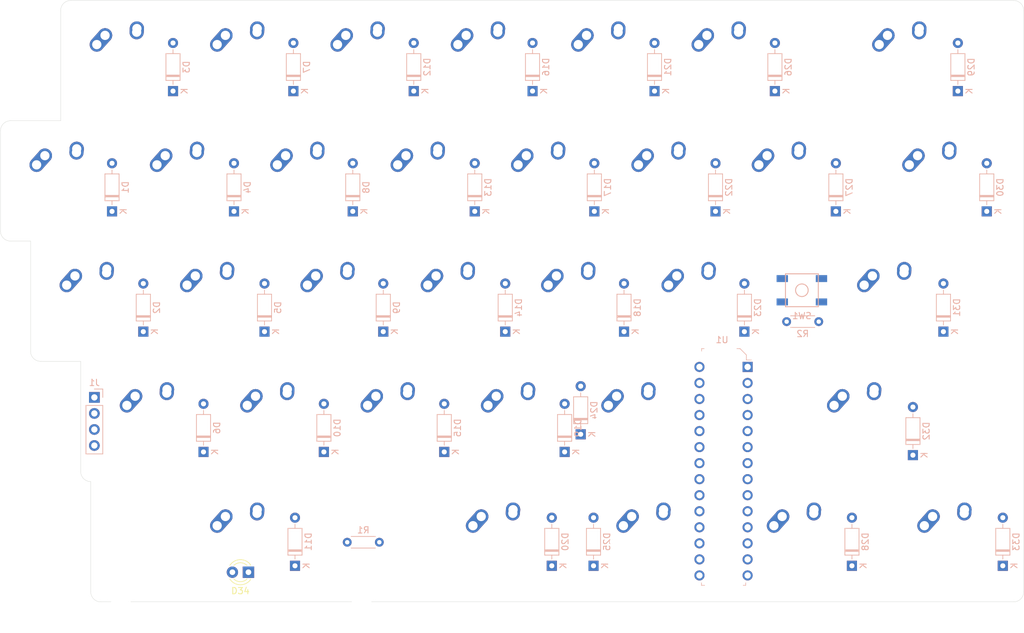
<source format=kicad_pcb>
(kicad_pcb (version 20171130) (host pcbnew "(5.1.4-0-10_14)")

  (general
    (thickness 1.6)
    (drawings 19)
    (tracks 0)
    (zones 0)
    (modules 72)
    (nets 54)
  )

  (page A4)
  (layers
    (0 F.Cu signal)
    (31 B.Cu signal)
    (32 B.Adhes user)
    (33 F.Adhes user)
    (34 B.Paste user)
    (35 F.Paste user)
    (36 B.SilkS user)
    (37 F.SilkS user)
    (38 B.Mask user)
    (39 F.Mask user)
    (40 Dwgs.User user)
    (41 Cmts.User user)
    (42 Eco1.User user)
    (43 Eco2.User user)
    (44 Edge.Cuts user)
    (45 Margin user)
    (46 B.CrtYd user)
    (47 F.CrtYd user)
    (48 B.Fab user)
    (49 F.Fab user)
  )

  (setup
    (last_trace_width 0.25)
    (trace_clearance 0.2)
    (zone_clearance 0.508)
    (zone_45_only no)
    (trace_min 0.2)
    (via_size 0.8)
    (via_drill 0.4)
    (via_min_size 0.4)
    (via_min_drill 0.3)
    (uvia_size 0.3)
    (uvia_drill 0.1)
    (uvias_allowed no)
    (uvia_min_size 0.2)
    (uvia_min_drill 0.1)
    (edge_width 0.05)
    (segment_width 0.2)
    (pcb_text_width 0.3)
    (pcb_text_size 1.5 1.5)
    (mod_edge_width 0.12)
    (mod_text_size 1 1)
    (mod_text_width 0.15)
    (pad_size 1.524 1.524)
    (pad_drill 0.762)
    (pad_to_mask_clearance 0.051)
    (solder_mask_min_width 0.25)
    (aux_axis_origin 0 0)
    (visible_elements FFFFFFFF)
    (pcbplotparams
      (layerselection 0x010fc_ffffffff)
      (usegerberextensions false)
      (usegerberattributes false)
      (usegerberadvancedattributes false)
      (creategerberjobfile false)
      (excludeedgelayer true)
      (linewidth 0.100000)
      (plotframeref false)
      (viasonmask false)
      (mode 1)
      (useauxorigin false)
      (hpglpennumber 1)
      (hpglpenspeed 20)
      (hpglpendiameter 15.000000)
      (psnegative false)
      (psa4output false)
      (plotreference true)
      (plotvalue true)
      (plotinvisibletext false)
      (padsonsilk false)
      (subtractmaskfromsilk false)
      (outputformat 1)
      (mirror false)
      (drillshape 1)
      (scaleselection 1)
      (outputdirectory ""))
  )

  (net 0 "")
  (net 1 GND)
  (net 2 "Net-(D1-Pad2)")
  (net 3 ROW1)
  (net 4 "Net-(D2-Pad2)")
  (net 5 ROW2)
  (net 6 "Net-(D3-Pad2)")
  (net 7 ROW0)
  (net 8 "Net-(D4-Pad2)")
  (net 9 "Net-(D5-Pad2)")
  (net 10 "Net-(D6-Pad2)")
  (net 11 ROW3)
  (net 12 "Net-(D7-Pad2)")
  (net 13 ROW4)
  (net 14 "Net-(D8-Pad2)")
  (net 15 "Net-(D9-Pad2)")
  (net 16 "Net-(D10-Pad2)")
  (net 17 "Net-(D11-Pad2)")
  (net 18 "Net-(D12-Pad2)")
  (net 19 "Net-(D13-Pad2)")
  (net 20 "Net-(D14-Pad2)")
  (net 21 "Net-(D15-Pad2)")
  (net 22 "Net-(D16-Pad2)")
  (net 23 "Net-(D17-Pad2)")
  (net 24 "Net-(D18-Pad2)")
  (net 25 "Net-(D19-Pad2)")
  (net 26 "Net-(D20-Pad2)")
  (net 27 "Net-(D21-Pad2)")
  (net 28 "Net-(D22-Pad2)")
  (net 29 "Net-(D23-Pad2)")
  (net 30 "Net-(D24-Pad2)")
  (net 31 "Net-(D25-Pad2)")
  (net 32 "Net-(D26-Pad2)")
  (net 33 "Net-(D27-Pad2)")
  (net 34 "Net-(D28-Pad2)")
  (net 35 "Net-(D29-Pad2)")
  (net 36 "Net-(D30-Pad2)")
  (net 37 "Net-(D31-Pad2)")
  (net 38 "Net-(D32-Pad2)")
  (net 39 "Net-(D33-Pad2)")
  (net 40 "Net-(D34-Pad1)")
  (net 41 VCC)
  (net 42 COL6)
  (net 43 COL7)
  (net 44 COL8)
  (net 45 COL9)
  (net 46 COL10)
  (net 47 COL11)
  (net 48 COL12)
  (net 49 "Net-(MX29-Pad1)")
  (net 50 "Net-(J1-Pad4)")
  (net 51 "Net-(J1-Pad3)")
  (net 52 "Net-(R1-Pad1)")
  (net 53 "Net-(R2-Pad2)")

  (net_class Default "This is the default net class."
    (clearance 0.2)
    (trace_width 0.25)
    (via_dia 0.8)
    (via_drill 0.4)
    (uvia_dia 0.3)
    (uvia_drill 0.1)
    (add_net +5V)
    (add_net COL10)
    (add_net COL11)
    (add_net COL12)
    (add_net COL13)
    (add_net COL6)
    (add_net COL7)
    (add_net COL8)
    (add_net COL9)
    (add_net "Net-(D1-Pad2)")
    (add_net "Net-(D10-Pad2)")
    (add_net "Net-(D11-Pad2)")
    (add_net "Net-(D12-Pad2)")
    (add_net "Net-(D13-Pad2)")
    (add_net "Net-(D14-Pad2)")
    (add_net "Net-(D15-Pad2)")
    (add_net "Net-(D16-Pad2)")
    (add_net "Net-(D17-Pad2)")
    (add_net "Net-(D18-Pad2)")
    (add_net "Net-(D19-Pad2)")
    (add_net "Net-(D2-Pad2)")
    (add_net "Net-(D20-Pad2)")
    (add_net "Net-(D21-Pad2)")
    (add_net "Net-(D22-Pad2)")
    (add_net "Net-(D23-Pad2)")
    (add_net "Net-(D24-Pad2)")
    (add_net "Net-(D25-Pad2)")
    (add_net "Net-(D26-Pad2)")
    (add_net "Net-(D27-Pad2)")
    (add_net "Net-(D28-Pad2)")
    (add_net "Net-(D29-Pad2)")
    (add_net "Net-(D3-Pad2)")
    (add_net "Net-(D30-Pad2)")
    (add_net "Net-(D31-Pad2)")
    (add_net "Net-(D32-Pad2)")
    (add_net "Net-(D33-Pad2)")
    (add_net "Net-(D34-Pad1)")
    (add_net "Net-(D4-Pad2)")
    (add_net "Net-(D5-Pad2)")
    (add_net "Net-(D6-Pad2)")
    (add_net "Net-(D7-Pad2)")
    (add_net "Net-(D8-Pad2)")
    (add_net "Net-(D9-Pad2)")
    (add_net "Net-(J1-Pad3)")
    (add_net "Net-(J1-Pad4)")
    (add_net "Net-(MX29-Pad1)")
    (add_net "Net-(R1-Pad1)")
    (add_net "Net-(R2-Pad2)")
    (add_net "Net-(U1-Pad14)")
    (add_net "Net-(U1-Pad17)")
    (add_net "Net-(U1-Pad18)")
    (add_net "Net-(U1-Pad19)")
    (add_net "Net-(U1-Pad2)")
    (add_net "Net-(U1-Pad21)")
    (add_net "Net-(U1-Pad28)")
    (add_net "Net-(U1-Pad8)")
    (add_net ROW0)
    (add_net ROW1)
    (add_net ROW2)
    (add_net ROW3)
    (add_net ROW4)
  )

  (net_class Power ""
    (clearance 0.2)
    (trace_width 0.375)
    (via_dia 0.8)
    (via_drill 0.4)
    (uvia_dia 0.3)
    (uvia_drill 0.1)
    (add_net GND)
    (add_net VCC)
  )

  (module Resistor_THT:R_Axial_DIN0204_L3.6mm_D1.6mm_P5.08mm_Horizontal (layer B.Cu) (tedit 5AE5139B) (tstamp 5F731B16)
    (at 172.04 98.49)
    (descr "Resistor, Axial_DIN0204 series, Axial, Horizontal, pin pitch=5.08mm, 0.167W, length*diameter=3.6*1.6mm^2, http://cdn-reichelt.de/documents/datenblatt/B400/1_4W%23YAG.pdf")
    (tags "Resistor Axial_DIN0204 series Axial Horizontal pin pitch 5.08mm 0.167W length 3.6mm diameter 1.6mm")
    (path /5F7BDE05)
    (fp_text reference R2 (at 2.54 1.92) (layer B.SilkS)
      (effects (font (size 1 1) (thickness 0.15)) (justify mirror))
    )
    (fp_text value R_Small (at 2.54 -1.92) (layer B.Fab)
      (effects (font (size 1 1) (thickness 0.15)) (justify mirror))
    )
    (fp_text user %R (at 2.54 0) (layer B.Fab)
      (effects (font (size 0.72 0.72) (thickness 0.108)) (justify mirror))
    )
    (fp_line (start 6.03 1.05) (end -0.95 1.05) (layer B.CrtYd) (width 0.05))
    (fp_line (start 6.03 -1.05) (end 6.03 1.05) (layer B.CrtYd) (width 0.05))
    (fp_line (start -0.95 -1.05) (end 6.03 -1.05) (layer B.CrtYd) (width 0.05))
    (fp_line (start -0.95 1.05) (end -0.95 -1.05) (layer B.CrtYd) (width 0.05))
    (fp_line (start 0.62 -0.92) (end 4.46 -0.92) (layer B.SilkS) (width 0.12))
    (fp_line (start 0.62 0.92) (end 4.46 0.92) (layer B.SilkS) (width 0.12))
    (fp_line (start 5.08 0) (end 4.34 0) (layer B.Fab) (width 0.1))
    (fp_line (start 0 0) (end 0.74 0) (layer B.Fab) (width 0.1))
    (fp_line (start 4.34 0.8) (end 0.74 0.8) (layer B.Fab) (width 0.1))
    (fp_line (start 4.34 -0.8) (end 4.34 0.8) (layer B.Fab) (width 0.1))
    (fp_line (start 0.74 -0.8) (end 4.34 -0.8) (layer B.Fab) (width 0.1))
    (fp_line (start 0.74 0.8) (end 0.74 -0.8) (layer B.Fab) (width 0.1))
    (pad 2 thru_hole oval (at 5.08 0) (size 1.4 1.4) (drill 0.7) (layers *.Cu *.Mask)
      (net 53 "Net-(R2-Pad2)"))
    (pad 1 thru_hole circle (at 0 0) (size 1.4 1.4) (drill 0.7) (layers *.Cu *.Mask)
      (net 41 VCC))
    (model ${KISYS3DMOD}/Resistor_THT.3dshapes/R_Axial_DIN0204_L3.6mm_D1.6mm_P5.08mm_Horizontal.wrl
      (at (xyz 0 0 0))
      (scale (xyz 1 1 1))
      (rotate (xyz 0 0 0))
    )
  )

  (module Resistor_THT:R_Axial_DIN0204_L3.6mm_D1.6mm_P5.08mm_Horizontal (layer B.Cu) (tedit 5AE5139B) (tstamp 5F551A19)
    (at 107.58 133.43 180)
    (descr "Resistor, Axial_DIN0204 series, Axial, Horizontal, pin pitch=5.08mm, 0.167W, length*diameter=3.6*1.6mm^2, http://cdn-reichelt.de/documents/datenblatt/B400/1_4W%23YAG.pdf")
    (tags "Resistor Axial_DIN0204 series Axial Horizontal pin pitch 5.08mm 0.167W length 3.6mm diameter 1.6mm")
    (path /5F8CCD37)
    (fp_text reference R1 (at 2.54 1.92) (layer B.SilkS)
      (effects (font (size 1 1) (thickness 0.15)) (justify mirror))
    )
    (fp_text value R_Small (at 2.54 -1.92) (layer B.Fab)
      (effects (font (size 1 1) (thickness 0.15)) (justify mirror))
    )
    (fp_text user %R (at 2.54 0) (layer B.Fab)
      (effects (font (size 0.72 0.72) (thickness 0.108)) (justify mirror))
    )
    (fp_line (start 6.03 1.05) (end -0.95 1.05) (layer B.CrtYd) (width 0.05))
    (fp_line (start 6.03 -1.05) (end 6.03 1.05) (layer B.CrtYd) (width 0.05))
    (fp_line (start -0.95 -1.05) (end 6.03 -1.05) (layer B.CrtYd) (width 0.05))
    (fp_line (start -0.95 1.05) (end -0.95 -1.05) (layer B.CrtYd) (width 0.05))
    (fp_line (start 0.62 -0.92) (end 4.46 -0.92) (layer B.SilkS) (width 0.12))
    (fp_line (start 0.62 0.92) (end 4.46 0.92) (layer B.SilkS) (width 0.12))
    (fp_line (start 5.08 0) (end 4.34 0) (layer B.Fab) (width 0.1))
    (fp_line (start 0 0) (end 0.74 0) (layer B.Fab) (width 0.1))
    (fp_line (start 4.34 0.8) (end 0.74 0.8) (layer B.Fab) (width 0.1))
    (fp_line (start 4.34 -0.8) (end 4.34 0.8) (layer B.Fab) (width 0.1))
    (fp_line (start 0.74 -0.8) (end 4.34 -0.8) (layer B.Fab) (width 0.1))
    (fp_line (start 0.74 0.8) (end 0.74 -0.8) (layer B.Fab) (width 0.1))
    (pad 2 thru_hole oval (at 5.08 0 180) (size 1.4 1.4) (drill 0.7) (layers *.Cu *.Mask)
      (net 40 "Net-(D34-Pad1)"))
    (pad 1 thru_hole circle (at 0 0 180) (size 1.4 1.4) (drill 0.7) (layers *.Cu *.Mask)
      (net 52 "Net-(R1-Pad1)"))
    (model ${KISYS3DMOD}/Resistor_THT.3dshapes/R_Axial_DIN0204_L3.6mm_D1.6mm_P5.08mm_Horizontal.wrl
      (at (xyz 0 0 0))
      (scale (xyz 1 1 1))
      (rotate (xyz 0 0 0))
    )
  )

  (module MX_Alps_Hybrid:MX-3U-NoLED (layer F.Cu) (tedit 5A9F52A5) (tstamp 5F5517A6)
    (at 85.725 133.35)
    (path /5F4EBFFB)
    (fp_text reference MX11 (at 0 3.175) (layer Dwgs.User)
      (effects (font (size 1 1) (thickness 0.15)))
    )
    (fp_text value MX-NoLED (at 0 -7.9375) (layer Dwgs.User)
      (effects (font (size 1 1) (thickness 0.15)))
    )
    (fp_line (start -28.575 9.525) (end -28.575 -9.525) (layer Dwgs.User) (width 0.15))
    (fp_line (start -28.575 9.525) (end 28.575 9.525) (layer Dwgs.User) (width 0.15))
    (fp_line (start 28.575 -9.525) (end 28.575 9.525) (layer Dwgs.User) (width 0.15))
    (fp_line (start -28.575 -9.525) (end 28.575 -9.525) (layer Dwgs.User) (width 0.15))
    (fp_line (start -7 -7) (end -7 -5) (layer Dwgs.User) (width 0.15))
    (fp_line (start -5 -7) (end -7 -7) (layer Dwgs.User) (width 0.15))
    (fp_line (start -7 7) (end -5 7) (layer Dwgs.User) (width 0.15))
    (fp_line (start -7 5) (end -7 7) (layer Dwgs.User) (width 0.15))
    (fp_line (start 7 7) (end 7 5) (layer Dwgs.User) (width 0.15))
    (fp_line (start 5 7) (end 7 7) (layer Dwgs.User) (width 0.15))
    (fp_line (start 7 -7) (end 7 -5) (layer Dwgs.User) (width 0.15))
    (fp_line (start 5 -7) (end 7 -7) (layer Dwgs.User) (width 0.15))
    (pad "" np_thru_hole circle (at 19.05 8.255) (size 3.9878 3.9878) (drill 3.9878) (layers *.Cu *.Mask))
    (pad "" np_thru_hole circle (at -19.05 8.255) (size 3.9878 3.9878) (drill 3.9878) (layers *.Cu *.Mask))
    (pad "" np_thru_hole circle (at 19.05 -6.985) (size 3.048 3.048) (drill 3.048) (layers *.Cu *.Mask))
    (pad "" np_thru_hole circle (at -19.05 -6.985) (size 3.048 3.048) (drill 3.048) (layers *.Cu *.Mask))
    (pad "" np_thru_hole circle (at 5.08 0 48.0996) (size 1.75 1.75) (drill 1.75) (layers *.Cu *.Mask))
    (pad "" np_thru_hole circle (at -5.08 0 48.0996) (size 1.75 1.75) (drill 1.75) (layers *.Cu *.Mask))
    (pad 1 thru_hole circle (at -2.5 -4) (size 2.25 2.25) (drill 1.47) (layers *.Cu B.Mask)
      (net 44 COL8))
    (pad "" np_thru_hole circle (at 0 0) (size 3.9878 3.9878) (drill 3.9878) (layers *.Cu *.Mask))
    (pad 1 thru_hole oval (at -3.81 -2.54 48.0996) (size 4.211556 2.25) (drill 1.47 (offset 0.980778 0)) (layers *.Cu B.Mask)
      (net 44 COL8))
    (pad 2 thru_hole circle (at 2.54 -5.08) (size 2.25 2.25) (drill 1.47) (layers *.Cu B.Mask)
      (net 17 "Net-(D11-Pad2)"))
    (pad 2 thru_hole oval (at 2.5 -4.5 86.0548) (size 2.831378 2.25) (drill 1.47 (offset 0.290689 0)) (layers *.Cu B.Mask)
      (net 17 "Net-(D11-Pad2)"))
  )

  (module digikey-footprints:DIP-28_W7.62mm (layer B.Cu) (tedit 59C2773E) (tstamp 5F731B68)
    (at 165.862 105.664 180)
    (descr http://www.digikey.com/products/en?formaction=on&lang=en&site=us&KeyWords=296-1956-5-ND)
    (path /5F73819E)
    (fp_text reference U1 (at 4.05 4.28 180) (layer B.SilkS)
      (effects (font (size 1 1) (thickness 0.15)) (justify mirror))
    )
    (fp_text value MCP23018-E_SP (at 3.76 -35.65 90) (layer B.Fab)
      (effects (font (size 1 1) (thickness 0.15)) (justify mirror))
    )
    (fp_line (start 7.08 2.69) (end 7.08 -34.4) (layer B.Fab) (width 0.1))
    (fp_line (start 0.48 1.79) (end 1.38 2.69) (layer B.Fab) (width 0.1))
    (fp_line (start 1.38 2.69) (end 7.08 2.69) (layer B.Fab) (width 0.1))
    (fp_line (start 0.48 1.79) (end 0.48 -34.4) (layer B.Fab) (width 0.1))
    (fp_line (start 7.28 2.9) (end 6.88 2.9) (layer B.SilkS) (width 0.1))
    (fp_line (start 7.28 2.5) (end 7.28 2.9) (layer B.SilkS) (width 0.1))
    (fp_text user REF** (at 3.63 -12.31 180) (layer B.Fab)
      (effects (font (size 1 1) (thickness 0.1)) (justify mirror))
    )
    (fp_line (start 0.48 -34.4) (end 7.08 -34.4) (layer B.Fab) (width 0.1))
    (fp_line (start 0.2 1.9) (end 0.2 1.1) (layer B.SilkS) (width 0.1))
    (fp_line (start 1.2 2.9) (end 0.2 1.9) (layer B.SilkS) (width 0.1))
    (fp_line (start 1.7 2.9) (end 1.2 2.9) (layer B.SilkS) (width 0.1))
    (fp_line (start 0.2 1.1) (end -0.6 1.1) (layer B.SilkS) (width 0.1))
    (fp_line (start -1.05 2.94) (end -1.05 -34.65) (layer B.CrtYd) (width 0.05))
    (fp_line (start 8.67 2.94) (end 8.68 -34.65) (layer B.CrtYd) (width 0.05))
    (fp_line (start -1.05 2.94) (end 8.67 2.94) (layer B.CrtYd) (width 0.05))
    (fp_line (start -1.05 -34.65) (end 8.68 -34.65) (layer B.CrtYd) (width 0.05))
    (fp_line (start 0.3 -34.59) (end 0.7 -34.59) (layer B.SilkS) (width 0.1))
    (fp_line (start 0.3 -34.19) (end 0.3 -34.59) (layer B.SilkS) (width 0.1))
    (fp_line (start 7.3 -34.59) (end 6.8 -34.59) (layer B.SilkS) (width 0.1))
    (fp_line (start 7.3 -34.19) (end 7.3 -34.59) (layer B.SilkS) (width 0.1))
    (pad 28 thru_hole circle (at 7.62 0 180) (size 1.6 1.6) (drill 1) (layers *.Cu *.Mask))
    (pad 27 thru_hole circle (at 7.62 -2.54 180) (size 1.6 1.6) (drill 1) (layers *.Cu *.Mask)
      (net 42 COL6))
    (pad 26 thru_hole circle (at 7.62 -5.08 180) (size 1.6 1.6) (drill 1) (layers *.Cu *.Mask)
      (net 43 COL7))
    (pad 25 thru_hole circle (at 7.62 -7.62 180) (size 1.6 1.6) (drill 1) (layers *.Cu *.Mask)
      (net 44 COL8))
    (pad 24 thru_hole circle (at 7.62 -10.16 180) (size 1.6 1.6) (drill 1) (layers *.Cu *.Mask)
      (net 45 COL9))
    (pad 23 thru_hole circle (at 7.62 -12.7 180) (size 1.6 1.6) (drill 1) (layers *.Cu *.Mask)
      (net 46 COL10))
    (pad 22 thru_hole circle (at 7.62 -15.24 180) (size 1.6 1.6) (drill 1) (layers *.Cu *.Mask)
      (net 47 COL11))
    (pad 21 thru_hole circle (at 7.62 -17.78 180) (size 1.6 1.6) (drill 1) (layers *.Cu *.Mask))
    (pad 20 thru_hole circle (at 7.62 -20.32 180) (size 1.6 1.6) (drill 1) (layers *.Cu *.Mask)
      (net 52 "Net-(R1-Pad1)"))
    (pad 19 thru_hole circle (at 7.62 -22.86 180) (size 1.6 1.6) (drill 1) (layers *.Cu *.Mask))
    (pad 18 thru_hole circle (at 7.62 -25.4 180) (size 1.6 1.6) (drill 1) (layers *.Cu *.Mask))
    (pad 17 thru_hole circle (at 7.62 -27.94 180) (size 1.6 1.6) (drill 1) (layers *.Cu *.Mask))
    (pad 16 thru_hole circle (at 7.62 -30.48 180) (size 1.6 1.6) (drill 1) (layers *.Cu *.Mask)
      (net 53 "Net-(R2-Pad2)"))
    (pad 15 thru_hole circle (at 7.62 -33.02 180) (size 1.6 1.6) (drill 1) (layers *.Cu *.Mask)
      (net 1 GND))
    (pad 14 thru_hole circle (at 0 -33.02 180) (size 1.6 1.6) (drill 1) (layers *.Cu *.Mask))
    (pad 13 thru_hole circle (at 0 -30.48 180) (size 1.6 1.6) (drill 1) (layers *.Cu *.Mask)
      (net 50 "Net-(J1-Pad4)"))
    (pad 12 thru_hole circle (at 0 -27.94 180) (size 1.6 1.6) (drill 1) (layers *.Cu *.Mask)
      (net 51 "Net-(J1-Pad3)"))
    (pad 11 thru_hole circle (at 0 -25.4 180) (size 1.6 1.6) (drill 1) (layers *.Cu *.Mask)
      (net 41 VCC))
    (pad 10 thru_hole circle (at 0 -22.86 180) (size 1.6 1.6) (drill 1) (layers *.Cu *.Mask)
      (net 48 COL12))
    (pad 9 thru_hole circle (at 0 -20.32 180) (size 1.6 1.6) (drill 1) (layers *.Cu *.Mask))
    (pad 8 thru_hole circle (at 0 -17.78 180) (size 1.6 1.6) (drill 1) (layers *.Cu *.Mask))
    (pad 7 thru_hole circle (at 0 -15.24 180) (size 1.6 1.6) (drill 1) (layers *.Cu *.Mask)
      (net 13 ROW4))
    (pad 6 thru_hole circle (at 0 -12.7 180) (size 1.6 1.6) (drill 1) (layers *.Cu *.Mask)
      (net 11 ROW3))
    (pad 5 thru_hole circle (at 0 -10.16 180) (size 1.6 1.6) (drill 1) (layers *.Cu *.Mask)
      (net 5 ROW2))
    (pad 4 thru_hole circle (at 0 -7.62 180) (size 1.6 1.6) (drill 1) (layers *.Cu *.Mask)
      (net 3 ROW1))
    (pad 3 thru_hole circle (at 0 -5.08 180) (size 1.6 1.6) (drill 1) (layers *.Cu *.Mask)
      (net 7 ROW0))
    (pad 2 thru_hole circle (at 0 -2.54 180) (size 1.6 1.6) (drill 1) (layers *.Cu *.Mask))
    (pad 1 thru_hole rect (at 0 0 180) (size 1.6 1.6) (drill 1) (layers *.Cu *.Mask)
      (net 1 GND))
  )

  (module random-keyboard-parts:SKQG-1155865 (layer B.Cu) (tedit 5E62B398) (tstamp 5F731B34)
    (at 174.45 93.52 180)
    (path /5F7B7D24)
    (attr smd)
    (fp_text reference SW1 (at 0 -4.064) (layer B.SilkS)
      (effects (font (size 1 1) (thickness 0.15)) (justify mirror))
    )
    (fp_text value SW_Push (at 0 4.064) (layer B.Fab)
      (effects (font (size 1 1) (thickness 0.15)) (justify mirror))
    )
    (fp_line (start -2.6 2.6) (end 2.6 2.6) (layer B.SilkS) (width 0.15))
    (fp_line (start 2.6 2.6) (end 2.6 -2.6) (layer B.SilkS) (width 0.15))
    (fp_line (start 2.6 -2.6) (end -2.6 -2.6) (layer B.SilkS) (width 0.15))
    (fp_line (start -2.6 -2.6) (end -2.6 2.6) (layer B.SilkS) (width 0.15))
    (fp_circle (center 0 0) (end 1 0) (layer B.SilkS) (width 0.15))
    (fp_line (start -4.2 2.6) (end 4.2 2.6) (layer B.Fab) (width 0.15))
    (fp_line (start 4.2 2.6) (end 4.2 1.2) (layer B.Fab) (width 0.15))
    (fp_line (start 4.2 1.1) (end 2.6 1.1) (layer B.Fab) (width 0.15))
    (fp_line (start 2.6 1.1) (end 2.6 -1.1) (layer B.Fab) (width 0.15))
    (fp_line (start 2.6 -1.1) (end 4.2 -1.1) (layer B.Fab) (width 0.15))
    (fp_line (start 4.2 -1.1) (end 4.2 -2.6) (layer B.Fab) (width 0.15))
    (fp_line (start 4.2 -2.6) (end -4.2 -2.6) (layer B.Fab) (width 0.15))
    (fp_line (start -4.2 -2.6) (end -4.2 -1.1) (layer B.Fab) (width 0.15))
    (fp_line (start -4.2 -1.1) (end -2.6 -1.1) (layer B.Fab) (width 0.15))
    (fp_line (start -2.6 -1.1) (end -2.6 1.1) (layer B.Fab) (width 0.15))
    (fp_line (start -2.6 1.1) (end -4.2 1.1) (layer B.Fab) (width 0.15))
    (fp_line (start -4.2 1.1) (end -4.2 2.6) (layer B.Fab) (width 0.15))
    (fp_circle (center 0 0) (end 1 0) (layer B.Fab) (width 0.15))
    (fp_line (start -2.6 1.1) (end -1.1 2.6) (layer B.Fab) (width 0.15))
    (fp_line (start 2.6 1.1) (end 1.1 2.6) (layer B.Fab) (width 0.15))
    (fp_line (start 2.6 -1.1) (end 1.1 -2.6) (layer B.Fab) (width 0.15))
    (fp_line (start -2.6 -1.1) (end -1.1 -2.6) (layer B.Fab) (width 0.15))
    (pad 4 smd rect (at -3.1 -1.85 180) (size 1.8 1.1) (layers B.Cu B.Paste B.Mask))
    (pad 3 smd rect (at 3.1 1.85 180) (size 1.8 1.1) (layers B.Cu B.Paste B.Mask))
    (pad 2 smd rect (at -3.1 1.85 180) (size 1.8 1.1) (layers B.Cu B.Paste B.Mask)
      (net 53 "Net-(R2-Pad2)"))
    (pad 1 smd rect (at 3.1 -1.85 180) (size 1.8 1.1) (layers B.Cu B.Paste B.Mask)
      (net 1 GND))
    (model ${KISYS3DMOD}/Button_Switch_SMD.3dshapes/SW_SPST_TL3342.step
      (at (xyz 0 0 0))
      (scale (xyz 1 1 1))
      (rotate (xyz 0 0 0))
    )
  )

  (module LED_THT:LED_D3.0mm (layer F.Cu) (tedit 587A3A7B) (tstamp 5F5516CA)
    (at 86.868 138.176 180)
    (descr "LED, diameter 3.0mm, 2 pins")
    (tags "LED diameter 3.0mm 2 pins")
    (path /5F8CBABA)
    (fp_text reference D34 (at 1.27 -2.96) (layer F.SilkS)
      (effects (font (size 1 1) (thickness 0.15)))
    )
    (fp_text value LED (at 1.27 2.96) (layer F.Fab)
      (effects (font (size 1 1) (thickness 0.15)))
    )
    (fp_line (start 3.7 -2.25) (end -1.15 -2.25) (layer F.CrtYd) (width 0.05))
    (fp_line (start 3.7 2.25) (end 3.7 -2.25) (layer F.CrtYd) (width 0.05))
    (fp_line (start -1.15 2.25) (end 3.7 2.25) (layer F.CrtYd) (width 0.05))
    (fp_line (start -1.15 -2.25) (end -1.15 2.25) (layer F.CrtYd) (width 0.05))
    (fp_line (start -0.29 1.08) (end -0.29 1.236) (layer F.SilkS) (width 0.12))
    (fp_line (start -0.29 -1.236) (end -0.29 -1.08) (layer F.SilkS) (width 0.12))
    (fp_line (start -0.23 -1.16619) (end -0.23 1.16619) (layer F.Fab) (width 0.1))
    (fp_circle (center 1.27 0) (end 2.77 0) (layer F.Fab) (width 0.1))
    (fp_arc (start 1.27 0) (end 0.229039 1.08) (angle -87.9) (layer F.SilkS) (width 0.12))
    (fp_arc (start 1.27 0) (end 0.229039 -1.08) (angle 87.9) (layer F.SilkS) (width 0.12))
    (fp_arc (start 1.27 0) (end -0.29 1.235516) (angle -108.8) (layer F.SilkS) (width 0.12))
    (fp_arc (start 1.27 0) (end -0.29 -1.235516) (angle 108.8) (layer F.SilkS) (width 0.12))
    (fp_arc (start 1.27 0) (end -0.23 -1.16619) (angle 284.3) (layer F.Fab) (width 0.1))
    (pad 2 thru_hole circle (at 2.54 0 180) (size 1.8 1.8) (drill 0.9) (layers *.Cu *.Mask))
    (pad 1 thru_hole rect (at 0 0 180) (size 1.8 1.8) (drill 0.9) (layers *.Cu *.Mask)
      (net 40 "Net-(D34-Pad1)"))
    (model ${KISYS3DMOD}/LED_THT.3dshapes/LED_D3.0mm.wrl
      (at (xyz 0 0 0))
      (scale (xyz 1 1 1))
      (rotate (xyz 0 0 0))
    )
  )

  (module Connector_PinHeader_2.54mm:PinHeader_1x04_P2.54mm_Vertical (layer B.Cu) (tedit 59FED5CC) (tstamp 5F732960)
    (at 62.484 110.49 180)
    (descr "Through hole straight pin header, 1x04, 2.54mm pitch, single row")
    (tags "Through hole pin header THT 1x04 2.54mm single row")
    (path /5F77D441)
    (fp_text reference J1 (at 0 2.33) (layer B.SilkS)
      (effects (font (size 1 1) (thickness 0.15)) (justify mirror))
    )
    (fp_text value Conn_01x04_Male (at 0 -9.95) (layer B.Fab)
      (effects (font (size 1 1) (thickness 0.15)) (justify mirror))
    )
    (fp_text user %R (at 0 -3.81 270) (layer B.Fab)
      (effects (font (size 1 1) (thickness 0.15)) (justify mirror))
    )
    (fp_line (start 1.8 1.8) (end -1.8 1.8) (layer B.CrtYd) (width 0.05))
    (fp_line (start 1.8 -9.4) (end 1.8 1.8) (layer B.CrtYd) (width 0.05))
    (fp_line (start -1.8 -9.4) (end 1.8 -9.4) (layer B.CrtYd) (width 0.05))
    (fp_line (start -1.8 1.8) (end -1.8 -9.4) (layer B.CrtYd) (width 0.05))
    (fp_line (start -1.33 1.33) (end 0 1.33) (layer B.SilkS) (width 0.12))
    (fp_line (start -1.33 0) (end -1.33 1.33) (layer B.SilkS) (width 0.12))
    (fp_line (start -1.33 -1.27) (end 1.33 -1.27) (layer B.SilkS) (width 0.12))
    (fp_line (start 1.33 -1.27) (end 1.33 -8.95) (layer B.SilkS) (width 0.12))
    (fp_line (start -1.33 -1.27) (end -1.33 -8.95) (layer B.SilkS) (width 0.12))
    (fp_line (start -1.33 -8.95) (end 1.33 -8.95) (layer B.SilkS) (width 0.12))
    (fp_line (start -1.27 0.635) (end -0.635 1.27) (layer B.Fab) (width 0.1))
    (fp_line (start -1.27 -8.89) (end -1.27 0.635) (layer B.Fab) (width 0.1))
    (fp_line (start 1.27 -8.89) (end -1.27 -8.89) (layer B.Fab) (width 0.1))
    (fp_line (start 1.27 1.27) (end 1.27 -8.89) (layer B.Fab) (width 0.1))
    (fp_line (start -0.635 1.27) (end 1.27 1.27) (layer B.Fab) (width 0.1))
    (pad 4 thru_hole oval (at 0 -7.62 180) (size 1.7 1.7) (drill 1) (layers *.Cu *.Mask)
      (net 50 "Net-(J1-Pad4)"))
    (pad 3 thru_hole oval (at 0 -5.08 180) (size 1.7 1.7) (drill 1) (layers *.Cu *.Mask)
      (net 51 "Net-(J1-Pad3)"))
    (pad 2 thru_hole oval (at 0 -2.54 180) (size 1.7 1.7) (drill 1) (layers *.Cu *.Mask)
      (net 1 GND))
    (pad 1 thru_hole rect (at 0 0 180) (size 1.7 1.7) (drill 1) (layers *.Cu *.Mask)
      (net 41 VCC))
    (model ${KISYS3DMOD}/Connector_PinHeader_2.54mm.3dshapes/PinHeader_1x04_P2.54mm_Vertical.wrl
      (at (xyz 0 0 0))
      (scale (xyz 1 1 1))
      (rotate (xyz 0 0 0))
    )
  )

  (module Diode_THT:D_DO-35_SOD27_P7.62mm_Horizontal (layer B.Cu) (tedit 5AE50CD5) (tstamp 5F5516B7)
    (at 206.248 137.16 90)
    (descr "Diode, DO-35_SOD27 series, Axial, Horizontal, pin pitch=7.62mm, , length*diameter=4*2mm^2, , http://www.diodes.com/_files/packages/DO-35.pdf")
    (tags "Diode DO-35_SOD27 series Axial Horizontal pin pitch 7.62mm  length 4mm diameter 2mm")
    (path /5F50293B)
    (fp_text reference D33 (at 3.81 2.12 90) (layer B.SilkS)
      (effects (font (size 1 1) (thickness 0.15)) (justify mirror))
    )
    (fp_text value D_Small (at 3.81 -2.12 90) (layer B.Fab)
      (effects (font (size 1 1) (thickness 0.15)) (justify mirror))
    )
    (fp_text user K (at 0 1.8 90) (layer B.SilkS)
      (effects (font (size 1 1) (thickness 0.15)) (justify mirror))
    )
    (fp_text user K (at 0 1.8 90) (layer B.Fab)
      (effects (font (size 1 1) (thickness 0.15)) (justify mirror))
    )
    (fp_text user %R (at 4.11 0 90) (layer B.Fab)
      (effects (font (size 0.8 0.8) (thickness 0.12)) (justify mirror))
    )
    (fp_line (start 8.67 1.25) (end -1.05 1.25) (layer B.CrtYd) (width 0.05))
    (fp_line (start 8.67 -1.25) (end 8.67 1.25) (layer B.CrtYd) (width 0.05))
    (fp_line (start -1.05 -1.25) (end 8.67 -1.25) (layer B.CrtYd) (width 0.05))
    (fp_line (start -1.05 1.25) (end -1.05 -1.25) (layer B.CrtYd) (width 0.05))
    (fp_line (start 2.29 1.12) (end 2.29 -1.12) (layer B.SilkS) (width 0.12))
    (fp_line (start 2.53 1.12) (end 2.53 -1.12) (layer B.SilkS) (width 0.12))
    (fp_line (start 2.41 1.12) (end 2.41 -1.12) (layer B.SilkS) (width 0.12))
    (fp_line (start 6.58 0) (end 5.93 0) (layer B.SilkS) (width 0.12))
    (fp_line (start 1.04 0) (end 1.69 0) (layer B.SilkS) (width 0.12))
    (fp_line (start 5.93 1.12) (end 1.69 1.12) (layer B.SilkS) (width 0.12))
    (fp_line (start 5.93 -1.12) (end 5.93 1.12) (layer B.SilkS) (width 0.12))
    (fp_line (start 1.69 -1.12) (end 5.93 -1.12) (layer B.SilkS) (width 0.12))
    (fp_line (start 1.69 1.12) (end 1.69 -1.12) (layer B.SilkS) (width 0.12))
    (fp_line (start 2.31 1) (end 2.31 -1) (layer B.Fab) (width 0.1))
    (fp_line (start 2.51 1) (end 2.51 -1) (layer B.Fab) (width 0.1))
    (fp_line (start 2.41 1) (end 2.41 -1) (layer B.Fab) (width 0.1))
    (fp_line (start 7.62 0) (end 5.81 0) (layer B.Fab) (width 0.1))
    (fp_line (start 0 0) (end 1.81 0) (layer B.Fab) (width 0.1))
    (fp_line (start 5.81 1) (end 1.81 1) (layer B.Fab) (width 0.1))
    (fp_line (start 5.81 -1) (end 5.81 1) (layer B.Fab) (width 0.1))
    (fp_line (start 1.81 -1) (end 5.81 -1) (layer B.Fab) (width 0.1))
    (fp_line (start 1.81 1) (end 1.81 -1) (layer B.Fab) (width 0.1))
    (pad 2 thru_hole oval (at 7.62 0 90) (size 1.6 1.6) (drill 0.8) (layers *.Cu *.Mask)
      (net 39 "Net-(D33-Pad2)"))
    (pad 1 thru_hole rect (at 0 0 90) (size 1.6 1.6) (drill 0.8) (layers *.Cu *.Mask)
      (net 13 ROW4))
    (model ${KISYS3DMOD}/Diode_THT.3dshapes/D_DO-35_SOD27_P7.62mm_Horizontal.wrl
      (at (xyz 0 0 0))
      (scale (xyz 1 1 1))
      (rotate (xyz 0 0 0))
    )
  )

  (module Diode_THT:D_DO-35_SOD27_P7.62mm_Horizontal (layer B.Cu) (tedit 5AE50CD5) (tstamp 5F55169E)
    (at 192.024 119.634 90)
    (descr "Diode, DO-35_SOD27 series, Axial, Horizontal, pin pitch=7.62mm, , length*diameter=4*2mm^2, , http://www.diodes.com/_files/packages/DO-35.pdf")
    (tags "Diode DO-35_SOD27 series Axial Horizontal pin pitch 7.62mm  length 4mm diameter 2mm")
    (path /5F50292E)
    (fp_text reference D32 (at 3.81 2.12 90) (layer B.SilkS)
      (effects (font (size 1 1) (thickness 0.15)) (justify mirror))
    )
    (fp_text value D_Small (at 3.81 -2.12 90) (layer B.Fab)
      (effects (font (size 1 1) (thickness 0.15)) (justify mirror))
    )
    (fp_text user K (at 0 1.8 90) (layer B.SilkS)
      (effects (font (size 1 1) (thickness 0.15)) (justify mirror))
    )
    (fp_text user K (at 0 1.8 90) (layer B.Fab)
      (effects (font (size 1 1) (thickness 0.15)) (justify mirror))
    )
    (fp_text user %R (at 4.11 0 90) (layer B.Fab)
      (effects (font (size 0.8 0.8) (thickness 0.12)) (justify mirror))
    )
    (fp_line (start 8.67 1.25) (end -1.05 1.25) (layer B.CrtYd) (width 0.05))
    (fp_line (start 8.67 -1.25) (end 8.67 1.25) (layer B.CrtYd) (width 0.05))
    (fp_line (start -1.05 -1.25) (end 8.67 -1.25) (layer B.CrtYd) (width 0.05))
    (fp_line (start -1.05 1.25) (end -1.05 -1.25) (layer B.CrtYd) (width 0.05))
    (fp_line (start 2.29 1.12) (end 2.29 -1.12) (layer B.SilkS) (width 0.12))
    (fp_line (start 2.53 1.12) (end 2.53 -1.12) (layer B.SilkS) (width 0.12))
    (fp_line (start 2.41 1.12) (end 2.41 -1.12) (layer B.SilkS) (width 0.12))
    (fp_line (start 6.58 0) (end 5.93 0) (layer B.SilkS) (width 0.12))
    (fp_line (start 1.04 0) (end 1.69 0) (layer B.SilkS) (width 0.12))
    (fp_line (start 5.93 1.12) (end 1.69 1.12) (layer B.SilkS) (width 0.12))
    (fp_line (start 5.93 -1.12) (end 5.93 1.12) (layer B.SilkS) (width 0.12))
    (fp_line (start 1.69 -1.12) (end 5.93 -1.12) (layer B.SilkS) (width 0.12))
    (fp_line (start 1.69 1.12) (end 1.69 -1.12) (layer B.SilkS) (width 0.12))
    (fp_line (start 2.31 1) (end 2.31 -1) (layer B.Fab) (width 0.1))
    (fp_line (start 2.51 1) (end 2.51 -1) (layer B.Fab) (width 0.1))
    (fp_line (start 2.41 1) (end 2.41 -1) (layer B.Fab) (width 0.1))
    (fp_line (start 7.62 0) (end 5.81 0) (layer B.Fab) (width 0.1))
    (fp_line (start 0 0) (end 1.81 0) (layer B.Fab) (width 0.1))
    (fp_line (start 5.81 1) (end 1.81 1) (layer B.Fab) (width 0.1))
    (fp_line (start 5.81 -1) (end 5.81 1) (layer B.Fab) (width 0.1))
    (fp_line (start 1.81 -1) (end 5.81 -1) (layer B.Fab) (width 0.1))
    (fp_line (start 1.81 1) (end 1.81 -1) (layer B.Fab) (width 0.1))
    (pad 2 thru_hole oval (at 7.62 0 90) (size 1.6 1.6) (drill 0.8) (layers *.Cu *.Mask)
      (net 38 "Net-(D32-Pad2)"))
    (pad 1 thru_hole rect (at 0 0 90) (size 1.6 1.6) (drill 0.8) (layers *.Cu *.Mask)
      (net 11 ROW3))
    (model ${KISYS3DMOD}/Diode_THT.3dshapes/D_DO-35_SOD27_P7.62mm_Horizontal.wrl
      (at (xyz 0 0 0))
      (scale (xyz 1 1 1))
      (rotate (xyz 0 0 0))
    )
  )

  (module Diode_THT:D_DO-35_SOD27_P7.62mm_Horizontal (layer B.Cu) (tedit 5AE50CD5) (tstamp 5F551685)
    (at 196.85 100.076 90)
    (descr "Diode, DO-35_SOD27 series, Axial, Horizontal, pin pitch=7.62mm, , length*diameter=4*2mm^2, , http://www.diodes.com/_files/packages/DO-35.pdf")
    (tags "Diode DO-35_SOD27 series Axial Horizontal pin pitch 7.62mm  length 4mm diameter 2mm")
    (path /5F502921)
    (fp_text reference D31 (at 3.81 2.12 90) (layer B.SilkS)
      (effects (font (size 1 1) (thickness 0.15)) (justify mirror))
    )
    (fp_text value D_Small (at 3.81 -2.12 90) (layer B.Fab)
      (effects (font (size 1 1) (thickness 0.15)) (justify mirror))
    )
    (fp_text user K (at 0 1.8 90) (layer B.SilkS)
      (effects (font (size 1 1) (thickness 0.15)) (justify mirror))
    )
    (fp_text user K (at 0 1.8 90) (layer B.Fab)
      (effects (font (size 1 1) (thickness 0.15)) (justify mirror))
    )
    (fp_text user %R (at 4.11 0 90) (layer B.Fab)
      (effects (font (size 0.8 0.8) (thickness 0.12)) (justify mirror))
    )
    (fp_line (start 8.67 1.25) (end -1.05 1.25) (layer B.CrtYd) (width 0.05))
    (fp_line (start 8.67 -1.25) (end 8.67 1.25) (layer B.CrtYd) (width 0.05))
    (fp_line (start -1.05 -1.25) (end 8.67 -1.25) (layer B.CrtYd) (width 0.05))
    (fp_line (start -1.05 1.25) (end -1.05 -1.25) (layer B.CrtYd) (width 0.05))
    (fp_line (start 2.29 1.12) (end 2.29 -1.12) (layer B.SilkS) (width 0.12))
    (fp_line (start 2.53 1.12) (end 2.53 -1.12) (layer B.SilkS) (width 0.12))
    (fp_line (start 2.41 1.12) (end 2.41 -1.12) (layer B.SilkS) (width 0.12))
    (fp_line (start 6.58 0) (end 5.93 0) (layer B.SilkS) (width 0.12))
    (fp_line (start 1.04 0) (end 1.69 0) (layer B.SilkS) (width 0.12))
    (fp_line (start 5.93 1.12) (end 1.69 1.12) (layer B.SilkS) (width 0.12))
    (fp_line (start 5.93 -1.12) (end 5.93 1.12) (layer B.SilkS) (width 0.12))
    (fp_line (start 1.69 -1.12) (end 5.93 -1.12) (layer B.SilkS) (width 0.12))
    (fp_line (start 1.69 1.12) (end 1.69 -1.12) (layer B.SilkS) (width 0.12))
    (fp_line (start 2.31 1) (end 2.31 -1) (layer B.Fab) (width 0.1))
    (fp_line (start 2.51 1) (end 2.51 -1) (layer B.Fab) (width 0.1))
    (fp_line (start 2.41 1) (end 2.41 -1) (layer B.Fab) (width 0.1))
    (fp_line (start 7.62 0) (end 5.81 0) (layer B.Fab) (width 0.1))
    (fp_line (start 0 0) (end 1.81 0) (layer B.Fab) (width 0.1))
    (fp_line (start 5.81 1) (end 1.81 1) (layer B.Fab) (width 0.1))
    (fp_line (start 5.81 -1) (end 5.81 1) (layer B.Fab) (width 0.1))
    (fp_line (start 1.81 -1) (end 5.81 -1) (layer B.Fab) (width 0.1))
    (fp_line (start 1.81 1) (end 1.81 -1) (layer B.Fab) (width 0.1))
    (pad 2 thru_hole oval (at 7.62 0 90) (size 1.6 1.6) (drill 0.8) (layers *.Cu *.Mask)
      (net 37 "Net-(D31-Pad2)"))
    (pad 1 thru_hole rect (at 0 0 90) (size 1.6 1.6) (drill 0.8) (layers *.Cu *.Mask)
      (net 5 ROW2))
    (model ${KISYS3DMOD}/Diode_THT.3dshapes/D_DO-35_SOD27_P7.62mm_Horizontal.wrl
      (at (xyz 0 0 0))
      (scale (xyz 1 1 1))
      (rotate (xyz 0 0 0))
    )
  )

  (module Diode_THT:D_DO-35_SOD27_P7.62mm_Horizontal (layer B.Cu) (tedit 5AE50CD5) (tstamp 5F55166C)
    (at 203.708 81.026 90)
    (descr "Diode, DO-35_SOD27 series, Axial, Horizontal, pin pitch=7.62mm, , length*diameter=4*2mm^2, , http://www.diodes.com/_files/packages/DO-35.pdf")
    (tags "Diode DO-35_SOD27 series Axial Horizontal pin pitch 7.62mm  length 4mm diameter 2mm")
    (path /5F502914)
    (fp_text reference D30 (at 3.81 2.12 90) (layer B.SilkS)
      (effects (font (size 1 1) (thickness 0.15)) (justify mirror))
    )
    (fp_text value D_Small (at 3.81 -2.12 90) (layer B.Fab)
      (effects (font (size 1 1) (thickness 0.15)) (justify mirror))
    )
    (fp_text user K (at 0 1.8 90) (layer B.SilkS)
      (effects (font (size 1 1) (thickness 0.15)) (justify mirror))
    )
    (fp_text user K (at 0 1.8 90) (layer B.Fab)
      (effects (font (size 1 1) (thickness 0.15)) (justify mirror))
    )
    (fp_text user %R (at 4.11 0 90) (layer B.Fab)
      (effects (font (size 0.8 0.8) (thickness 0.12)) (justify mirror))
    )
    (fp_line (start 8.67 1.25) (end -1.05 1.25) (layer B.CrtYd) (width 0.05))
    (fp_line (start 8.67 -1.25) (end 8.67 1.25) (layer B.CrtYd) (width 0.05))
    (fp_line (start -1.05 -1.25) (end 8.67 -1.25) (layer B.CrtYd) (width 0.05))
    (fp_line (start -1.05 1.25) (end -1.05 -1.25) (layer B.CrtYd) (width 0.05))
    (fp_line (start 2.29 1.12) (end 2.29 -1.12) (layer B.SilkS) (width 0.12))
    (fp_line (start 2.53 1.12) (end 2.53 -1.12) (layer B.SilkS) (width 0.12))
    (fp_line (start 2.41 1.12) (end 2.41 -1.12) (layer B.SilkS) (width 0.12))
    (fp_line (start 6.58 0) (end 5.93 0) (layer B.SilkS) (width 0.12))
    (fp_line (start 1.04 0) (end 1.69 0) (layer B.SilkS) (width 0.12))
    (fp_line (start 5.93 1.12) (end 1.69 1.12) (layer B.SilkS) (width 0.12))
    (fp_line (start 5.93 -1.12) (end 5.93 1.12) (layer B.SilkS) (width 0.12))
    (fp_line (start 1.69 -1.12) (end 5.93 -1.12) (layer B.SilkS) (width 0.12))
    (fp_line (start 1.69 1.12) (end 1.69 -1.12) (layer B.SilkS) (width 0.12))
    (fp_line (start 2.31 1) (end 2.31 -1) (layer B.Fab) (width 0.1))
    (fp_line (start 2.51 1) (end 2.51 -1) (layer B.Fab) (width 0.1))
    (fp_line (start 2.41 1) (end 2.41 -1) (layer B.Fab) (width 0.1))
    (fp_line (start 7.62 0) (end 5.81 0) (layer B.Fab) (width 0.1))
    (fp_line (start 0 0) (end 1.81 0) (layer B.Fab) (width 0.1))
    (fp_line (start 5.81 1) (end 1.81 1) (layer B.Fab) (width 0.1))
    (fp_line (start 5.81 -1) (end 5.81 1) (layer B.Fab) (width 0.1))
    (fp_line (start 1.81 -1) (end 5.81 -1) (layer B.Fab) (width 0.1))
    (fp_line (start 1.81 1) (end 1.81 -1) (layer B.Fab) (width 0.1))
    (pad 2 thru_hole oval (at 7.62 0 90) (size 1.6 1.6) (drill 0.8) (layers *.Cu *.Mask)
      (net 36 "Net-(D30-Pad2)"))
    (pad 1 thru_hole rect (at 0 0 90) (size 1.6 1.6) (drill 0.8) (layers *.Cu *.Mask)
      (net 3 ROW1))
    (model ${KISYS3DMOD}/Diode_THT.3dshapes/D_DO-35_SOD27_P7.62mm_Horizontal.wrl
      (at (xyz 0 0 0))
      (scale (xyz 1 1 1))
      (rotate (xyz 0 0 0))
    )
  )

  (module Diode_THT:D_DO-35_SOD27_P7.62mm_Horizontal (layer B.Cu) (tedit 5AE50CD5) (tstamp 5F551653)
    (at 199.136 61.976 90)
    (descr "Diode, DO-35_SOD27 series, Axial, Horizontal, pin pitch=7.62mm, , length*diameter=4*2mm^2, , http://www.diodes.com/_files/packages/DO-35.pdf")
    (tags "Diode DO-35_SOD27 series Axial Horizontal pin pitch 7.62mm  length 4mm diameter 2mm")
    (path /5F502907)
    (fp_text reference D29 (at 3.81 2.12 90) (layer B.SilkS)
      (effects (font (size 1 1) (thickness 0.15)) (justify mirror))
    )
    (fp_text value D_Small (at 3.81 -2.12 90) (layer B.Fab)
      (effects (font (size 1 1) (thickness 0.15)) (justify mirror))
    )
    (fp_text user K (at 0 1.8 90) (layer B.SilkS)
      (effects (font (size 1 1) (thickness 0.15)) (justify mirror))
    )
    (fp_text user K (at 0 1.8 90) (layer B.Fab)
      (effects (font (size 1 1) (thickness 0.15)) (justify mirror))
    )
    (fp_text user %R (at 4.11 0 90) (layer B.Fab)
      (effects (font (size 0.8 0.8) (thickness 0.12)) (justify mirror))
    )
    (fp_line (start 8.67 1.25) (end -1.05 1.25) (layer B.CrtYd) (width 0.05))
    (fp_line (start 8.67 -1.25) (end 8.67 1.25) (layer B.CrtYd) (width 0.05))
    (fp_line (start -1.05 -1.25) (end 8.67 -1.25) (layer B.CrtYd) (width 0.05))
    (fp_line (start -1.05 1.25) (end -1.05 -1.25) (layer B.CrtYd) (width 0.05))
    (fp_line (start 2.29 1.12) (end 2.29 -1.12) (layer B.SilkS) (width 0.12))
    (fp_line (start 2.53 1.12) (end 2.53 -1.12) (layer B.SilkS) (width 0.12))
    (fp_line (start 2.41 1.12) (end 2.41 -1.12) (layer B.SilkS) (width 0.12))
    (fp_line (start 6.58 0) (end 5.93 0) (layer B.SilkS) (width 0.12))
    (fp_line (start 1.04 0) (end 1.69 0) (layer B.SilkS) (width 0.12))
    (fp_line (start 5.93 1.12) (end 1.69 1.12) (layer B.SilkS) (width 0.12))
    (fp_line (start 5.93 -1.12) (end 5.93 1.12) (layer B.SilkS) (width 0.12))
    (fp_line (start 1.69 -1.12) (end 5.93 -1.12) (layer B.SilkS) (width 0.12))
    (fp_line (start 1.69 1.12) (end 1.69 -1.12) (layer B.SilkS) (width 0.12))
    (fp_line (start 2.31 1) (end 2.31 -1) (layer B.Fab) (width 0.1))
    (fp_line (start 2.51 1) (end 2.51 -1) (layer B.Fab) (width 0.1))
    (fp_line (start 2.41 1) (end 2.41 -1) (layer B.Fab) (width 0.1))
    (fp_line (start 7.62 0) (end 5.81 0) (layer B.Fab) (width 0.1))
    (fp_line (start 0 0) (end 1.81 0) (layer B.Fab) (width 0.1))
    (fp_line (start 5.81 1) (end 1.81 1) (layer B.Fab) (width 0.1))
    (fp_line (start 5.81 -1) (end 5.81 1) (layer B.Fab) (width 0.1))
    (fp_line (start 1.81 -1) (end 5.81 -1) (layer B.Fab) (width 0.1))
    (fp_line (start 1.81 1) (end 1.81 -1) (layer B.Fab) (width 0.1))
    (pad 2 thru_hole oval (at 7.62 0 90) (size 1.6 1.6) (drill 0.8) (layers *.Cu *.Mask)
      (net 35 "Net-(D29-Pad2)"))
    (pad 1 thru_hole rect (at 0 0 90) (size 1.6 1.6) (drill 0.8) (layers *.Cu *.Mask)
      (net 7 ROW0))
    (model ${KISYS3DMOD}/Diode_THT.3dshapes/D_DO-35_SOD27_P7.62mm_Horizontal.wrl
      (at (xyz 0 0 0))
      (scale (xyz 1 1 1))
      (rotate (xyz 0 0 0))
    )
  )

  (module Diode_THT:D_DO-35_SOD27_P7.62mm_Horizontal (layer B.Cu) (tedit 5AE50CD5) (tstamp 5F55163A)
    (at 182.372 137.16 90)
    (descr "Diode, DO-35_SOD27 series, Axial, Horizontal, pin pitch=7.62mm, , length*diameter=4*2mm^2, , http://www.diodes.com/_files/packages/DO-35.pdf")
    (tags "Diode DO-35_SOD27 series Axial Horizontal pin pitch 7.62mm  length 4mm diameter 2mm")
    (path /5F4FFBB9)
    (fp_text reference D28 (at 3.81 2.12 90) (layer B.SilkS)
      (effects (font (size 1 1) (thickness 0.15)) (justify mirror))
    )
    (fp_text value D_Small (at 3.81 -2.12 90) (layer B.Fab)
      (effects (font (size 1 1) (thickness 0.15)) (justify mirror))
    )
    (fp_text user K (at 0 1.8 90) (layer B.SilkS)
      (effects (font (size 1 1) (thickness 0.15)) (justify mirror))
    )
    (fp_text user K (at 0 1.8 90) (layer B.Fab)
      (effects (font (size 1 1) (thickness 0.15)) (justify mirror))
    )
    (fp_text user %R (at 4.11 0 90) (layer B.Fab)
      (effects (font (size 0.8 0.8) (thickness 0.12)) (justify mirror))
    )
    (fp_line (start 8.67 1.25) (end -1.05 1.25) (layer B.CrtYd) (width 0.05))
    (fp_line (start 8.67 -1.25) (end 8.67 1.25) (layer B.CrtYd) (width 0.05))
    (fp_line (start -1.05 -1.25) (end 8.67 -1.25) (layer B.CrtYd) (width 0.05))
    (fp_line (start -1.05 1.25) (end -1.05 -1.25) (layer B.CrtYd) (width 0.05))
    (fp_line (start 2.29 1.12) (end 2.29 -1.12) (layer B.SilkS) (width 0.12))
    (fp_line (start 2.53 1.12) (end 2.53 -1.12) (layer B.SilkS) (width 0.12))
    (fp_line (start 2.41 1.12) (end 2.41 -1.12) (layer B.SilkS) (width 0.12))
    (fp_line (start 6.58 0) (end 5.93 0) (layer B.SilkS) (width 0.12))
    (fp_line (start 1.04 0) (end 1.69 0) (layer B.SilkS) (width 0.12))
    (fp_line (start 5.93 1.12) (end 1.69 1.12) (layer B.SilkS) (width 0.12))
    (fp_line (start 5.93 -1.12) (end 5.93 1.12) (layer B.SilkS) (width 0.12))
    (fp_line (start 1.69 -1.12) (end 5.93 -1.12) (layer B.SilkS) (width 0.12))
    (fp_line (start 1.69 1.12) (end 1.69 -1.12) (layer B.SilkS) (width 0.12))
    (fp_line (start 2.31 1) (end 2.31 -1) (layer B.Fab) (width 0.1))
    (fp_line (start 2.51 1) (end 2.51 -1) (layer B.Fab) (width 0.1))
    (fp_line (start 2.41 1) (end 2.41 -1) (layer B.Fab) (width 0.1))
    (fp_line (start 7.62 0) (end 5.81 0) (layer B.Fab) (width 0.1))
    (fp_line (start 0 0) (end 1.81 0) (layer B.Fab) (width 0.1))
    (fp_line (start 5.81 1) (end 1.81 1) (layer B.Fab) (width 0.1))
    (fp_line (start 5.81 -1) (end 5.81 1) (layer B.Fab) (width 0.1))
    (fp_line (start 1.81 -1) (end 5.81 -1) (layer B.Fab) (width 0.1))
    (fp_line (start 1.81 1) (end 1.81 -1) (layer B.Fab) (width 0.1))
    (pad 2 thru_hole oval (at 7.62 0 90) (size 1.6 1.6) (drill 0.8) (layers *.Cu *.Mask)
      (net 34 "Net-(D28-Pad2)"))
    (pad 1 thru_hole rect (at 0 0 90) (size 1.6 1.6) (drill 0.8) (layers *.Cu *.Mask)
      (net 13 ROW4))
    (model ${KISYS3DMOD}/Diode_THT.3dshapes/D_DO-35_SOD27_P7.62mm_Horizontal.wrl
      (at (xyz 0 0 0))
      (scale (xyz 1 1 1))
      (rotate (xyz 0 0 0))
    )
  )

  (module Diode_THT:D_DO-35_SOD27_P7.62mm_Horizontal (layer B.Cu) (tedit 5AE50CD5) (tstamp 5F551621)
    (at 179.832 81.026 90)
    (descr "Diode, DO-35_SOD27 series, Axial, Horizontal, pin pitch=7.62mm, , length*diameter=4*2mm^2, , http://www.diodes.com/_files/packages/DO-35.pdf")
    (tags "Diode DO-35_SOD27 series Axial Horizontal pin pitch 7.62mm  length 4mm diameter 2mm")
    (path /5F4FFB92)
    (fp_text reference D27 (at 3.81 2.12 90) (layer B.SilkS)
      (effects (font (size 1 1) (thickness 0.15)) (justify mirror))
    )
    (fp_text value D_Small (at 3.81 -2.12 90) (layer B.Fab)
      (effects (font (size 1 1) (thickness 0.15)) (justify mirror))
    )
    (fp_text user K (at 0 1.8 90) (layer B.SilkS)
      (effects (font (size 1 1) (thickness 0.15)) (justify mirror))
    )
    (fp_text user K (at 0 1.8 90) (layer B.Fab)
      (effects (font (size 1 1) (thickness 0.15)) (justify mirror))
    )
    (fp_text user %R (at 4.11 0 90) (layer B.Fab)
      (effects (font (size 0.8 0.8) (thickness 0.12)) (justify mirror))
    )
    (fp_line (start 8.67 1.25) (end -1.05 1.25) (layer B.CrtYd) (width 0.05))
    (fp_line (start 8.67 -1.25) (end 8.67 1.25) (layer B.CrtYd) (width 0.05))
    (fp_line (start -1.05 -1.25) (end 8.67 -1.25) (layer B.CrtYd) (width 0.05))
    (fp_line (start -1.05 1.25) (end -1.05 -1.25) (layer B.CrtYd) (width 0.05))
    (fp_line (start 2.29 1.12) (end 2.29 -1.12) (layer B.SilkS) (width 0.12))
    (fp_line (start 2.53 1.12) (end 2.53 -1.12) (layer B.SilkS) (width 0.12))
    (fp_line (start 2.41 1.12) (end 2.41 -1.12) (layer B.SilkS) (width 0.12))
    (fp_line (start 6.58 0) (end 5.93 0) (layer B.SilkS) (width 0.12))
    (fp_line (start 1.04 0) (end 1.69 0) (layer B.SilkS) (width 0.12))
    (fp_line (start 5.93 1.12) (end 1.69 1.12) (layer B.SilkS) (width 0.12))
    (fp_line (start 5.93 -1.12) (end 5.93 1.12) (layer B.SilkS) (width 0.12))
    (fp_line (start 1.69 -1.12) (end 5.93 -1.12) (layer B.SilkS) (width 0.12))
    (fp_line (start 1.69 1.12) (end 1.69 -1.12) (layer B.SilkS) (width 0.12))
    (fp_line (start 2.31 1) (end 2.31 -1) (layer B.Fab) (width 0.1))
    (fp_line (start 2.51 1) (end 2.51 -1) (layer B.Fab) (width 0.1))
    (fp_line (start 2.41 1) (end 2.41 -1) (layer B.Fab) (width 0.1))
    (fp_line (start 7.62 0) (end 5.81 0) (layer B.Fab) (width 0.1))
    (fp_line (start 0 0) (end 1.81 0) (layer B.Fab) (width 0.1))
    (fp_line (start 5.81 1) (end 1.81 1) (layer B.Fab) (width 0.1))
    (fp_line (start 5.81 -1) (end 5.81 1) (layer B.Fab) (width 0.1))
    (fp_line (start 1.81 -1) (end 5.81 -1) (layer B.Fab) (width 0.1))
    (fp_line (start 1.81 1) (end 1.81 -1) (layer B.Fab) (width 0.1))
    (pad 2 thru_hole oval (at 7.62 0 90) (size 1.6 1.6) (drill 0.8) (layers *.Cu *.Mask)
      (net 33 "Net-(D27-Pad2)"))
    (pad 1 thru_hole rect (at 0 0 90) (size 1.6 1.6) (drill 0.8) (layers *.Cu *.Mask)
      (net 3 ROW1))
    (model ${KISYS3DMOD}/Diode_THT.3dshapes/D_DO-35_SOD27_P7.62mm_Horizontal.wrl
      (at (xyz 0 0 0))
      (scale (xyz 1 1 1))
      (rotate (xyz 0 0 0))
    )
  )

  (module Diode_THT:D_DO-35_SOD27_P7.62mm_Horizontal (layer B.Cu) (tedit 5AE50CD5) (tstamp 5F551608)
    (at 170.18 61.976 90)
    (descr "Diode, DO-35_SOD27 series, Axial, Horizontal, pin pitch=7.62mm, , length*diameter=4*2mm^2, , http://www.diodes.com/_files/packages/DO-35.pdf")
    (tags "Diode DO-35_SOD27 series Axial Horizontal pin pitch 7.62mm  length 4mm diameter 2mm")
    (path /5F4FFB85)
    (fp_text reference D26 (at 3.81 2.12 90) (layer B.SilkS)
      (effects (font (size 1 1) (thickness 0.15)) (justify mirror))
    )
    (fp_text value D_Small (at 3.81 -2.12 90) (layer B.Fab)
      (effects (font (size 1 1) (thickness 0.15)) (justify mirror))
    )
    (fp_text user K (at 0 1.8 90) (layer B.SilkS)
      (effects (font (size 1 1) (thickness 0.15)) (justify mirror))
    )
    (fp_text user K (at 0 1.8 90) (layer B.Fab)
      (effects (font (size 1 1) (thickness 0.15)) (justify mirror))
    )
    (fp_text user %R (at 4.11 0 90) (layer B.Fab)
      (effects (font (size 0.8 0.8) (thickness 0.12)) (justify mirror))
    )
    (fp_line (start 8.67 1.25) (end -1.05 1.25) (layer B.CrtYd) (width 0.05))
    (fp_line (start 8.67 -1.25) (end 8.67 1.25) (layer B.CrtYd) (width 0.05))
    (fp_line (start -1.05 -1.25) (end 8.67 -1.25) (layer B.CrtYd) (width 0.05))
    (fp_line (start -1.05 1.25) (end -1.05 -1.25) (layer B.CrtYd) (width 0.05))
    (fp_line (start 2.29 1.12) (end 2.29 -1.12) (layer B.SilkS) (width 0.12))
    (fp_line (start 2.53 1.12) (end 2.53 -1.12) (layer B.SilkS) (width 0.12))
    (fp_line (start 2.41 1.12) (end 2.41 -1.12) (layer B.SilkS) (width 0.12))
    (fp_line (start 6.58 0) (end 5.93 0) (layer B.SilkS) (width 0.12))
    (fp_line (start 1.04 0) (end 1.69 0) (layer B.SilkS) (width 0.12))
    (fp_line (start 5.93 1.12) (end 1.69 1.12) (layer B.SilkS) (width 0.12))
    (fp_line (start 5.93 -1.12) (end 5.93 1.12) (layer B.SilkS) (width 0.12))
    (fp_line (start 1.69 -1.12) (end 5.93 -1.12) (layer B.SilkS) (width 0.12))
    (fp_line (start 1.69 1.12) (end 1.69 -1.12) (layer B.SilkS) (width 0.12))
    (fp_line (start 2.31 1) (end 2.31 -1) (layer B.Fab) (width 0.1))
    (fp_line (start 2.51 1) (end 2.51 -1) (layer B.Fab) (width 0.1))
    (fp_line (start 2.41 1) (end 2.41 -1) (layer B.Fab) (width 0.1))
    (fp_line (start 7.62 0) (end 5.81 0) (layer B.Fab) (width 0.1))
    (fp_line (start 0 0) (end 1.81 0) (layer B.Fab) (width 0.1))
    (fp_line (start 5.81 1) (end 1.81 1) (layer B.Fab) (width 0.1))
    (fp_line (start 5.81 -1) (end 5.81 1) (layer B.Fab) (width 0.1))
    (fp_line (start 1.81 -1) (end 5.81 -1) (layer B.Fab) (width 0.1))
    (fp_line (start 1.81 1) (end 1.81 -1) (layer B.Fab) (width 0.1))
    (pad 2 thru_hole oval (at 7.62 0 90) (size 1.6 1.6) (drill 0.8) (layers *.Cu *.Mask)
      (net 32 "Net-(D26-Pad2)"))
    (pad 1 thru_hole rect (at 0 0 90) (size 1.6 1.6) (drill 0.8) (layers *.Cu *.Mask)
      (net 7 ROW0))
    (model ${KISYS3DMOD}/Diode_THT.3dshapes/D_DO-35_SOD27_P7.62mm_Horizontal.wrl
      (at (xyz 0 0 0))
      (scale (xyz 1 1 1))
      (rotate (xyz 0 0 0))
    )
  )

  (module Diode_THT:D_DO-35_SOD27_P7.62mm_Horizontal (layer B.Cu) (tedit 5AE50CD5) (tstamp 5F5515EF)
    (at 141.478 137.16 90)
    (descr "Diode, DO-35_SOD27 series, Axial, Horizontal, pin pitch=7.62mm, , length*diameter=4*2mm^2, , http://www.diodes.com/_files/packages/DO-35.pdf")
    (tags "Diode DO-35_SOD27 series Axial Horizontal pin pitch 7.62mm  length 4mm diameter 2mm")
    (path /5F4FD2DE)
    (fp_text reference D25 (at 3.81 2.12 90) (layer B.SilkS)
      (effects (font (size 1 1) (thickness 0.15)) (justify mirror))
    )
    (fp_text value D_Small (at 3.81 -2.12 90) (layer B.Fab)
      (effects (font (size 1 1) (thickness 0.15)) (justify mirror))
    )
    (fp_text user K (at 0 1.8 90) (layer B.SilkS)
      (effects (font (size 1 1) (thickness 0.15)) (justify mirror))
    )
    (fp_text user K (at 0 1.8 90) (layer B.Fab)
      (effects (font (size 1 1) (thickness 0.15)) (justify mirror))
    )
    (fp_text user %R (at 4.11 0 90) (layer B.Fab)
      (effects (font (size 0.8 0.8) (thickness 0.12)) (justify mirror))
    )
    (fp_line (start 8.67 1.25) (end -1.05 1.25) (layer B.CrtYd) (width 0.05))
    (fp_line (start 8.67 -1.25) (end 8.67 1.25) (layer B.CrtYd) (width 0.05))
    (fp_line (start -1.05 -1.25) (end 8.67 -1.25) (layer B.CrtYd) (width 0.05))
    (fp_line (start -1.05 1.25) (end -1.05 -1.25) (layer B.CrtYd) (width 0.05))
    (fp_line (start 2.29 1.12) (end 2.29 -1.12) (layer B.SilkS) (width 0.12))
    (fp_line (start 2.53 1.12) (end 2.53 -1.12) (layer B.SilkS) (width 0.12))
    (fp_line (start 2.41 1.12) (end 2.41 -1.12) (layer B.SilkS) (width 0.12))
    (fp_line (start 6.58 0) (end 5.93 0) (layer B.SilkS) (width 0.12))
    (fp_line (start 1.04 0) (end 1.69 0) (layer B.SilkS) (width 0.12))
    (fp_line (start 5.93 1.12) (end 1.69 1.12) (layer B.SilkS) (width 0.12))
    (fp_line (start 5.93 -1.12) (end 5.93 1.12) (layer B.SilkS) (width 0.12))
    (fp_line (start 1.69 -1.12) (end 5.93 -1.12) (layer B.SilkS) (width 0.12))
    (fp_line (start 1.69 1.12) (end 1.69 -1.12) (layer B.SilkS) (width 0.12))
    (fp_line (start 2.31 1) (end 2.31 -1) (layer B.Fab) (width 0.1))
    (fp_line (start 2.51 1) (end 2.51 -1) (layer B.Fab) (width 0.1))
    (fp_line (start 2.41 1) (end 2.41 -1) (layer B.Fab) (width 0.1))
    (fp_line (start 7.62 0) (end 5.81 0) (layer B.Fab) (width 0.1))
    (fp_line (start 0 0) (end 1.81 0) (layer B.Fab) (width 0.1))
    (fp_line (start 5.81 1) (end 1.81 1) (layer B.Fab) (width 0.1))
    (fp_line (start 5.81 -1) (end 5.81 1) (layer B.Fab) (width 0.1))
    (fp_line (start 1.81 -1) (end 5.81 -1) (layer B.Fab) (width 0.1))
    (fp_line (start 1.81 1) (end 1.81 -1) (layer B.Fab) (width 0.1))
    (pad 2 thru_hole oval (at 7.62 0 90) (size 1.6 1.6) (drill 0.8) (layers *.Cu *.Mask)
      (net 31 "Net-(D25-Pad2)"))
    (pad 1 thru_hole rect (at 0 0 90) (size 1.6 1.6) (drill 0.8) (layers *.Cu *.Mask)
      (net 13 ROW4))
    (model ${KISYS3DMOD}/Diode_THT.3dshapes/D_DO-35_SOD27_P7.62mm_Horizontal.wrl
      (at (xyz 0 0 0))
      (scale (xyz 1 1 1))
      (rotate (xyz 0 0 0))
    )
  )

  (module Diode_THT:D_DO-35_SOD27_P7.62mm_Horizontal (layer B.Cu) (tedit 5AE50CD5) (tstamp 5F5515D6)
    (at 139.446 116.332 90)
    (descr "Diode, DO-35_SOD27 series, Axial, Horizontal, pin pitch=7.62mm, , length*diameter=4*2mm^2, , http://www.diodes.com/_files/packages/DO-35.pdf")
    (tags "Diode DO-35_SOD27 series Axial Horizontal pin pitch 7.62mm  length 4mm diameter 2mm")
    (path /5F4FD2D1)
    (fp_text reference D24 (at 3.81 2.12 90) (layer B.SilkS)
      (effects (font (size 1 1) (thickness 0.15)) (justify mirror))
    )
    (fp_text value D_Small (at 3.81 -2.12 90) (layer B.Fab)
      (effects (font (size 1 1) (thickness 0.15)) (justify mirror))
    )
    (fp_text user K (at 0 1.8 90) (layer B.SilkS)
      (effects (font (size 1 1) (thickness 0.15)) (justify mirror))
    )
    (fp_text user K (at 0 1.8 90) (layer B.Fab)
      (effects (font (size 1 1) (thickness 0.15)) (justify mirror))
    )
    (fp_text user %R (at 4.11 0 90) (layer B.Fab)
      (effects (font (size 0.8 0.8) (thickness 0.12)) (justify mirror))
    )
    (fp_line (start 8.67 1.25) (end -1.05 1.25) (layer B.CrtYd) (width 0.05))
    (fp_line (start 8.67 -1.25) (end 8.67 1.25) (layer B.CrtYd) (width 0.05))
    (fp_line (start -1.05 -1.25) (end 8.67 -1.25) (layer B.CrtYd) (width 0.05))
    (fp_line (start -1.05 1.25) (end -1.05 -1.25) (layer B.CrtYd) (width 0.05))
    (fp_line (start 2.29 1.12) (end 2.29 -1.12) (layer B.SilkS) (width 0.12))
    (fp_line (start 2.53 1.12) (end 2.53 -1.12) (layer B.SilkS) (width 0.12))
    (fp_line (start 2.41 1.12) (end 2.41 -1.12) (layer B.SilkS) (width 0.12))
    (fp_line (start 6.58 0) (end 5.93 0) (layer B.SilkS) (width 0.12))
    (fp_line (start 1.04 0) (end 1.69 0) (layer B.SilkS) (width 0.12))
    (fp_line (start 5.93 1.12) (end 1.69 1.12) (layer B.SilkS) (width 0.12))
    (fp_line (start 5.93 -1.12) (end 5.93 1.12) (layer B.SilkS) (width 0.12))
    (fp_line (start 1.69 -1.12) (end 5.93 -1.12) (layer B.SilkS) (width 0.12))
    (fp_line (start 1.69 1.12) (end 1.69 -1.12) (layer B.SilkS) (width 0.12))
    (fp_line (start 2.31 1) (end 2.31 -1) (layer B.Fab) (width 0.1))
    (fp_line (start 2.51 1) (end 2.51 -1) (layer B.Fab) (width 0.1))
    (fp_line (start 2.41 1) (end 2.41 -1) (layer B.Fab) (width 0.1))
    (fp_line (start 7.62 0) (end 5.81 0) (layer B.Fab) (width 0.1))
    (fp_line (start 0 0) (end 1.81 0) (layer B.Fab) (width 0.1))
    (fp_line (start 5.81 1) (end 1.81 1) (layer B.Fab) (width 0.1))
    (fp_line (start 5.81 -1) (end 5.81 1) (layer B.Fab) (width 0.1))
    (fp_line (start 1.81 -1) (end 5.81 -1) (layer B.Fab) (width 0.1))
    (fp_line (start 1.81 1) (end 1.81 -1) (layer B.Fab) (width 0.1))
    (pad 2 thru_hole oval (at 7.62 0 90) (size 1.6 1.6) (drill 0.8) (layers *.Cu *.Mask)
      (net 30 "Net-(D24-Pad2)"))
    (pad 1 thru_hole rect (at 0 0 90) (size 1.6 1.6) (drill 0.8) (layers *.Cu *.Mask)
      (net 11 ROW3))
    (model ${KISYS3DMOD}/Diode_THT.3dshapes/D_DO-35_SOD27_P7.62mm_Horizontal.wrl
      (at (xyz 0 0 0))
      (scale (xyz 1 1 1))
      (rotate (xyz 0 0 0))
    )
  )

  (module Diode_THT:D_DO-35_SOD27_P7.62mm_Horizontal (layer B.Cu) (tedit 5AE50CD5) (tstamp 5F5515BD)
    (at 165.354 100.076 90)
    (descr "Diode, DO-35_SOD27 series, Axial, Horizontal, pin pitch=7.62mm, , length*diameter=4*2mm^2, , http://www.diodes.com/_files/packages/DO-35.pdf")
    (tags "Diode DO-35_SOD27 series Axial Horizontal pin pitch 7.62mm  length 4mm diameter 2mm")
    (path /5F4FD2C4)
    (fp_text reference D23 (at 3.81 2.12 90) (layer B.SilkS)
      (effects (font (size 1 1) (thickness 0.15)) (justify mirror))
    )
    (fp_text value D_Small (at 3.81 -2.12 90) (layer B.Fab)
      (effects (font (size 1 1) (thickness 0.15)) (justify mirror))
    )
    (fp_text user K (at 0 1.8 90) (layer B.SilkS)
      (effects (font (size 1 1) (thickness 0.15)) (justify mirror))
    )
    (fp_text user K (at 0 1.8 90) (layer B.Fab)
      (effects (font (size 1 1) (thickness 0.15)) (justify mirror))
    )
    (fp_text user %R (at 4.11 0 90) (layer B.Fab)
      (effects (font (size 0.8 0.8) (thickness 0.12)) (justify mirror))
    )
    (fp_line (start 8.67 1.25) (end -1.05 1.25) (layer B.CrtYd) (width 0.05))
    (fp_line (start 8.67 -1.25) (end 8.67 1.25) (layer B.CrtYd) (width 0.05))
    (fp_line (start -1.05 -1.25) (end 8.67 -1.25) (layer B.CrtYd) (width 0.05))
    (fp_line (start -1.05 1.25) (end -1.05 -1.25) (layer B.CrtYd) (width 0.05))
    (fp_line (start 2.29 1.12) (end 2.29 -1.12) (layer B.SilkS) (width 0.12))
    (fp_line (start 2.53 1.12) (end 2.53 -1.12) (layer B.SilkS) (width 0.12))
    (fp_line (start 2.41 1.12) (end 2.41 -1.12) (layer B.SilkS) (width 0.12))
    (fp_line (start 6.58 0) (end 5.93 0) (layer B.SilkS) (width 0.12))
    (fp_line (start 1.04 0) (end 1.69 0) (layer B.SilkS) (width 0.12))
    (fp_line (start 5.93 1.12) (end 1.69 1.12) (layer B.SilkS) (width 0.12))
    (fp_line (start 5.93 -1.12) (end 5.93 1.12) (layer B.SilkS) (width 0.12))
    (fp_line (start 1.69 -1.12) (end 5.93 -1.12) (layer B.SilkS) (width 0.12))
    (fp_line (start 1.69 1.12) (end 1.69 -1.12) (layer B.SilkS) (width 0.12))
    (fp_line (start 2.31 1) (end 2.31 -1) (layer B.Fab) (width 0.1))
    (fp_line (start 2.51 1) (end 2.51 -1) (layer B.Fab) (width 0.1))
    (fp_line (start 2.41 1) (end 2.41 -1) (layer B.Fab) (width 0.1))
    (fp_line (start 7.62 0) (end 5.81 0) (layer B.Fab) (width 0.1))
    (fp_line (start 0 0) (end 1.81 0) (layer B.Fab) (width 0.1))
    (fp_line (start 5.81 1) (end 1.81 1) (layer B.Fab) (width 0.1))
    (fp_line (start 5.81 -1) (end 5.81 1) (layer B.Fab) (width 0.1))
    (fp_line (start 1.81 -1) (end 5.81 -1) (layer B.Fab) (width 0.1))
    (fp_line (start 1.81 1) (end 1.81 -1) (layer B.Fab) (width 0.1))
    (pad 2 thru_hole oval (at 7.62 0 90) (size 1.6 1.6) (drill 0.8) (layers *.Cu *.Mask)
      (net 29 "Net-(D23-Pad2)"))
    (pad 1 thru_hole rect (at 0 0 90) (size 1.6 1.6) (drill 0.8) (layers *.Cu *.Mask)
      (net 5 ROW2))
    (model ${KISYS3DMOD}/Diode_THT.3dshapes/D_DO-35_SOD27_P7.62mm_Horizontal.wrl
      (at (xyz 0 0 0))
      (scale (xyz 1 1 1))
      (rotate (xyz 0 0 0))
    )
  )

  (module Diode_THT:D_DO-35_SOD27_P7.62mm_Horizontal (layer B.Cu) (tedit 5AE50CD5) (tstamp 5F5515A4)
    (at 160.782 81.026 90)
    (descr "Diode, DO-35_SOD27 series, Axial, Horizontal, pin pitch=7.62mm, , length*diameter=4*2mm^2, , http://www.diodes.com/_files/packages/DO-35.pdf")
    (tags "Diode DO-35_SOD27 series Axial Horizontal pin pitch 7.62mm  length 4mm diameter 2mm")
    (path /5F4FD2B7)
    (fp_text reference D22 (at 3.81 2.12 90) (layer B.SilkS)
      (effects (font (size 1 1) (thickness 0.15)) (justify mirror))
    )
    (fp_text value D_Small (at 3.81 -2.12 90) (layer B.Fab)
      (effects (font (size 1 1) (thickness 0.15)) (justify mirror))
    )
    (fp_text user K (at 0 1.8 90) (layer B.SilkS)
      (effects (font (size 1 1) (thickness 0.15)) (justify mirror))
    )
    (fp_text user K (at 0 1.8 90) (layer B.Fab)
      (effects (font (size 1 1) (thickness 0.15)) (justify mirror))
    )
    (fp_text user %R (at 4.11 0 90) (layer B.Fab)
      (effects (font (size 0.8 0.8) (thickness 0.12)) (justify mirror))
    )
    (fp_line (start 8.67 1.25) (end -1.05 1.25) (layer B.CrtYd) (width 0.05))
    (fp_line (start 8.67 -1.25) (end 8.67 1.25) (layer B.CrtYd) (width 0.05))
    (fp_line (start -1.05 -1.25) (end 8.67 -1.25) (layer B.CrtYd) (width 0.05))
    (fp_line (start -1.05 1.25) (end -1.05 -1.25) (layer B.CrtYd) (width 0.05))
    (fp_line (start 2.29 1.12) (end 2.29 -1.12) (layer B.SilkS) (width 0.12))
    (fp_line (start 2.53 1.12) (end 2.53 -1.12) (layer B.SilkS) (width 0.12))
    (fp_line (start 2.41 1.12) (end 2.41 -1.12) (layer B.SilkS) (width 0.12))
    (fp_line (start 6.58 0) (end 5.93 0) (layer B.SilkS) (width 0.12))
    (fp_line (start 1.04 0) (end 1.69 0) (layer B.SilkS) (width 0.12))
    (fp_line (start 5.93 1.12) (end 1.69 1.12) (layer B.SilkS) (width 0.12))
    (fp_line (start 5.93 -1.12) (end 5.93 1.12) (layer B.SilkS) (width 0.12))
    (fp_line (start 1.69 -1.12) (end 5.93 -1.12) (layer B.SilkS) (width 0.12))
    (fp_line (start 1.69 1.12) (end 1.69 -1.12) (layer B.SilkS) (width 0.12))
    (fp_line (start 2.31 1) (end 2.31 -1) (layer B.Fab) (width 0.1))
    (fp_line (start 2.51 1) (end 2.51 -1) (layer B.Fab) (width 0.1))
    (fp_line (start 2.41 1) (end 2.41 -1) (layer B.Fab) (width 0.1))
    (fp_line (start 7.62 0) (end 5.81 0) (layer B.Fab) (width 0.1))
    (fp_line (start 0 0) (end 1.81 0) (layer B.Fab) (width 0.1))
    (fp_line (start 5.81 1) (end 1.81 1) (layer B.Fab) (width 0.1))
    (fp_line (start 5.81 -1) (end 5.81 1) (layer B.Fab) (width 0.1))
    (fp_line (start 1.81 -1) (end 5.81 -1) (layer B.Fab) (width 0.1))
    (fp_line (start 1.81 1) (end 1.81 -1) (layer B.Fab) (width 0.1))
    (pad 2 thru_hole oval (at 7.62 0 90) (size 1.6 1.6) (drill 0.8) (layers *.Cu *.Mask)
      (net 28 "Net-(D22-Pad2)"))
    (pad 1 thru_hole rect (at 0 0 90) (size 1.6 1.6) (drill 0.8) (layers *.Cu *.Mask)
      (net 3 ROW1))
    (model ${KISYS3DMOD}/Diode_THT.3dshapes/D_DO-35_SOD27_P7.62mm_Horizontal.wrl
      (at (xyz 0 0 0))
      (scale (xyz 1 1 1))
      (rotate (xyz 0 0 0))
    )
  )

  (module Diode_THT:D_DO-35_SOD27_P7.62mm_Horizontal (layer B.Cu) (tedit 5AE50CD5) (tstamp 5F55158B)
    (at 151.13 61.976 90)
    (descr "Diode, DO-35_SOD27 series, Axial, Horizontal, pin pitch=7.62mm, , length*diameter=4*2mm^2, , http://www.diodes.com/_files/packages/DO-35.pdf")
    (tags "Diode DO-35_SOD27 series Axial Horizontal pin pitch 7.62mm  length 4mm diameter 2mm")
    (path /5F4FD2AA)
    (fp_text reference D21 (at 3.81 2.12 90) (layer B.SilkS)
      (effects (font (size 1 1) (thickness 0.15)) (justify mirror))
    )
    (fp_text value D_Small (at 3.81 -2.12 90) (layer B.Fab)
      (effects (font (size 1 1) (thickness 0.15)) (justify mirror))
    )
    (fp_text user K (at 0 1.8 90) (layer B.SilkS)
      (effects (font (size 1 1) (thickness 0.15)) (justify mirror))
    )
    (fp_text user K (at 0 1.8 90) (layer B.Fab)
      (effects (font (size 1 1) (thickness 0.15)) (justify mirror))
    )
    (fp_text user %R (at 4.11 0 90) (layer B.Fab)
      (effects (font (size 0.8 0.8) (thickness 0.12)) (justify mirror))
    )
    (fp_line (start 8.67 1.25) (end -1.05 1.25) (layer B.CrtYd) (width 0.05))
    (fp_line (start 8.67 -1.25) (end 8.67 1.25) (layer B.CrtYd) (width 0.05))
    (fp_line (start -1.05 -1.25) (end 8.67 -1.25) (layer B.CrtYd) (width 0.05))
    (fp_line (start -1.05 1.25) (end -1.05 -1.25) (layer B.CrtYd) (width 0.05))
    (fp_line (start 2.29 1.12) (end 2.29 -1.12) (layer B.SilkS) (width 0.12))
    (fp_line (start 2.53 1.12) (end 2.53 -1.12) (layer B.SilkS) (width 0.12))
    (fp_line (start 2.41 1.12) (end 2.41 -1.12) (layer B.SilkS) (width 0.12))
    (fp_line (start 6.58 0) (end 5.93 0) (layer B.SilkS) (width 0.12))
    (fp_line (start 1.04 0) (end 1.69 0) (layer B.SilkS) (width 0.12))
    (fp_line (start 5.93 1.12) (end 1.69 1.12) (layer B.SilkS) (width 0.12))
    (fp_line (start 5.93 -1.12) (end 5.93 1.12) (layer B.SilkS) (width 0.12))
    (fp_line (start 1.69 -1.12) (end 5.93 -1.12) (layer B.SilkS) (width 0.12))
    (fp_line (start 1.69 1.12) (end 1.69 -1.12) (layer B.SilkS) (width 0.12))
    (fp_line (start 2.31 1) (end 2.31 -1) (layer B.Fab) (width 0.1))
    (fp_line (start 2.51 1) (end 2.51 -1) (layer B.Fab) (width 0.1))
    (fp_line (start 2.41 1) (end 2.41 -1) (layer B.Fab) (width 0.1))
    (fp_line (start 7.62 0) (end 5.81 0) (layer B.Fab) (width 0.1))
    (fp_line (start 0 0) (end 1.81 0) (layer B.Fab) (width 0.1))
    (fp_line (start 5.81 1) (end 1.81 1) (layer B.Fab) (width 0.1))
    (fp_line (start 5.81 -1) (end 5.81 1) (layer B.Fab) (width 0.1))
    (fp_line (start 1.81 -1) (end 5.81 -1) (layer B.Fab) (width 0.1))
    (fp_line (start 1.81 1) (end 1.81 -1) (layer B.Fab) (width 0.1))
    (pad 2 thru_hole oval (at 7.62 0 90) (size 1.6 1.6) (drill 0.8) (layers *.Cu *.Mask)
      (net 27 "Net-(D21-Pad2)"))
    (pad 1 thru_hole rect (at 0 0 90) (size 1.6 1.6) (drill 0.8) (layers *.Cu *.Mask)
      (net 7 ROW0))
    (model ${KISYS3DMOD}/Diode_THT.3dshapes/D_DO-35_SOD27_P7.62mm_Horizontal.wrl
      (at (xyz 0 0 0))
      (scale (xyz 1 1 1))
      (rotate (xyz 0 0 0))
    )
  )

  (module Diode_THT:D_DO-35_SOD27_P7.62mm_Horizontal (layer B.Cu) (tedit 5AE50CD5) (tstamp 5F551572)
    (at 134.874 137.16 90)
    (descr "Diode, DO-35_SOD27 series, Axial, Horizontal, pin pitch=7.62mm, , length*diameter=4*2mm^2, , http://www.diodes.com/_files/packages/DO-35.pdf")
    (tags "Diode DO-35_SOD27 series Axial Horizontal pin pitch 7.62mm  length 4mm diameter 2mm")
    (path /5F4FA8D1)
    (fp_text reference D20 (at 3.81 2.12 90) (layer B.SilkS)
      (effects (font (size 1 1) (thickness 0.15)) (justify mirror))
    )
    (fp_text value D_Small (at 3.81 -2.12 90) (layer B.Fab)
      (effects (font (size 1 1) (thickness 0.15)) (justify mirror))
    )
    (fp_text user K (at 0 1.8 90) (layer B.SilkS)
      (effects (font (size 1 1) (thickness 0.15)) (justify mirror))
    )
    (fp_text user K (at 0 1.8 90) (layer B.Fab)
      (effects (font (size 1 1) (thickness 0.15)) (justify mirror))
    )
    (fp_text user %R (at 4.11 0 90) (layer B.Fab)
      (effects (font (size 0.8 0.8) (thickness 0.12)) (justify mirror))
    )
    (fp_line (start 8.67 1.25) (end -1.05 1.25) (layer B.CrtYd) (width 0.05))
    (fp_line (start 8.67 -1.25) (end 8.67 1.25) (layer B.CrtYd) (width 0.05))
    (fp_line (start -1.05 -1.25) (end 8.67 -1.25) (layer B.CrtYd) (width 0.05))
    (fp_line (start -1.05 1.25) (end -1.05 -1.25) (layer B.CrtYd) (width 0.05))
    (fp_line (start 2.29 1.12) (end 2.29 -1.12) (layer B.SilkS) (width 0.12))
    (fp_line (start 2.53 1.12) (end 2.53 -1.12) (layer B.SilkS) (width 0.12))
    (fp_line (start 2.41 1.12) (end 2.41 -1.12) (layer B.SilkS) (width 0.12))
    (fp_line (start 6.58 0) (end 5.93 0) (layer B.SilkS) (width 0.12))
    (fp_line (start 1.04 0) (end 1.69 0) (layer B.SilkS) (width 0.12))
    (fp_line (start 5.93 1.12) (end 1.69 1.12) (layer B.SilkS) (width 0.12))
    (fp_line (start 5.93 -1.12) (end 5.93 1.12) (layer B.SilkS) (width 0.12))
    (fp_line (start 1.69 -1.12) (end 5.93 -1.12) (layer B.SilkS) (width 0.12))
    (fp_line (start 1.69 1.12) (end 1.69 -1.12) (layer B.SilkS) (width 0.12))
    (fp_line (start 2.31 1) (end 2.31 -1) (layer B.Fab) (width 0.1))
    (fp_line (start 2.51 1) (end 2.51 -1) (layer B.Fab) (width 0.1))
    (fp_line (start 2.41 1) (end 2.41 -1) (layer B.Fab) (width 0.1))
    (fp_line (start 7.62 0) (end 5.81 0) (layer B.Fab) (width 0.1))
    (fp_line (start 0 0) (end 1.81 0) (layer B.Fab) (width 0.1))
    (fp_line (start 5.81 1) (end 1.81 1) (layer B.Fab) (width 0.1))
    (fp_line (start 5.81 -1) (end 5.81 1) (layer B.Fab) (width 0.1))
    (fp_line (start 1.81 -1) (end 5.81 -1) (layer B.Fab) (width 0.1))
    (fp_line (start 1.81 1) (end 1.81 -1) (layer B.Fab) (width 0.1))
    (pad 2 thru_hole oval (at 7.62 0 90) (size 1.6 1.6) (drill 0.8) (layers *.Cu *.Mask)
      (net 26 "Net-(D20-Pad2)"))
    (pad 1 thru_hole rect (at 0 0 90) (size 1.6 1.6) (drill 0.8) (layers *.Cu *.Mask)
      (net 13 ROW4))
    (model ${KISYS3DMOD}/Diode_THT.3dshapes/D_DO-35_SOD27_P7.62mm_Horizontal.wrl
      (at (xyz 0 0 0))
      (scale (xyz 1 1 1))
      (rotate (xyz 0 0 0))
    )
  )

  (module Diode_THT:D_DO-35_SOD27_P7.62mm_Horizontal (layer B.Cu) (tedit 5AE50CD5) (tstamp 5F551559)
    (at 136.906 119.126 90)
    (descr "Diode, DO-35_SOD27 series, Axial, Horizontal, pin pitch=7.62mm, , length*diameter=4*2mm^2, , http://www.diodes.com/_files/packages/DO-35.pdf")
    (tags "Diode DO-35_SOD27 series Axial Horizontal pin pitch 7.62mm  length 4mm diameter 2mm")
    (path /5F4FA8C4)
    (fp_text reference D19 (at 3.81 2.12 90) (layer B.SilkS)
      (effects (font (size 1 1) (thickness 0.15)) (justify mirror))
    )
    (fp_text value D_Small (at 3.81 -2.12 90) (layer B.Fab)
      (effects (font (size 1 1) (thickness 0.15)) (justify mirror))
    )
    (fp_text user K (at 0 1.8 90) (layer B.SilkS)
      (effects (font (size 1 1) (thickness 0.15)) (justify mirror))
    )
    (fp_text user K (at 0 1.8 90) (layer B.Fab)
      (effects (font (size 1 1) (thickness 0.15)) (justify mirror))
    )
    (fp_text user %R (at 4.11 0 90) (layer B.Fab)
      (effects (font (size 0.8 0.8) (thickness 0.12)) (justify mirror))
    )
    (fp_line (start 8.67 1.25) (end -1.05 1.25) (layer B.CrtYd) (width 0.05))
    (fp_line (start 8.67 -1.25) (end 8.67 1.25) (layer B.CrtYd) (width 0.05))
    (fp_line (start -1.05 -1.25) (end 8.67 -1.25) (layer B.CrtYd) (width 0.05))
    (fp_line (start -1.05 1.25) (end -1.05 -1.25) (layer B.CrtYd) (width 0.05))
    (fp_line (start 2.29 1.12) (end 2.29 -1.12) (layer B.SilkS) (width 0.12))
    (fp_line (start 2.53 1.12) (end 2.53 -1.12) (layer B.SilkS) (width 0.12))
    (fp_line (start 2.41 1.12) (end 2.41 -1.12) (layer B.SilkS) (width 0.12))
    (fp_line (start 6.58 0) (end 5.93 0) (layer B.SilkS) (width 0.12))
    (fp_line (start 1.04 0) (end 1.69 0) (layer B.SilkS) (width 0.12))
    (fp_line (start 5.93 1.12) (end 1.69 1.12) (layer B.SilkS) (width 0.12))
    (fp_line (start 5.93 -1.12) (end 5.93 1.12) (layer B.SilkS) (width 0.12))
    (fp_line (start 1.69 -1.12) (end 5.93 -1.12) (layer B.SilkS) (width 0.12))
    (fp_line (start 1.69 1.12) (end 1.69 -1.12) (layer B.SilkS) (width 0.12))
    (fp_line (start 2.31 1) (end 2.31 -1) (layer B.Fab) (width 0.1))
    (fp_line (start 2.51 1) (end 2.51 -1) (layer B.Fab) (width 0.1))
    (fp_line (start 2.41 1) (end 2.41 -1) (layer B.Fab) (width 0.1))
    (fp_line (start 7.62 0) (end 5.81 0) (layer B.Fab) (width 0.1))
    (fp_line (start 0 0) (end 1.81 0) (layer B.Fab) (width 0.1))
    (fp_line (start 5.81 1) (end 1.81 1) (layer B.Fab) (width 0.1))
    (fp_line (start 5.81 -1) (end 5.81 1) (layer B.Fab) (width 0.1))
    (fp_line (start 1.81 -1) (end 5.81 -1) (layer B.Fab) (width 0.1))
    (fp_line (start 1.81 1) (end 1.81 -1) (layer B.Fab) (width 0.1))
    (pad 2 thru_hole oval (at 7.62 0 90) (size 1.6 1.6) (drill 0.8) (layers *.Cu *.Mask)
      (net 25 "Net-(D19-Pad2)"))
    (pad 1 thru_hole rect (at 0 0 90) (size 1.6 1.6) (drill 0.8) (layers *.Cu *.Mask)
      (net 11 ROW3))
    (model ${KISYS3DMOD}/Diode_THT.3dshapes/D_DO-35_SOD27_P7.62mm_Horizontal.wrl
      (at (xyz 0 0 0))
      (scale (xyz 1 1 1))
      (rotate (xyz 0 0 0))
    )
  )

  (module Diode_THT:D_DO-35_SOD27_P7.62mm_Horizontal (layer B.Cu) (tedit 5AE50CD5) (tstamp 5F551540)
    (at 146.304 100.076 90)
    (descr "Diode, DO-35_SOD27 series, Axial, Horizontal, pin pitch=7.62mm, , length*diameter=4*2mm^2, , http://www.diodes.com/_files/packages/DO-35.pdf")
    (tags "Diode DO-35_SOD27 series Axial Horizontal pin pitch 7.62mm  length 4mm diameter 2mm")
    (path /5F4FA8B7)
    (fp_text reference D18 (at 3.81 2.12 90) (layer B.SilkS)
      (effects (font (size 1 1) (thickness 0.15)) (justify mirror))
    )
    (fp_text value D_Small (at 3.81 -2.12 90) (layer B.Fab)
      (effects (font (size 1 1) (thickness 0.15)) (justify mirror))
    )
    (fp_text user K (at 0 1.8 90) (layer B.SilkS)
      (effects (font (size 1 1) (thickness 0.15)) (justify mirror))
    )
    (fp_text user K (at 0 1.8 90) (layer B.Fab)
      (effects (font (size 1 1) (thickness 0.15)) (justify mirror))
    )
    (fp_text user %R (at 4.11 0 90) (layer B.Fab)
      (effects (font (size 0.8 0.8) (thickness 0.12)) (justify mirror))
    )
    (fp_line (start 8.67 1.25) (end -1.05 1.25) (layer B.CrtYd) (width 0.05))
    (fp_line (start 8.67 -1.25) (end 8.67 1.25) (layer B.CrtYd) (width 0.05))
    (fp_line (start -1.05 -1.25) (end 8.67 -1.25) (layer B.CrtYd) (width 0.05))
    (fp_line (start -1.05 1.25) (end -1.05 -1.25) (layer B.CrtYd) (width 0.05))
    (fp_line (start 2.29 1.12) (end 2.29 -1.12) (layer B.SilkS) (width 0.12))
    (fp_line (start 2.53 1.12) (end 2.53 -1.12) (layer B.SilkS) (width 0.12))
    (fp_line (start 2.41 1.12) (end 2.41 -1.12) (layer B.SilkS) (width 0.12))
    (fp_line (start 6.58 0) (end 5.93 0) (layer B.SilkS) (width 0.12))
    (fp_line (start 1.04 0) (end 1.69 0) (layer B.SilkS) (width 0.12))
    (fp_line (start 5.93 1.12) (end 1.69 1.12) (layer B.SilkS) (width 0.12))
    (fp_line (start 5.93 -1.12) (end 5.93 1.12) (layer B.SilkS) (width 0.12))
    (fp_line (start 1.69 -1.12) (end 5.93 -1.12) (layer B.SilkS) (width 0.12))
    (fp_line (start 1.69 1.12) (end 1.69 -1.12) (layer B.SilkS) (width 0.12))
    (fp_line (start 2.31 1) (end 2.31 -1) (layer B.Fab) (width 0.1))
    (fp_line (start 2.51 1) (end 2.51 -1) (layer B.Fab) (width 0.1))
    (fp_line (start 2.41 1) (end 2.41 -1) (layer B.Fab) (width 0.1))
    (fp_line (start 7.62 0) (end 5.81 0) (layer B.Fab) (width 0.1))
    (fp_line (start 0 0) (end 1.81 0) (layer B.Fab) (width 0.1))
    (fp_line (start 5.81 1) (end 1.81 1) (layer B.Fab) (width 0.1))
    (fp_line (start 5.81 -1) (end 5.81 1) (layer B.Fab) (width 0.1))
    (fp_line (start 1.81 -1) (end 5.81 -1) (layer B.Fab) (width 0.1))
    (fp_line (start 1.81 1) (end 1.81 -1) (layer B.Fab) (width 0.1))
    (pad 2 thru_hole oval (at 7.62 0 90) (size 1.6 1.6) (drill 0.8) (layers *.Cu *.Mask)
      (net 24 "Net-(D18-Pad2)"))
    (pad 1 thru_hole rect (at 0 0 90) (size 1.6 1.6) (drill 0.8) (layers *.Cu *.Mask)
      (net 5 ROW2))
    (model ${KISYS3DMOD}/Diode_THT.3dshapes/D_DO-35_SOD27_P7.62mm_Horizontal.wrl
      (at (xyz 0 0 0))
      (scale (xyz 1 1 1))
      (rotate (xyz 0 0 0))
    )
  )

  (module Diode_THT:D_DO-35_SOD27_P7.62mm_Horizontal (layer B.Cu) (tedit 5AE50CD5) (tstamp 5F551527)
    (at 141.605 81.026 90)
    (descr "Diode, DO-35_SOD27 series, Axial, Horizontal, pin pitch=7.62mm, , length*diameter=4*2mm^2, , http://www.diodes.com/_files/packages/DO-35.pdf")
    (tags "Diode DO-35_SOD27 series Axial Horizontal pin pitch 7.62mm  length 4mm diameter 2mm")
    (path /5F4FA8AA)
    (fp_text reference D17 (at 3.81 2.12 90) (layer B.SilkS)
      (effects (font (size 1 1) (thickness 0.15)) (justify mirror))
    )
    (fp_text value D_Small (at 3.81 -2.12 90) (layer B.Fab)
      (effects (font (size 1 1) (thickness 0.15)) (justify mirror))
    )
    (fp_text user K (at 0 1.8 90) (layer B.SilkS)
      (effects (font (size 1 1) (thickness 0.15)) (justify mirror))
    )
    (fp_text user K (at 0 1.8 90) (layer B.Fab)
      (effects (font (size 1 1) (thickness 0.15)) (justify mirror))
    )
    (fp_text user %R (at 4.11 0 90) (layer B.Fab)
      (effects (font (size 0.8 0.8) (thickness 0.12)) (justify mirror))
    )
    (fp_line (start 8.67 1.25) (end -1.05 1.25) (layer B.CrtYd) (width 0.05))
    (fp_line (start 8.67 -1.25) (end 8.67 1.25) (layer B.CrtYd) (width 0.05))
    (fp_line (start -1.05 -1.25) (end 8.67 -1.25) (layer B.CrtYd) (width 0.05))
    (fp_line (start -1.05 1.25) (end -1.05 -1.25) (layer B.CrtYd) (width 0.05))
    (fp_line (start 2.29 1.12) (end 2.29 -1.12) (layer B.SilkS) (width 0.12))
    (fp_line (start 2.53 1.12) (end 2.53 -1.12) (layer B.SilkS) (width 0.12))
    (fp_line (start 2.41 1.12) (end 2.41 -1.12) (layer B.SilkS) (width 0.12))
    (fp_line (start 6.58 0) (end 5.93 0) (layer B.SilkS) (width 0.12))
    (fp_line (start 1.04 0) (end 1.69 0) (layer B.SilkS) (width 0.12))
    (fp_line (start 5.93 1.12) (end 1.69 1.12) (layer B.SilkS) (width 0.12))
    (fp_line (start 5.93 -1.12) (end 5.93 1.12) (layer B.SilkS) (width 0.12))
    (fp_line (start 1.69 -1.12) (end 5.93 -1.12) (layer B.SilkS) (width 0.12))
    (fp_line (start 1.69 1.12) (end 1.69 -1.12) (layer B.SilkS) (width 0.12))
    (fp_line (start 2.31 1) (end 2.31 -1) (layer B.Fab) (width 0.1))
    (fp_line (start 2.51 1) (end 2.51 -1) (layer B.Fab) (width 0.1))
    (fp_line (start 2.41 1) (end 2.41 -1) (layer B.Fab) (width 0.1))
    (fp_line (start 7.62 0) (end 5.81 0) (layer B.Fab) (width 0.1))
    (fp_line (start 0 0) (end 1.81 0) (layer B.Fab) (width 0.1))
    (fp_line (start 5.81 1) (end 1.81 1) (layer B.Fab) (width 0.1))
    (fp_line (start 5.81 -1) (end 5.81 1) (layer B.Fab) (width 0.1))
    (fp_line (start 1.81 -1) (end 5.81 -1) (layer B.Fab) (width 0.1))
    (fp_line (start 1.81 1) (end 1.81 -1) (layer B.Fab) (width 0.1))
    (pad 2 thru_hole oval (at 7.62 0 90) (size 1.6 1.6) (drill 0.8) (layers *.Cu *.Mask)
      (net 23 "Net-(D17-Pad2)"))
    (pad 1 thru_hole rect (at 0 0 90) (size 1.6 1.6) (drill 0.8) (layers *.Cu *.Mask)
      (net 3 ROW1))
    (model ${KISYS3DMOD}/Diode_THT.3dshapes/D_DO-35_SOD27_P7.62mm_Horizontal.wrl
      (at (xyz 0 0 0))
      (scale (xyz 1 1 1))
      (rotate (xyz 0 0 0))
    )
  )

  (module Diode_THT:D_DO-35_SOD27_P7.62mm_Horizontal (layer B.Cu) (tedit 5AE50CD5) (tstamp 5F55150E)
    (at 131.826 61.976 90)
    (descr "Diode, DO-35_SOD27 series, Axial, Horizontal, pin pitch=7.62mm, , length*diameter=4*2mm^2, , http://www.diodes.com/_files/packages/DO-35.pdf")
    (tags "Diode DO-35_SOD27 series Axial Horizontal pin pitch 7.62mm  length 4mm diameter 2mm")
    (path /5F4FA89D)
    (fp_text reference D16 (at 3.81 2.12 90) (layer B.SilkS)
      (effects (font (size 1 1) (thickness 0.15)) (justify mirror))
    )
    (fp_text value D_Small (at 3.81 -2.12 90) (layer B.Fab)
      (effects (font (size 1 1) (thickness 0.15)) (justify mirror))
    )
    (fp_text user K (at 0 1.8 90) (layer B.SilkS)
      (effects (font (size 1 1) (thickness 0.15)) (justify mirror))
    )
    (fp_text user K (at 0 1.8 90) (layer B.Fab)
      (effects (font (size 1 1) (thickness 0.15)) (justify mirror))
    )
    (fp_text user %R (at 4.11 0 90) (layer B.Fab)
      (effects (font (size 0.8 0.8) (thickness 0.12)) (justify mirror))
    )
    (fp_line (start 8.67 1.25) (end -1.05 1.25) (layer B.CrtYd) (width 0.05))
    (fp_line (start 8.67 -1.25) (end 8.67 1.25) (layer B.CrtYd) (width 0.05))
    (fp_line (start -1.05 -1.25) (end 8.67 -1.25) (layer B.CrtYd) (width 0.05))
    (fp_line (start -1.05 1.25) (end -1.05 -1.25) (layer B.CrtYd) (width 0.05))
    (fp_line (start 2.29 1.12) (end 2.29 -1.12) (layer B.SilkS) (width 0.12))
    (fp_line (start 2.53 1.12) (end 2.53 -1.12) (layer B.SilkS) (width 0.12))
    (fp_line (start 2.41 1.12) (end 2.41 -1.12) (layer B.SilkS) (width 0.12))
    (fp_line (start 6.58 0) (end 5.93 0) (layer B.SilkS) (width 0.12))
    (fp_line (start 1.04 0) (end 1.69 0) (layer B.SilkS) (width 0.12))
    (fp_line (start 5.93 1.12) (end 1.69 1.12) (layer B.SilkS) (width 0.12))
    (fp_line (start 5.93 -1.12) (end 5.93 1.12) (layer B.SilkS) (width 0.12))
    (fp_line (start 1.69 -1.12) (end 5.93 -1.12) (layer B.SilkS) (width 0.12))
    (fp_line (start 1.69 1.12) (end 1.69 -1.12) (layer B.SilkS) (width 0.12))
    (fp_line (start 2.31 1) (end 2.31 -1) (layer B.Fab) (width 0.1))
    (fp_line (start 2.51 1) (end 2.51 -1) (layer B.Fab) (width 0.1))
    (fp_line (start 2.41 1) (end 2.41 -1) (layer B.Fab) (width 0.1))
    (fp_line (start 7.62 0) (end 5.81 0) (layer B.Fab) (width 0.1))
    (fp_line (start 0 0) (end 1.81 0) (layer B.Fab) (width 0.1))
    (fp_line (start 5.81 1) (end 1.81 1) (layer B.Fab) (width 0.1))
    (fp_line (start 5.81 -1) (end 5.81 1) (layer B.Fab) (width 0.1))
    (fp_line (start 1.81 -1) (end 5.81 -1) (layer B.Fab) (width 0.1))
    (fp_line (start 1.81 1) (end 1.81 -1) (layer B.Fab) (width 0.1))
    (pad 2 thru_hole oval (at 7.62 0 90) (size 1.6 1.6) (drill 0.8) (layers *.Cu *.Mask)
      (net 22 "Net-(D16-Pad2)"))
    (pad 1 thru_hole rect (at 0 0 90) (size 1.6 1.6) (drill 0.8) (layers *.Cu *.Mask)
      (net 7 ROW0))
    (model ${KISYS3DMOD}/Diode_THT.3dshapes/D_DO-35_SOD27_P7.62mm_Horizontal.wrl
      (at (xyz 0 0 0))
      (scale (xyz 1 1 1))
      (rotate (xyz 0 0 0))
    )
  )

  (module Diode_THT:D_DO-35_SOD27_P7.62mm_Horizontal (layer B.Cu) (tedit 5AE50CD5) (tstamp 5F5514F5)
    (at 117.856 119.126 90)
    (descr "Diode, DO-35_SOD27 series, Axial, Horizontal, pin pitch=7.62mm, , length*diameter=4*2mm^2, , http://www.diodes.com/_files/packages/DO-35.pdf")
    (tags "Diode DO-35_SOD27 series Axial Horizontal pin pitch 7.62mm  length 4mm diameter 2mm")
    (path /5F4F8001)
    (fp_text reference D15 (at 3.81 2.12 90) (layer B.SilkS)
      (effects (font (size 1 1) (thickness 0.15)) (justify mirror))
    )
    (fp_text value D_Small (at 3.81 -2.12 90) (layer B.Fab)
      (effects (font (size 1 1) (thickness 0.15)) (justify mirror))
    )
    (fp_text user K (at 0 1.8 90) (layer B.SilkS)
      (effects (font (size 1 1) (thickness 0.15)) (justify mirror))
    )
    (fp_text user K (at 0 1.8 90) (layer B.Fab)
      (effects (font (size 1 1) (thickness 0.15)) (justify mirror))
    )
    (fp_text user %R (at 4.11 0 90) (layer B.Fab)
      (effects (font (size 0.8 0.8) (thickness 0.12)) (justify mirror))
    )
    (fp_line (start 8.67 1.25) (end -1.05 1.25) (layer B.CrtYd) (width 0.05))
    (fp_line (start 8.67 -1.25) (end 8.67 1.25) (layer B.CrtYd) (width 0.05))
    (fp_line (start -1.05 -1.25) (end 8.67 -1.25) (layer B.CrtYd) (width 0.05))
    (fp_line (start -1.05 1.25) (end -1.05 -1.25) (layer B.CrtYd) (width 0.05))
    (fp_line (start 2.29 1.12) (end 2.29 -1.12) (layer B.SilkS) (width 0.12))
    (fp_line (start 2.53 1.12) (end 2.53 -1.12) (layer B.SilkS) (width 0.12))
    (fp_line (start 2.41 1.12) (end 2.41 -1.12) (layer B.SilkS) (width 0.12))
    (fp_line (start 6.58 0) (end 5.93 0) (layer B.SilkS) (width 0.12))
    (fp_line (start 1.04 0) (end 1.69 0) (layer B.SilkS) (width 0.12))
    (fp_line (start 5.93 1.12) (end 1.69 1.12) (layer B.SilkS) (width 0.12))
    (fp_line (start 5.93 -1.12) (end 5.93 1.12) (layer B.SilkS) (width 0.12))
    (fp_line (start 1.69 -1.12) (end 5.93 -1.12) (layer B.SilkS) (width 0.12))
    (fp_line (start 1.69 1.12) (end 1.69 -1.12) (layer B.SilkS) (width 0.12))
    (fp_line (start 2.31 1) (end 2.31 -1) (layer B.Fab) (width 0.1))
    (fp_line (start 2.51 1) (end 2.51 -1) (layer B.Fab) (width 0.1))
    (fp_line (start 2.41 1) (end 2.41 -1) (layer B.Fab) (width 0.1))
    (fp_line (start 7.62 0) (end 5.81 0) (layer B.Fab) (width 0.1))
    (fp_line (start 0 0) (end 1.81 0) (layer B.Fab) (width 0.1))
    (fp_line (start 5.81 1) (end 1.81 1) (layer B.Fab) (width 0.1))
    (fp_line (start 5.81 -1) (end 5.81 1) (layer B.Fab) (width 0.1))
    (fp_line (start 1.81 -1) (end 5.81 -1) (layer B.Fab) (width 0.1))
    (fp_line (start 1.81 1) (end 1.81 -1) (layer B.Fab) (width 0.1))
    (pad 2 thru_hole oval (at 7.62 0 90) (size 1.6 1.6) (drill 0.8) (layers *.Cu *.Mask)
      (net 21 "Net-(D15-Pad2)"))
    (pad 1 thru_hole rect (at 0 0 90) (size 1.6 1.6) (drill 0.8) (layers *.Cu *.Mask)
      (net 11 ROW3))
    (model ${KISYS3DMOD}/Diode_THT.3dshapes/D_DO-35_SOD27_P7.62mm_Horizontal.wrl
      (at (xyz 0 0 0))
      (scale (xyz 1 1 1))
      (rotate (xyz 0 0 0))
    )
  )

  (module Diode_THT:D_DO-35_SOD27_P7.62mm_Horizontal (layer B.Cu) (tedit 5AE50CD5) (tstamp 5F5514DC)
    (at 127.508 100.076 90)
    (descr "Diode, DO-35_SOD27 series, Axial, Horizontal, pin pitch=7.62mm, , length*diameter=4*2mm^2, , http://www.diodes.com/_files/packages/DO-35.pdf")
    (tags "Diode DO-35_SOD27 series Axial Horizontal pin pitch 7.62mm  length 4mm diameter 2mm")
    (path /5F4F7FF4)
    (fp_text reference D14 (at 3.81 2.12 90) (layer B.SilkS)
      (effects (font (size 1 1) (thickness 0.15)) (justify mirror))
    )
    (fp_text value D_Small (at 3.81 -2.12 90) (layer B.Fab)
      (effects (font (size 1 1) (thickness 0.15)) (justify mirror))
    )
    (fp_text user K (at 0 1.8 90) (layer B.SilkS)
      (effects (font (size 1 1) (thickness 0.15)) (justify mirror))
    )
    (fp_text user K (at 0 1.8 90) (layer B.Fab)
      (effects (font (size 1 1) (thickness 0.15)) (justify mirror))
    )
    (fp_text user %R (at 4.11 0 90) (layer B.Fab)
      (effects (font (size 0.8 0.8) (thickness 0.12)) (justify mirror))
    )
    (fp_line (start 8.67 1.25) (end -1.05 1.25) (layer B.CrtYd) (width 0.05))
    (fp_line (start 8.67 -1.25) (end 8.67 1.25) (layer B.CrtYd) (width 0.05))
    (fp_line (start -1.05 -1.25) (end 8.67 -1.25) (layer B.CrtYd) (width 0.05))
    (fp_line (start -1.05 1.25) (end -1.05 -1.25) (layer B.CrtYd) (width 0.05))
    (fp_line (start 2.29 1.12) (end 2.29 -1.12) (layer B.SilkS) (width 0.12))
    (fp_line (start 2.53 1.12) (end 2.53 -1.12) (layer B.SilkS) (width 0.12))
    (fp_line (start 2.41 1.12) (end 2.41 -1.12) (layer B.SilkS) (width 0.12))
    (fp_line (start 6.58 0) (end 5.93 0) (layer B.SilkS) (width 0.12))
    (fp_line (start 1.04 0) (end 1.69 0) (layer B.SilkS) (width 0.12))
    (fp_line (start 5.93 1.12) (end 1.69 1.12) (layer B.SilkS) (width 0.12))
    (fp_line (start 5.93 -1.12) (end 5.93 1.12) (layer B.SilkS) (width 0.12))
    (fp_line (start 1.69 -1.12) (end 5.93 -1.12) (layer B.SilkS) (width 0.12))
    (fp_line (start 1.69 1.12) (end 1.69 -1.12) (layer B.SilkS) (width 0.12))
    (fp_line (start 2.31 1) (end 2.31 -1) (layer B.Fab) (width 0.1))
    (fp_line (start 2.51 1) (end 2.51 -1) (layer B.Fab) (width 0.1))
    (fp_line (start 2.41 1) (end 2.41 -1) (layer B.Fab) (width 0.1))
    (fp_line (start 7.62 0) (end 5.81 0) (layer B.Fab) (width 0.1))
    (fp_line (start 0 0) (end 1.81 0) (layer B.Fab) (width 0.1))
    (fp_line (start 5.81 1) (end 1.81 1) (layer B.Fab) (width 0.1))
    (fp_line (start 5.81 -1) (end 5.81 1) (layer B.Fab) (width 0.1))
    (fp_line (start 1.81 -1) (end 5.81 -1) (layer B.Fab) (width 0.1))
    (fp_line (start 1.81 1) (end 1.81 -1) (layer B.Fab) (width 0.1))
    (pad 2 thru_hole oval (at 7.62 0 90) (size 1.6 1.6) (drill 0.8) (layers *.Cu *.Mask)
      (net 20 "Net-(D14-Pad2)"))
    (pad 1 thru_hole rect (at 0 0 90) (size 1.6 1.6) (drill 0.8) (layers *.Cu *.Mask)
      (net 5 ROW2))
    (model ${KISYS3DMOD}/Diode_THT.3dshapes/D_DO-35_SOD27_P7.62mm_Horizontal.wrl
      (at (xyz 0 0 0))
      (scale (xyz 1 1 1))
      (rotate (xyz 0 0 0))
    )
  )

  (module Diode_THT:D_DO-35_SOD27_P7.62mm_Horizontal (layer B.Cu) (tedit 5AE50CD5) (tstamp 5F5514C3)
    (at 122.682 81.026 90)
    (descr "Diode, DO-35_SOD27 series, Axial, Horizontal, pin pitch=7.62mm, , length*diameter=4*2mm^2, , http://www.diodes.com/_files/packages/DO-35.pdf")
    (tags "Diode DO-35_SOD27 series Axial Horizontal pin pitch 7.62mm  length 4mm diameter 2mm")
    (path /5F4F7FE7)
    (fp_text reference D13 (at 3.81 2.12 90) (layer B.SilkS)
      (effects (font (size 1 1) (thickness 0.15)) (justify mirror))
    )
    (fp_text value D_Small (at 3.81 -2.12 90) (layer B.Fab)
      (effects (font (size 1 1) (thickness 0.15)) (justify mirror))
    )
    (fp_text user K (at 0 1.8 90) (layer B.SilkS)
      (effects (font (size 1 1) (thickness 0.15)) (justify mirror))
    )
    (fp_text user K (at 0 1.8 90) (layer B.Fab)
      (effects (font (size 1 1) (thickness 0.15)) (justify mirror))
    )
    (fp_text user %R (at 4.11 0 90) (layer B.Fab)
      (effects (font (size 0.8 0.8) (thickness 0.12)) (justify mirror))
    )
    (fp_line (start 8.67 1.25) (end -1.05 1.25) (layer B.CrtYd) (width 0.05))
    (fp_line (start 8.67 -1.25) (end 8.67 1.25) (layer B.CrtYd) (width 0.05))
    (fp_line (start -1.05 -1.25) (end 8.67 -1.25) (layer B.CrtYd) (width 0.05))
    (fp_line (start -1.05 1.25) (end -1.05 -1.25) (layer B.CrtYd) (width 0.05))
    (fp_line (start 2.29 1.12) (end 2.29 -1.12) (layer B.SilkS) (width 0.12))
    (fp_line (start 2.53 1.12) (end 2.53 -1.12) (layer B.SilkS) (width 0.12))
    (fp_line (start 2.41 1.12) (end 2.41 -1.12) (layer B.SilkS) (width 0.12))
    (fp_line (start 6.58 0) (end 5.93 0) (layer B.SilkS) (width 0.12))
    (fp_line (start 1.04 0) (end 1.69 0) (layer B.SilkS) (width 0.12))
    (fp_line (start 5.93 1.12) (end 1.69 1.12) (layer B.SilkS) (width 0.12))
    (fp_line (start 5.93 -1.12) (end 5.93 1.12) (layer B.SilkS) (width 0.12))
    (fp_line (start 1.69 -1.12) (end 5.93 -1.12) (layer B.SilkS) (width 0.12))
    (fp_line (start 1.69 1.12) (end 1.69 -1.12) (layer B.SilkS) (width 0.12))
    (fp_line (start 2.31 1) (end 2.31 -1) (layer B.Fab) (width 0.1))
    (fp_line (start 2.51 1) (end 2.51 -1) (layer B.Fab) (width 0.1))
    (fp_line (start 2.41 1) (end 2.41 -1) (layer B.Fab) (width 0.1))
    (fp_line (start 7.62 0) (end 5.81 0) (layer B.Fab) (width 0.1))
    (fp_line (start 0 0) (end 1.81 0) (layer B.Fab) (width 0.1))
    (fp_line (start 5.81 1) (end 1.81 1) (layer B.Fab) (width 0.1))
    (fp_line (start 5.81 -1) (end 5.81 1) (layer B.Fab) (width 0.1))
    (fp_line (start 1.81 -1) (end 5.81 -1) (layer B.Fab) (width 0.1))
    (fp_line (start 1.81 1) (end 1.81 -1) (layer B.Fab) (width 0.1))
    (pad 2 thru_hole oval (at 7.62 0 90) (size 1.6 1.6) (drill 0.8) (layers *.Cu *.Mask)
      (net 19 "Net-(D13-Pad2)"))
    (pad 1 thru_hole rect (at 0 0 90) (size 1.6 1.6) (drill 0.8) (layers *.Cu *.Mask)
      (net 3 ROW1))
    (model ${KISYS3DMOD}/Diode_THT.3dshapes/D_DO-35_SOD27_P7.62mm_Horizontal.wrl
      (at (xyz 0 0 0))
      (scale (xyz 1 1 1))
      (rotate (xyz 0 0 0))
    )
  )

  (module Diode_THT:D_DO-35_SOD27_P7.62mm_Horizontal (layer B.Cu) (tedit 5AE50CD5) (tstamp 5F5514AA)
    (at 113.03 61.976 90)
    (descr "Diode, DO-35_SOD27 series, Axial, Horizontal, pin pitch=7.62mm, , length*diameter=4*2mm^2, , http://www.diodes.com/_files/packages/DO-35.pdf")
    (tags "Diode DO-35_SOD27 series Axial Horizontal pin pitch 7.62mm  length 4mm diameter 2mm")
    (path /5F4F7FDA)
    (fp_text reference D12 (at 3.81 2.12 90) (layer B.SilkS)
      (effects (font (size 1 1) (thickness 0.15)) (justify mirror))
    )
    (fp_text value D_Small (at 3.81 -2.12 90) (layer B.Fab)
      (effects (font (size 1 1) (thickness 0.15)) (justify mirror))
    )
    (fp_text user K (at 0 1.8 90) (layer B.SilkS)
      (effects (font (size 1 1) (thickness 0.15)) (justify mirror))
    )
    (fp_text user K (at 0 1.8 90) (layer B.Fab)
      (effects (font (size 1 1) (thickness 0.15)) (justify mirror))
    )
    (fp_text user %R (at 4.11 0 90) (layer B.Fab)
      (effects (font (size 0.8 0.8) (thickness 0.12)) (justify mirror))
    )
    (fp_line (start 8.67 1.25) (end -1.05 1.25) (layer B.CrtYd) (width 0.05))
    (fp_line (start 8.67 -1.25) (end 8.67 1.25) (layer B.CrtYd) (width 0.05))
    (fp_line (start -1.05 -1.25) (end 8.67 -1.25) (layer B.CrtYd) (width 0.05))
    (fp_line (start -1.05 1.25) (end -1.05 -1.25) (layer B.CrtYd) (width 0.05))
    (fp_line (start 2.29 1.12) (end 2.29 -1.12) (layer B.SilkS) (width 0.12))
    (fp_line (start 2.53 1.12) (end 2.53 -1.12) (layer B.SilkS) (width 0.12))
    (fp_line (start 2.41 1.12) (end 2.41 -1.12) (layer B.SilkS) (width 0.12))
    (fp_line (start 6.58 0) (end 5.93 0) (layer B.SilkS) (width 0.12))
    (fp_line (start 1.04 0) (end 1.69 0) (layer B.SilkS) (width 0.12))
    (fp_line (start 5.93 1.12) (end 1.69 1.12) (layer B.SilkS) (width 0.12))
    (fp_line (start 5.93 -1.12) (end 5.93 1.12) (layer B.SilkS) (width 0.12))
    (fp_line (start 1.69 -1.12) (end 5.93 -1.12) (layer B.SilkS) (width 0.12))
    (fp_line (start 1.69 1.12) (end 1.69 -1.12) (layer B.SilkS) (width 0.12))
    (fp_line (start 2.31 1) (end 2.31 -1) (layer B.Fab) (width 0.1))
    (fp_line (start 2.51 1) (end 2.51 -1) (layer B.Fab) (width 0.1))
    (fp_line (start 2.41 1) (end 2.41 -1) (layer B.Fab) (width 0.1))
    (fp_line (start 7.62 0) (end 5.81 0) (layer B.Fab) (width 0.1))
    (fp_line (start 0 0) (end 1.81 0) (layer B.Fab) (width 0.1))
    (fp_line (start 5.81 1) (end 1.81 1) (layer B.Fab) (width 0.1))
    (fp_line (start 5.81 -1) (end 5.81 1) (layer B.Fab) (width 0.1))
    (fp_line (start 1.81 -1) (end 5.81 -1) (layer B.Fab) (width 0.1))
    (fp_line (start 1.81 1) (end 1.81 -1) (layer B.Fab) (width 0.1))
    (pad 2 thru_hole oval (at 7.62 0 90) (size 1.6 1.6) (drill 0.8) (layers *.Cu *.Mask)
      (net 18 "Net-(D12-Pad2)"))
    (pad 1 thru_hole rect (at 0 0 90) (size 1.6 1.6) (drill 0.8) (layers *.Cu *.Mask)
      (net 7 ROW0))
    (model ${KISYS3DMOD}/Diode_THT.3dshapes/D_DO-35_SOD27_P7.62mm_Horizontal.wrl
      (at (xyz 0 0 0))
      (scale (xyz 1 1 1))
      (rotate (xyz 0 0 0))
    )
  )

  (module Diode_THT:D_DO-35_SOD27_P7.62mm_Horizontal (layer B.Cu) (tedit 5AE50CD5) (tstamp 5F551491)
    (at 98.806 119.126 90)
    (descr "Diode, DO-35_SOD27 series, Axial, Horizontal, pin pitch=7.62mm, , length*diameter=4*2mm^2, , http://www.diodes.com/_files/packages/DO-35.pdf")
    (tags "Diode DO-35_SOD27 series Axial Horizontal pin pitch 7.62mm  length 4mm diameter 2mm")
    (path /5F4F5BF1)
    (fp_text reference D10 (at 3.81 2.12 90) (layer B.SilkS)
      (effects (font (size 1 1) (thickness 0.15)) (justify mirror))
    )
    (fp_text value D_Small (at 3.81 -2.12 90) (layer B.Fab)
      (effects (font (size 1 1) (thickness 0.15)) (justify mirror))
    )
    (fp_text user K (at 0 1.8 90) (layer B.SilkS)
      (effects (font (size 1 1) (thickness 0.15)) (justify mirror))
    )
    (fp_text user K (at 0 1.8 90) (layer B.Fab)
      (effects (font (size 1 1) (thickness 0.15)) (justify mirror))
    )
    (fp_text user %R (at 4.11 0 90) (layer B.Fab)
      (effects (font (size 0.8 0.8) (thickness 0.12)) (justify mirror))
    )
    (fp_line (start 8.67 1.25) (end -1.05 1.25) (layer B.CrtYd) (width 0.05))
    (fp_line (start 8.67 -1.25) (end 8.67 1.25) (layer B.CrtYd) (width 0.05))
    (fp_line (start -1.05 -1.25) (end 8.67 -1.25) (layer B.CrtYd) (width 0.05))
    (fp_line (start -1.05 1.25) (end -1.05 -1.25) (layer B.CrtYd) (width 0.05))
    (fp_line (start 2.29 1.12) (end 2.29 -1.12) (layer B.SilkS) (width 0.12))
    (fp_line (start 2.53 1.12) (end 2.53 -1.12) (layer B.SilkS) (width 0.12))
    (fp_line (start 2.41 1.12) (end 2.41 -1.12) (layer B.SilkS) (width 0.12))
    (fp_line (start 6.58 0) (end 5.93 0) (layer B.SilkS) (width 0.12))
    (fp_line (start 1.04 0) (end 1.69 0) (layer B.SilkS) (width 0.12))
    (fp_line (start 5.93 1.12) (end 1.69 1.12) (layer B.SilkS) (width 0.12))
    (fp_line (start 5.93 -1.12) (end 5.93 1.12) (layer B.SilkS) (width 0.12))
    (fp_line (start 1.69 -1.12) (end 5.93 -1.12) (layer B.SilkS) (width 0.12))
    (fp_line (start 1.69 1.12) (end 1.69 -1.12) (layer B.SilkS) (width 0.12))
    (fp_line (start 2.31 1) (end 2.31 -1) (layer B.Fab) (width 0.1))
    (fp_line (start 2.51 1) (end 2.51 -1) (layer B.Fab) (width 0.1))
    (fp_line (start 2.41 1) (end 2.41 -1) (layer B.Fab) (width 0.1))
    (fp_line (start 7.62 0) (end 5.81 0) (layer B.Fab) (width 0.1))
    (fp_line (start 0 0) (end 1.81 0) (layer B.Fab) (width 0.1))
    (fp_line (start 5.81 1) (end 1.81 1) (layer B.Fab) (width 0.1))
    (fp_line (start 5.81 -1) (end 5.81 1) (layer B.Fab) (width 0.1))
    (fp_line (start 1.81 -1) (end 5.81 -1) (layer B.Fab) (width 0.1))
    (fp_line (start 1.81 1) (end 1.81 -1) (layer B.Fab) (width 0.1))
    (pad 2 thru_hole oval (at 7.62 0 90) (size 1.6 1.6) (drill 0.8) (layers *.Cu *.Mask)
      (net 16 "Net-(D10-Pad2)"))
    (pad 1 thru_hole rect (at 0 0 90) (size 1.6 1.6) (drill 0.8) (layers *.Cu *.Mask)
      (net 11 ROW3))
    (model ${KISYS3DMOD}/Diode_THT.3dshapes/D_DO-35_SOD27_P7.62mm_Horizontal.wrl
      (at (xyz 0 0 0))
      (scale (xyz 1 1 1))
      (rotate (xyz 0 0 0))
    )
  )

  (module Diode_THT:D_DO-35_SOD27_P7.62mm_Horizontal (layer B.Cu) (tedit 5AE50CD5) (tstamp 5F551478)
    (at 108.204 100.076 90)
    (descr "Diode, DO-35_SOD27 series, Axial, Horizontal, pin pitch=7.62mm, , length*diameter=4*2mm^2, , http://www.diodes.com/_files/packages/DO-35.pdf")
    (tags "Diode DO-35_SOD27 series Axial Horizontal pin pitch 7.62mm  length 4mm diameter 2mm")
    (path /5F4F5BE4)
    (fp_text reference D9 (at 3.81 2.12 90) (layer B.SilkS)
      (effects (font (size 1 1) (thickness 0.15)) (justify mirror))
    )
    (fp_text value D_Small (at 3.81 -2.12 90) (layer B.Fab)
      (effects (font (size 1 1) (thickness 0.15)) (justify mirror))
    )
    (fp_text user K (at 0 1.8 90) (layer B.SilkS)
      (effects (font (size 1 1) (thickness 0.15)) (justify mirror))
    )
    (fp_text user K (at 0 1.8 90) (layer B.Fab)
      (effects (font (size 1 1) (thickness 0.15)) (justify mirror))
    )
    (fp_text user %R (at 4.11 0 90) (layer B.Fab)
      (effects (font (size 0.8 0.8) (thickness 0.12)) (justify mirror))
    )
    (fp_line (start 8.67 1.25) (end -1.05 1.25) (layer B.CrtYd) (width 0.05))
    (fp_line (start 8.67 -1.25) (end 8.67 1.25) (layer B.CrtYd) (width 0.05))
    (fp_line (start -1.05 -1.25) (end 8.67 -1.25) (layer B.CrtYd) (width 0.05))
    (fp_line (start -1.05 1.25) (end -1.05 -1.25) (layer B.CrtYd) (width 0.05))
    (fp_line (start 2.29 1.12) (end 2.29 -1.12) (layer B.SilkS) (width 0.12))
    (fp_line (start 2.53 1.12) (end 2.53 -1.12) (layer B.SilkS) (width 0.12))
    (fp_line (start 2.41 1.12) (end 2.41 -1.12) (layer B.SilkS) (width 0.12))
    (fp_line (start 6.58 0) (end 5.93 0) (layer B.SilkS) (width 0.12))
    (fp_line (start 1.04 0) (end 1.69 0) (layer B.SilkS) (width 0.12))
    (fp_line (start 5.93 1.12) (end 1.69 1.12) (layer B.SilkS) (width 0.12))
    (fp_line (start 5.93 -1.12) (end 5.93 1.12) (layer B.SilkS) (width 0.12))
    (fp_line (start 1.69 -1.12) (end 5.93 -1.12) (layer B.SilkS) (width 0.12))
    (fp_line (start 1.69 1.12) (end 1.69 -1.12) (layer B.SilkS) (width 0.12))
    (fp_line (start 2.31 1) (end 2.31 -1) (layer B.Fab) (width 0.1))
    (fp_line (start 2.51 1) (end 2.51 -1) (layer B.Fab) (width 0.1))
    (fp_line (start 2.41 1) (end 2.41 -1) (layer B.Fab) (width 0.1))
    (fp_line (start 7.62 0) (end 5.81 0) (layer B.Fab) (width 0.1))
    (fp_line (start 0 0) (end 1.81 0) (layer B.Fab) (width 0.1))
    (fp_line (start 5.81 1) (end 1.81 1) (layer B.Fab) (width 0.1))
    (fp_line (start 5.81 -1) (end 5.81 1) (layer B.Fab) (width 0.1))
    (fp_line (start 1.81 -1) (end 5.81 -1) (layer B.Fab) (width 0.1))
    (fp_line (start 1.81 1) (end 1.81 -1) (layer B.Fab) (width 0.1))
    (pad 2 thru_hole oval (at 7.62 0 90) (size 1.6 1.6) (drill 0.8) (layers *.Cu *.Mask)
      (net 15 "Net-(D9-Pad2)"))
    (pad 1 thru_hole rect (at 0 0 90) (size 1.6 1.6) (drill 0.8) (layers *.Cu *.Mask)
      (net 5 ROW2))
    (model ${KISYS3DMOD}/Diode_THT.3dshapes/D_DO-35_SOD27_P7.62mm_Horizontal.wrl
      (at (xyz 0 0 0))
      (scale (xyz 1 1 1))
      (rotate (xyz 0 0 0))
    )
  )

  (module Diode_THT:D_DO-35_SOD27_P7.62mm_Horizontal (layer B.Cu) (tedit 5AE50CD5) (tstamp 5F55145F)
    (at 103.378 81.026 90)
    (descr "Diode, DO-35_SOD27 series, Axial, Horizontal, pin pitch=7.62mm, , length*diameter=4*2mm^2, , http://www.diodes.com/_files/packages/DO-35.pdf")
    (tags "Diode DO-35_SOD27 series Axial Horizontal pin pitch 7.62mm  length 4mm diameter 2mm")
    (path /5F4F5BD7)
    (fp_text reference D8 (at 3.81 2.12 90) (layer B.SilkS)
      (effects (font (size 1 1) (thickness 0.15)) (justify mirror))
    )
    (fp_text value D_Small (at 3.81 -2.12 90) (layer B.Fab)
      (effects (font (size 1 1) (thickness 0.15)) (justify mirror))
    )
    (fp_text user K (at 0 1.8 90) (layer B.SilkS)
      (effects (font (size 1 1) (thickness 0.15)) (justify mirror))
    )
    (fp_text user K (at 0 1.8 90) (layer B.Fab)
      (effects (font (size 1 1) (thickness 0.15)) (justify mirror))
    )
    (fp_text user %R (at 4.11 0 90) (layer B.Fab)
      (effects (font (size 0.8 0.8) (thickness 0.12)) (justify mirror))
    )
    (fp_line (start 8.67 1.25) (end -1.05 1.25) (layer B.CrtYd) (width 0.05))
    (fp_line (start 8.67 -1.25) (end 8.67 1.25) (layer B.CrtYd) (width 0.05))
    (fp_line (start -1.05 -1.25) (end 8.67 -1.25) (layer B.CrtYd) (width 0.05))
    (fp_line (start -1.05 1.25) (end -1.05 -1.25) (layer B.CrtYd) (width 0.05))
    (fp_line (start 2.29 1.12) (end 2.29 -1.12) (layer B.SilkS) (width 0.12))
    (fp_line (start 2.53 1.12) (end 2.53 -1.12) (layer B.SilkS) (width 0.12))
    (fp_line (start 2.41 1.12) (end 2.41 -1.12) (layer B.SilkS) (width 0.12))
    (fp_line (start 6.58 0) (end 5.93 0) (layer B.SilkS) (width 0.12))
    (fp_line (start 1.04 0) (end 1.69 0) (layer B.SilkS) (width 0.12))
    (fp_line (start 5.93 1.12) (end 1.69 1.12) (layer B.SilkS) (width 0.12))
    (fp_line (start 5.93 -1.12) (end 5.93 1.12) (layer B.SilkS) (width 0.12))
    (fp_line (start 1.69 -1.12) (end 5.93 -1.12) (layer B.SilkS) (width 0.12))
    (fp_line (start 1.69 1.12) (end 1.69 -1.12) (layer B.SilkS) (width 0.12))
    (fp_line (start 2.31 1) (end 2.31 -1) (layer B.Fab) (width 0.1))
    (fp_line (start 2.51 1) (end 2.51 -1) (layer B.Fab) (width 0.1))
    (fp_line (start 2.41 1) (end 2.41 -1) (layer B.Fab) (width 0.1))
    (fp_line (start 7.62 0) (end 5.81 0) (layer B.Fab) (width 0.1))
    (fp_line (start 0 0) (end 1.81 0) (layer B.Fab) (width 0.1))
    (fp_line (start 5.81 1) (end 1.81 1) (layer B.Fab) (width 0.1))
    (fp_line (start 5.81 -1) (end 5.81 1) (layer B.Fab) (width 0.1))
    (fp_line (start 1.81 -1) (end 5.81 -1) (layer B.Fab) (width 0.1))
    (fp_line (start 1.81 1) (end 1.81 -1) (layer B.Fab) (width 0.1))
    (pad 2 thru_hole oval (at 7.62 0 90) (size 1.6 1.6) (drill 0.8) (layers *.Cu *.Mask)
      (net 14 "Net-(D8-Pad2)"))
    (pad 1 thru_hole rect (at 0 0 90) (size 1.6 1.6) (drill 0.8) (layers *.Cu *.Mask)
      (net 3 ROW1))
    (model ${KISYS3DMOD}/Diode_THT.3dshapes/D_DO-35_SOD27_P7.62mm_Horizontal.wrl
      (at (xyz 0 0 0))
      (scale (xyz 1 1 1))
      (rotate (xyz 0 0 0))
    )
  )

  (module Diode_THT:D_DO-35_SOD27_P7.62mm_Horizontal (layer B.Cu) (tedit 5AE50CD5) (tstamp 5F551446)
    (at 93.98 61.976 90)
    (descr "Diode, DO-35_SOD27 series, Axial, Horizontal, pin pitch=7.62mm, , length*diameter=4*2mm^2, , http://www.diodes.com/_files/packages/DO-35.pdf")
    (tags "Diode DO-35_SOD27 series Axial Horizontal pin pitch 7.62mm  length 4mm diameter 2mm")
    (path /5F4F5BCA)
    (fp_text reference D7 (at 3.81 2.12 90) (layer B.SilkS)
      (effects (font (size 1 1) (thickness 0.15)) (justify mirror))
    )
    (fp_text value D_Small (at 3.81 -2.12 90) (layer B.Fab)
      (effects (font (size 1 1) (thickness 0.15)) (justify mirror))
    )
    (fp_text user K (at 0 1.8 90) (layer B.SilkS)
      (effects (font (size 1 1) (thickness 0.15)) (justify mirror))
    )
    (fp_text user K (at 0 1.8 90) (layer B.Fab)
      (effects (font (size 1 1) (thickness 0.15)) (justify mirror))
    )
    (fp_text user %R (at 4.11 0 90) (layer B.Fab)
      (effects (font (size 0.8 0.8) (thickness 0.12)) (justify mirror))
    )
    (fp_line (start 8.67 1.25) (end -1.05 1.25) (layer B.CrtYd) (width 0.05))
    (fp_line (start 8.67 -1.25) (end 8.67 1.25) (layer B.CrtYd) (width 0.05))
    (fp_line (start -1.05 -1.25) (end 8.67 -1.25) (layer B.CrtYd) (width 0.05))
    (fp_line (start -1.05 1.25) (end -1.05 -1.25) (layer B.CrtYd) (width 0.05))
    (fp_line (start 2.29 1.12) (end 2.29 -1.12) (layer B.SilkS) (width 0.12))
    (fp_line (start 2.53 1.12) (end 2.53 -1.12) (layer B.SilkS) (width 0.12))
    (fp_line (start 2.41 1.12) (end 2.41 -1.12) (layer B.SilkS) (width 0.12))
    (fp_line (start 6.58 0) (end 5.93 0) (layer B.SilkS) (width 0.12))
    (fp_line (start 1.04 0) (end 1.69 0) (layer B.SilkS) (width 0.12))
    (fp_line (start 5.93 1.12) (end 1.69 1.12) (layer B.SilkS) (width 0.12))
    (fp_line (start 5.93 -1.12) (end 5.93 1.12) (layer B.SilkS) (width 0.12))
    (fp_line (start 1.69 -1.12) (end 5.93 -1.12) (layer B.SilkS) (width 0.12))
    (fp_line (start 1.69 1.12) (end 1.69 -1.12) (layer B.SilkS) (width 0.12))
    (fp_line (start 2.31 1) (end 2.31 -1) (layer B.Fab) (width 0.1))
    (fp_line (start 2.51 1) (end 2.51 -1) (layer B.Fab) (width 0.1))
    (fp_line (start 2.41 1) (end 2.41 -1) (layer B.Fab) (width 0.1))
    (fp_line (start 7.62 0) (end 5.81 0) (layer B.Fab) (width 0.1))
    (fp_line (start 0 0) (end 1.81 0) (layer B.Fab) (width 0.1))
    (fp_line (start 5.81 1) (end 1.81 1) (layer B.Fab) (width 0.1))
    (fp_line (start 5.81 -1) (end 5.81 1) (layer B.Fab) (width 0.1))
    (fp_line (start 1.81 -1) (end 5.81 -1) (layer B.Fab) (width 0.1))
    (fp_line (start 1.81 1) (end 1.81 -1) (layer B.Fab) (width 0.1))
    (pad 2 thru_hole oval (at 7.62 0 90) (size 1.6 1.6) (drill 0.8) (layers *.Cu *.Mask)
      (net 12 "Net-(D7-Pad2)"))
    (pad 1 thru_hole rect (at 0 0 90) (size 1.6 1.6) (drill 0.8) (layers *.Cu *.Mask)
      (net 7 ROW0))
    (model ${KISYS3DMOD}/Diode_THT.3dshapes/D_DO-35_SOD27_P7.62mm_Horizontal.wrl
      (at (xyz 0 0 0))
      (scale (xyz 1 1 1))
      (rotate (xyz 0 0 0))
    )
  )

  (module Diode_THT:D_DO-35_SOD27_P7.62mm_Horizontal (layer B.Cu) (tedit 5AE50CD5) (tstamp 5F55142D)
    (at 94.234 137.16 90)
    (descr "Diode, DO-35_SOD27 series, Axial, Horizontal, pin pitch=7.62mm, , length*diameter=4*2mm^2, , http://www.diodes.com/_files/packages/DO-35.pdf")
    (tags "Diode DO-35_SOD27 series Axial Horizontal pin pitch 7.62mm  length 4mm diameter 2mm")
    (path /5F4EBFF5)
    (fp_text reference D11 (at 3.81 2.12 90) (layer B.SilkS)
      (effects (font (size 1 1) (thickness 0.15)) (justify mirror))
    )
    (fp_text value D_Small (at 3.81 -2.12 90) (layer B.Fab)
      (effects (font (size 1 1) (thickness 0.15)) (justify mirror))
    )
    (fp_text user K (at 0 1.8 90) (layer B.SilkS)
      (effects (font (size 1 1) (thickness 0.15)) (justify mirror))
    )
    (fp_text user K (at 0 1.8 90) (layer B.Fab)
      (effects (font (size 1 1) (thickness 0.15)) (justify mirror))
    )
    (fp_text user %R (at 4.11 0 90) (layer B.Fab)
      (effects (font (size 0.8 0.8) (thickness 0.12)) (justify mirror))
    )
    (fp_line (start 8.67 1.25) (end -1.05 1.25) (layer B.CrtYd) (width 0.05))
    (fp_line (start 8.67 -1.25) (end 8.67 1.25) (layer B.CrtYd) (width 0.05))
    (fp_line (start -1.05 -1.25) (end 8.67 -1.25) (layer B.CrtYd) (width 0.05))
    (fp_line (start -1.05 1.25) (end -1.05 -1.25) (layer B.CrtYd) (width 0.05))
    (fp_line (start 2.29 1.12) (end 2.29 -1.12) (layer B.SilkS) (width 0.12))
    (fp_line (start 2.53 1.12) (end 2.53 -1.12) (layer B.SilkS) (width 0.12))
    (fp_line (start 2.41 1.12) (end 2.41 -1.12) (layer B.SilkS) (width 0.12))
    (fp_line (start 6.58 0) (end 5.93 0) (layer B.SilkS) (width 0.12))
    (fp_line (start 1.04 0) (end 1.69 0) (layer B.SilkS) (width 0.12))
    (fp_line (start 5.93 1.12) (end 1.69 1.12) (layer B.SilkS) (width 0.12))
    (fp_line (start 5.93 -1.12) (end 5.93 1.12) (layer B.SilkS) (width 0.12))
    (fp_line (start 1.69 -1.12) (end 5.93 -1.12) (layer B.SilkS) (width 0.12))
    (fp_line (start 1.69 1.12) (end 1.69 -1.12) (layer B.SilkS) (width 0.12))
    (fp_line (start 2.31 1) (end 2.31 -1) (layer B.Fab) (width 0.1))
    (fp_line (start 2.51 1) (end 2.51 -1) (layer B.Fab) (width 0.1))
    (fp_line (start 2.41 1) (end 2.41 -1) (layer B.Fab) (width 0.1))
    (fp_line (start 7.62 0) (end 5.81 0) (layer B.Fab) (width 0.1))
    (fp_line (start 0 0) (end 1.81 0) (layer B.Fab) (width 0.1))
    (fp_line (start 5.81 1) (end 1.81 1) (layer B.Fab) (width 0.1))
    (fp_line (start 5.81 -1) (end 5.81 1) (layer B.Fab) (width 0.1))
    (fp_line (start 1.81 -1) (end 5.81 -1) (layer B.Fab) (width 0.1))
    (fp_line (start 1.81 1) (end 1.81 -1) (layer B.Fab) (width 0.1))
    (pad 2 thru_hole oval (at 7.62 0 90) (size 1.6 1.6) (drill 0.8) (layers *.Cu *.Mask)
      (net 17 "Net-(D11-Pad2)"))
    (pad 1 thru_hole rect (at 0 0 90) (size 1.6 1.6) (drill 0.8) (layers *.Cu *.Mask)
      (net 13 ROW4))
    (model ${KISYS3DMOD}/Diode_THT.3dshapes/D_DO-35_SOD27_P7.62mm_Horizontal.wrl
      (at (xyz 0 0 0))
      (scale (xyz 1 1 1))
      (rotate (xyz 0 0 0))
    )
  )

  (module Diode_THT:D_DO-35_SOD27_P7.62mm_Horizontal (layer B.Cu) (tedit 5AE50CD5) (tstamp 5F551414)
    (at 79.756 119.126 90)
    (descr "Diode, DO-35_SOD27 series, Axial, Horizontal, pin pitch=7.62mm, , length*diameter=4*2mm^2, , http://www.diodes.com/_files/packages/DO-35.pdf")
    (tags "Diode DO-35_SOD27 series Axial Horizontal pin pitch 7.62mm  length 4mm diameter 2mm")
    (path /5F4F3A6F)
    (fp_text reference D6 (at 3.81 2.12 90) (layer B.SilkS)
      (effects (font (size 1 1) (thickness 0.15)) (justify mirror))
    )
    (fp_text value D_Small (at 3.81 -2.12 90) (layer B.Fab)
      (effects (font (size 1 1) (thickness 0.15)) (justify mirror))
    )
    (fp_text user K (at 0 1.8 90) (layer B.SilkS)
      (effects (font (size 1 1) (thickness 0.15)) (justify mirror))
    )
    (fp_text user K (at 0 1.8 90) (layer B.Fab)
      (effects (font (size 1 1) (thickness 0.15)) (justify mirror))
    )
    (fp_text user %R (at 4.11 0 90) (layer B.Fab)
      (effects (font (size 0.8 0.8) (thickness 0.12)) (justify mirror))
    )
    (fp_line (start 8.67 1.25) (end -1.05 1.25) (layer B.CrtYd) (width 0.05))
    (fp_line (start 8.67 -1.25) (end 8.67 1.25) (layer B.CrtYd) (width 0.05))
    (fp_line (start -1.05 -1.25) (end 8.67 -1.25) (layer B.CrtYd) (width 0.05))
    (fp_line (start -1.05 1.25) (end -1.05 -1.25) (layer B.CrtYd) (width 0.05))
    (fp_line (start 2.29 1.12) (end 2.29 -1.12) (layer B.SilkS) (width 0.12))
    (fp_line (start 2.53 1.12) (end 2.53 -1.12) (layer B.SilkS) (width 0.12))
    (fp_line (start 2.41 1.12) (end 2.41 -1.12) (layer B.SilkS) (width 0.12))
    (fp_line (start 6.58 0) (end 5.93 0) (layer B.SilkS) (width 0.12))
    (fp_line (start 1.04 0) (end 1.69 0) (layer B.SilkS) (width 0.12))
    (fp_line (start 5.93 1.12) (end 1.69 1.12) (layer B.SilkS) (width 0.12))
    (fp_line (start 5.93 -1.12) (end 5.93 1.12) (layer B.SilkS) (width 0.12))
    (fp_line (start 1.69 -1.12) (end 5.93 -1.12) (layer B.SilkS) (width 0.12))
    (fp_line (start 1.69 1.12) (end 1.69 -1.12) (layer B.SilkS) (width 0.12))
    (fp_line (start 2.31 1) (end 2.31 -1) (layer B.Fab) (width 0.1))
    (fp_line (start 2.51 1) (end 2.51 -1) (layer B.Fab) (width 0.1))
    (fp_line (start 2.41 1) (end 2.41 -1) (layer B.Fab) (width 0.1))
    (fp_line (start 7.62 0) (end 5.81 0) (layer B.Fab) (width 0.1))
    (fp_line (start 0 0) (end 1.81 0) (layer B.Fab) (width 0.1))
    (fp_line (start 5.81 1) (end 1.81 1) (layer B.Fab) (width 0.1))
    (fp_line (start 5.81 -1) (end 5.81 1) (layer B.Fab) (width 0.1))
    (fp_line (start 1.81 -1) (end 5.81 -1) (layer B.Fab) (width 0.1))
    (fp_line (start 1.81 1) (end 1.81 -1) (layer B.Fab) (width 0.1))
    (pad 2 thru_hole oval (at 7.62 0 90) (size 1.6 1.6) (drill 0.8) (layers *.Cu *.Mask)
      (net 10 "Net-(D6-Pad2)"))
    (pad 1 thru_hole rect (at 0 0 90) (size 1.6 1.6) (drill 0.8) (layers *.Cu *.Mask)
      (net 11 ROW3))
    (model ${KISYS3DMOD}/Diode_THT.3dshapes/D_DO-35_SOD27_P7.62mm_Horizontal.wrl
      (at (xyz 0 0 0))
      (scale (xyz 1 1 1))
      (rotate (xyz 0 0 0))
    )
  )

  (module Diode_THT:D_DO-35_SOD27_P7.62mm_Horizontal (layer B.Cu) (tedit 5AE50CD5) (tstamp 5F5513FB)
    (at 89.408 100.076 90)
    (descr "Diode, DO-35_SOD27 series, Axial, Horizontal, pin pitch=7.62mm, , length*diameter=4*2mm^2, , http://www.diodes.com/_files/packages/DO-35.pdf")
    (tags "Diode DO-35_SOD27 series Axial Horizontal pin pitch 7.62mm  length 4mm diameter 2mm")
    (path /5F4F3A62)
    (fp_text reference D5 (at 3.81 2.12 90) (layer B.SilkS)
      (effects (font (size 1 1) (thickness 0.15)) (justify mirror))
    )
    (fp_text value D_Small (at 3.81 -2.12 90) (layer B.Fab)
      (effects (font (size 1 1) (thickness 0.15)) (justify mirror))
    )
    (fp_text user K (at 0 1.8 90) (layer B.SilkS)
      (effects (font (size 1 1) (thickness 0.15)) (justify mirror))
    )
    (fp_text user K (at 0 1.8 90) (layer B.Fab)
      (effects (font (size 1 1) (thickness 0.15)) (justify mirror))
    )
    (fp_text user %R (at 4.11 0 90) (layer B.Fab)
      (effects (font (size 0.8 0.8) (thickness 0.12)) (justify mirror))
    )
    (fp_line (start 8.67 1.25) (end -1.05 1.25) (layer B.CrtYd) (width 0.05))
    (fp_line (start 8.67 -1.25) (end 8.67 1.25) (layer B.CrtYd) (width 0.05))
    (fp_line (start -1.05 -1.25) (end 8.67 -1.25) (layer B.CrtYd) (width 0.05))
    (fp_line (start -1.05 1.25) (end -1.05 -1.25) (layer B.CrtYd) (width 0.05))
    (fp_line (start 2.29 1.12) (end 2.29 -1.12) (layer B.SilkS) (width 0.12))
    (fp_line (start 2.53 1.12) (end 2.53 -1.12) (layer B.SilkS) (width 0.12))
    (fp_line (start 2.41 1.12) (end 2.41 -1.12) (layer B.SilkS) (width 0.12))
    (fp_line (start 6.58 0) (end 5.93 0) (layer B.SilkS) (width 0.12))
    (fp_line (start 1.04 0) (end 1.69 0) (layer B.SilkS) (width 0.12))
    (fp_line (start 5.93 1.12) (end 1.69 1.12) (layer B.SilkS) (width 0.12))
    (fp_line (start 5.93 -1.12) (end 5.93 1.12) (layer B.SilkS) (width 0.12))
    (fp_line (start 1.69 -1.12) (end 5.93 -1.12) (layer B.SilkS) (width 0.12))
    (fp_line (start 1.69 1.12) (end 1.69 -1.12) (layer B.SilkS) (width 0.12))
    (fp_line (start 2.31 1) (end 2.31 -1) (layer B.Fab) (width 0.1))
    (fp_line (start 2.51 1) (end 2.51 -1) (layer B.Fab) (width 0.1))
    (fp_line (start 2.41 1) (end 2.41 -1) (layer B.Fab) (width 0.1))
    (fp_line (start 7.62 0) (end 5.81 0) (layer B.Fab) (width 0.1))
    (fp_line (start 0 0) (end 1.81 0) (layer B.Fab) (width 0.1))
    (fp_line (start 5.81 1) (end 1.81 1) (layer B.Fab) (width 0.1))
    (fp_line (start 5.81 -1) (end 5.81 1) (layer B.Fab) (width 0.1))
    (fp_line (start 1.81 -1) (end 5.81 -1) (layer B.Fab) (width 0.1))
    (fp_line (start 1.81 1) (end 1.81 -1) (layer B.Fab) (width 0.1))
    (pad 2 thru_hole oval (at 7.62 0 90) (size 1.6 1.6) (drill 0.8) (layers *.Cu *.Mask)
      (net 9 "Net-(D5-Pad2)"))
    (pad 1 thru_hole rect (at 0 0 90) (size 1.6 1.6) (drill 0.8) (layers *.Cu *.Mask)
      (net 5 ROW2))
    (model ${KISYS3DMOD}/Diode_THT.3dshapes/D_DO-35_SOD27_P7.62mm_Horizontal.wrl
      (at (xyz 0 0 0))
      (scale (xyz 1 1 1))
      (rotate (xyz 0 0 0))
    )
  )

  (module Diode_THT:D_DO-35_SOD27_P7.62mm_Horizontal (layer B.Cu) (tedit 5AE50CD5) (tstamp 5F5513E2)
    (at 84.582 81.026 90)
    (descr "Diode, DO-35_SOD27 series, Axial, Horizontal, pin pitch=7.62mm, , length*diameter=4*2mm^2, , http://www.diodes.com/_files/packages/DO-35.pdf")
    (tags "Diode DO-35_SOD27 series Axial Horizontal pin pitch 7.62mm  length 4mm diameter 2mm")
    (path /5F4F3A55)
    (fp_text reference D4 (at 3.81 2.12 90) (layer B.SilkS)
      (effects (font (size 1 1) (thickness 0.15)) (justify mirror))
    )
    (fp_text value D_Small (at 3.81 -2.12 90) (layer B.Fab)
      (effects (font (size 1 1) (thickness 0.15)) (justify mirror))
    )
    (fp_text user K (at 0 1.8 90) (layer B.SilkS)
      (effects (font (size 1 1) (thickness 0.15)) (justify mirror))
    )
    (fp_text user K (at 0 1.8 90) (layer B.Fab)
      (effects (font (size 1 1) (thickness 0.15)) (justify mirror))
    )
    (fp_text user %R (at 4.11 0 90) (layer B.Fab)
      (effects (font (size 0.8 0.8) (thickness 0.12)) (justify mirror))
    )
    (fp_line (start 8.67 1.25) (end -1.05 1.25) (layer B.CrtYd) (width 0.05))
    (fp_line (start 8.67 -1.25) (end 8.67 1.25) (layer B.CrtYd) (width 0.05))
    (fp_line (start -1.05 -1.25) (end 8.67 -1.25) (layer B.CrtYd) (width 0.05))
    (fp_line (start -1.05 1.25) (end -1.05 -1.25) (layer B.CrtYd) (width 0.05))
    (fp_line (start 2.29 1.12) (end 2.29 -1.12) (layer B.SilkS) (width 0.12))
    (fp_line (start 2.53 1.12) (end 2.53 -1.12) (layer B.SilkS) (width 0.12))
    (fp_line (start 2.41 1.12) (end 2.41 -1.12) (layer B.SilkS) (width 0.12))
    (fp_line (start 6.58 0) (end 5.93 0) (layer B.SilkS) (width 0.12))
    (fp_line (start 1.04 0) (end 1.69 0) (layer B.SilkS) (width 0.12))
    (fp_line (start 5.93 1.12) (end 1.69 1.12) (layer B.SilkS) (width 0.12))
    (fp_line (start 5.93 -1.12) (end 5.93 1.12) (layer B.SilkS) (width 0.12))
    (fp_line (start 1.69 -1.12) (end 5.93 -1.12) (layer B.SilkS) (width 0.12))
    (fp_line (start 1.69 1.12) (end 1.69 -1.12) (layer B.SilkS) (width 0.12))
    (fp_line (start 2.31 1) (end 2.31 -1) (layer B.Fab) (width 0.1))
    (fp_line (start 2.51 1) (end 2.51 -1) (layer B.Fab) (width 0.1))
    (fp_line (start 2.41 1) (end 2.41 -1) (layer B.Fab) (width 0.1))
    (fp_line (start 7.62 0) (end 5.81 0) (layer B.Fab) (width 0.1))
    (fp_line (start 0 0) (end 1.81 0) (layer B.Fab) (width 0.1))
    (fp_line (start 5.81 1) (end 1.81 1) (layer B.Fab) (width 0.1))
    (fp_line (start 5.81 -1) (end 5.81 1) (layer B.Fab) (width 0.1))
    (fp_line (start 1.81 -1) (end 5.81 -1) (layer B.Fab) (width 0.1))
    (fp_line (start 1.81 1) (end 1.81 -1) (layer B.Fab) (width 0.1))
    (pad 2 thru_hole oval (at 7.62 0 90) (size 1.6 1.6) (drill 0.8) (layers *.Cu *.Mask)
      (net 8 "Net-(D4-Pad2)"))
    (pad 1 thru_hole rect (at 0 0 90) (size 1.6 1.6) (drill 0.8) (layers *.Cu *.Mask)
      (net 3 ROW1))
    (model ${KISYS3DMOD}/Diode_THT.3dshapes/D_DO-35_SOD27_P7.62mm_Horizontal.wrl
      (at (xyz 0 0 0))
      (scale (xyz 1 1 1))
      (rotate (xyz 0 0 0))
    )
  )

  (module Diode_THT:D_DO-35_SOD27_P7.62mm_Horizontal (layer B.Cu) (tedit 5AE50CD5) (tstamp 5F5513C9)
    (at 74.93 61.976 90)
    (descr "Diode, DO-35_SOD27 series, Axial, Horizontal, pin pitch=7.62mm, , length*diameter=4*2mm^2, , http://www.diodes.com/_files/packages/DO-35.pdf")
    (tags "Diode DO-35_SOD27 series Axial Horizontal pin pitch 7.62mm  length 4mm diameter 2mm")
    (path /5F4F3A48)
    (fp_text reference D3 (at 3.81 2.12 90) (layer B.SilkS)
      (effects (font (size 1 1) (thickness 0.15)) (justify mirror))
    )
    (fp_text value D_Small (at 3.81 -2.12 90) (layer B.Fab)
      (effects (font (size 1 1) (thickness 0.15)) (justify mirror))
    )
    (fp_text user K (at 0 1.8 90) (layer B.SilkS)
      (effects (font (size 1 1) (thickness 0.15)) (justify mirror))
    )
    (fp_text user K (at 0 1.8 90) (layer B.Fab)
      (effects (font (size 1 1) (thickness 0.15)) (justify mirror))
    )
    (fp_text user %R (at 4.11 0 90) (layer B.Fab)
      (effects (font (size 0.8 0.8) (thickness 0.12)) (justify mirror))
    )
    (fp_line (start 8.67 1.25) (end -1.05 1.25) (layer B.CrtYd) (width 0.05))
    (fp_line (start 8.67 -1.25) (end 8.67 1.25) (layer B.CrtYd) (width 0.05))
    (fp_line (start -1.05 -1.25) (end 8.67 -1.25) (layer B.CrtYd) (width 0.05))
    (fp_line (start -1.05 1.25) (end -1.05 -1.25) (layer B.CrtYd) (width 0.05))
    (fp_line (start 2.29 1.12) (end 2.29 -1.12) (layer B.SilkS) (width 0.12))
    (fp_line (start 2.53 1.12) (end 2.53 -1.12) (layer B.SilkS) (width 0.12))
    (fp_line (start 2.41 1.12) (end 2.41 -1.12) (layer B.SilkS) (width 0.12))
    (fp_line (start 6.58 0) (end 5.93 0) (layer B.SilkS) (width 0.12))
    (fp_line (start 1.04 0) (end 1.69 0) (layer B.SilkS) (width 0.12))
    (fp_line (start 5.93 1.12) (end 1.69 1.12) (layer B.SilkS) (width 0.12))
    (fp_line (start 5.93 -1.12) (end 5.93 1.12) (layer B.SilkS) (width 0.12))
    (fp_line (start 1.69 -1.12) (end 5.93 -1.12) (layer B.SilkS) (width 0.12))
    (fp_line (start 1.69 1.12) (end 1.69 -1.12) (layer B.SilkS) (width 0.12))
    (fp_line (start 2.31 1) (end 2.31 -1) (layer B.Fab) (width 0.1))
    (fp_line (start 2.51 1) (end 2.51 -1) (layer B.Fab) (width 0.1))
    (fp_line (start 2.41 1) (end 2.41 -1) (layer B.Fab) (width 0.1))
    (fp_line (start 7.62 0) (end 5.81 0) (layer B.Fab) (width 0.1))
    (fp_line (start 0 0) (end 1.81 0) (layer B.Fab) (width 0.1))
    (fp_line (start 5.81 1) (end 1.81 1) (layer B.Fab) (width 0.1))
    (fp_line (start 5.81 -1) (end 5.81 1) (layer B.Fab) (width 0.1))
    (fp_line (start 1.81 -1) (end 5.81 -1) (layer B.Fab) (width 0.1))
    (fp_line (start 1.81 1) (end 1.81 -1) (layer B.Fab) (width 0.1))
    (pad 2 thru_hole oval (at 7.62 0 90) (size 1.6 1.6) (drill 0.8) (layers *.Cu *.Mask)
      (net 6 "Net-(D3-Pad2)"))
    (pad 1 thru_hole rect (at 0 0 90) (size 1.6 1.6) (drill 0.8) (layers *.Cu *.Mask)
      (net 7 ROW0))
    (model ${KISYS3DMOD}/Diode_THT.3dshapes/D_DO-35_SOD27_P7.62mm_Horizontal.wrl
      (at (xyz 0 0 0))
      (scale (xyz 1 1 1))
      (rotate (xyz 0 0 0))
    )
  )

  (module Diode_THT:D_DO-35_SOD27_P7.62mm_Horizontal (layer B.Cu) (tedit 5AE50CD5) (tstamp 5F5513B0)
    (at 70.231 100.076 90)
    (descr "Diode, DO-35_SOD27 series, Axial, Horizontal, pin pitch=7.62mm, , length*diameter=4*2mm^2, , http://www.diodes.com/_files/packages/DO-35.pdf")
    (tags "Diode DO-35_SOD27 series Axial Horizontal pin pitch 7.62mm  length 4mm diameter 2mm")
    (path /5F4E85A3)
    (fp_text reference D2 (at 3.81 2.12 90) (layer B.SilkS)
      (effects (font (size 1 1) (thickness 0.15)) (justify mirror))
    )
    (fp_text value D_Small (at 3.81 -2.12 90) (layer B.Fab)
      (effects (font (size 1 1) (thickness 0.15)) (justify mirror))
    )
    (fp_text user K (at 0 1.8 90) (layer B.SilkS)
      (effects (font (size 1 1) (thickness 0.15)) (justify mirror))
    )
    (fp_text user K (at 0 1.8 90) (layer B.Fab)
      (effects (font (size 1 1) (thickness 0.15)) (justify mirror))
    )
    (fp_text user %R (at 4.11 0 90) (layer B.Fab)
      (effects (font (size 0.8 0.8) (thickness 0.12)) (justify mirror))
    )
    (fp_line (start 8.67 1.25) (end -1.05 1.25) (layer B.CrtYd) (width 0.05))
    (fp_line (start 8.67 -1.25) (end 8.67 1.25) (layer B.CrtYd) (width 0.05))
    (fp_line (start -1.05 -1.25) (end 8.67 -1.25) (layer B.CrtYd) (width 0.05))
    (fp_line (start -1.05 1.25) (end -1.05 -1.25) (layer B.CrtYd) (width 0.05))
    (fp_line (start 2.29 1.12) (end 2.29 -1.12) (layer B.SilkS) (width 0.12))
    (fp_line (start 2.53 1.12) (end 2.53 -1.12) (layer B.SilkS) (width 0.12))
    (fp_line (start 2.41 1.12) (end 2.41 -1.12) (layer B.SilkS) (width 0.12))
    (fp_line (start 6.58 0) (end 5.93 0) (layer B.SilkS) (width 0.12))
    (fp_line (start 1.04 0) (end 1.69 0) (layer B.SilkS) (width 0.12))
    (fp_line (start 5.93 1.12) (end 1.69 1.12) (layer B.SilkS) (width 0.12))
    (fp_line (start 5.93 -1.12) (end 5.93 1.12) (layer B.SilkS) (width 0.12))
    (fp_line (start 1.69 -1.12) (end 5.93 -1.12) (layer B.SilkS) (width 0.12))
    (fp_line (start 1.69 1.12) (end 1.69 -1.12) (layer B.SilkS) (width 0.12))
    (fp_line (start 2.31 1) (end 2.31 -1) (layer B.Fab) (width 0.1))
    (fp_line (start 2.51 1) (end 2.51 -1) (layer B.Fab) (width 0.1))
    (fp_line (start 2.41 1) (end 2.41 -1) (layer B.Fab) (width 0.1))
    (fp_line (start 7.62 0) (end 5.81 0) (layer B.Fab) (width 0.1))
    (fp_line (start 0 0) (end 1.81 0) (layer B.Fab) (width 0.1))
    (fp_line (start 5.81 1) (end 1.81 1) (layer B.Fab) (width 0.1))
    (fp_line (start 5.81 -1) (end 5.81 1) (layer B.Fab) (width 0.1))
    (fp_line (start 1.81 -1) (end 5.81 -1) (layer B.Fab) (width 0.1))
    (fp_line (start 1.81 1) (end 1.81 -1) (layer B.Fab) (width 0.1))
    (pad 2 thru_hole oval (at 7.62 0 90) (size 1.6 1.6) (drill 0.8) (layers *.Cu *.Mask)
      (net 4 "Net-(D2-Pad2)"))
    (pad 1 thru_hole rect (at 0 0 90) (size 1.6 1.6) (drill 0.8) (layers *.Cu *.Mask)
      (net 5 ROW2))
    (model ${KISYS3DMOD}/Diode_THT.3dshapes/D_DO-35_SOD27_P7.62mm_Horizontal.wrl
      (at (xyz 0 0 0))
      (scale (xyz 1 1 1))
      (rotate (xyz 0 0 0))
    )
  )

  (module Diode_THT:D_DO-35_SOD27_P7.62mm_Horizontal (layer B.Cu) (tedit 5AE50CD5) (tstamp 5F551397)
    (at 65.278 81.026 90)
    (descr "Diode, DO-35_SOD27 series, Axial, Horizontal, pin pitch=7.62mm, , length*diameter=4*2mm^2, , http://www.diodes.com/_files/packages/DO-35.pdf")
    (tags "Diode DO-35_SOD27 series Axial Horizontal pin pitch 7.62mm  length 4mm diameter 2mm")
    (path /5F4E6C0F)
    (fp_text reference D1 (at 3.81 2.12 90) (layer B.SilkS)
      (effects (font (size 1 1) (thickness 0.15)) (justify mirror))
    )
    (fp_text value D_Small (at 3.81 -2.12 90) (layer B.Fab)
      (effects (font (size 1 1) (thickness 0.15)) (justify mirror))
    )
    (fp_text user K (at 0 1.8 90) (layer B.SilkS)
      (effects (font (size 1 1) (thickness 0.15)) (justify mirror))
    )
    (fp_text user K (at 0 1.8 90) (layer B.Fab)
      (effects (font (size 1 1) (thickness 0.15)) (justify mirror))
    )
    (fp_text user %R (at 4.11 0 90) (layer B.Fab)
      (effects (font (size 0.8 0.8) (thickness 0.12)) (justify mirror))
    )
    (fp_line (start 8.67 1.25) (end -1.05 1.25) (layer B.CrtYd) (width 0.05))
    (fp_line (start 8.67 -1.25) (end 8.67 1.25) (layer B.CrtYd) (width 0.05))
    (fp_line (start -1.05 -1.25) (end 8.67 -1.25) (layer B.CrtYd) (width 0.05))
    (fp_line (start -1.05 1.25) (end -1.05 -1.25) (layer B.CrtYd) (width 0.05))
    (fp_line (start 2.29 1.12) (end 2.29 -1.12) (layer B.SilkS) (width 0.12))
    (fp_line (start 2.53 1.12) (end 2.53 -1.12) (layer B.SilkS) (width 0.12))
    (fp_line (start 2.41 1.12) (end 2.41 -1.12) (layer B.SilkS) (width 0.12))
    (fp_line (start 6.58 0) (end 5.93 0) (layer B.SilkS) (width 0.12))
    (fp_line (start 1.04 0) (end 1.69 0) (layer B.SilkS) (width 0.12))
    (fp_line (start 5.93 1.12) (end 1.69 1.12) (layer B.SilkS) (width 0.12))
    (fp_line (start 5.93 -1.12) (end 5.93 1.12) (layer B.SilkS) (width 0.12))
    (fp_line (start 1.69 -1.12) (end 5.93 -1.12) (layer B.SilkS) (width 0.12))
    (fp_line (start 1.69 1.12) (end 1.69 -1.12) (layer B.SilkS) (width 0.12))
    (fp_line (start 2.31 1) (end 2.31 -1) (layer B.Fab) (width 0.1))
    (fp_line (start 2.51 1) (end 2.51 -1) (layer B.Fab) (width 0.1))
    (fp_line (start 2.41 1) (end 2.41 -1) (layer B.Fab) (width 0.1))
    (fp_line (start 7.62 0) (end 5.81 0) (layer B.Fab) (width 0.1))
    (fp_line (start 0 0) (end 1.81 0) (layer B.Fab) (width 0.1))
    (fp_line (start 5.81 1) (end 1.81 1) (layer B.Fab) (width 0.1))
    (fp_line (start 5.81 -1) (end 5.81 1) (layer B.Fab) (width 0.1))
    (fp_line (start 1.81 -1) (end 5.81 -1) (layer B.Fab) (width 0.1))
    (fp_line (start 1.81 1) (end 1.81 -1) (layer B.Fab) (width 0.1))
    (pad 2 thru_hole oval (at 7.62 0 90) (size 1.6 1.6) (drill 0.8) (layers *.Cu *.Mask)
      (net 2 "Net-(D1-Pad2)"))
    (pad 1 thru_hole rect (at 0 0 90) (size 1.6 1.6) (drill 0.8) (layers *.Cu *.Mask)
      (net 3 ROW1))
    (model ${KISYS3DMOD}/Diode_THT.3dshapes/D_DO-35_SOD27_P7.62mm_Horizontal.wrl
      (at (xyz 0 0 0))
      (scale (xyz 1 1 1))
      (rotate (xyz 0 0 0))
    )
  )

  (module MX_Alps_Hybrid:MX-1U-NoLED (layer F.Cu) (tedit 5A9F5203) (tstamp 5F55178B)
    (at 71.4375 114.3)
    (path /5F4F3A75)
    (fp_text reference MX6 (at 0 3.175) (layer Dwgs.User)
      (effects (font (size 1 1) (thickness 0.15)))
    )
    (fp_text value MX-NoLED (at 0 -7.9375) (layer Dwgs.User)
      (effects (font (size 1 1) (thickness 0.15)))
    )
    (fp_line (start -9.525 9.525) (end -9.525 -9.525) (layer Dwgs.User) (width 0.15))
    (fp_line (start 9.525 9.525) (end -9.525 9.525) (layer Dwgs.User) (width 0.15))
    (fp_line (start 9.525 -9.525) (end 9.525 9.525) (layer Dwgs.User) (width 0.15))
    (fp_line (start -9.525 -9.525) (end 9.525 -9.525) (layer Dwgs.User) (width 0.15))
    (fp_line (start -7 -7) (end -7 -5) (layer Dwgs.User) (width 0.15))
    (fp_line (start -5 -7) (end -7 -7) (layer Dwgs.User) (width 0.15))
    (fp_line (start -7 7) (end -5 7) (layer Dwgs.User) (width 0.15))
    (fp_line (start -7 5) (end -7 7) (layer Dwgs.User) (width 0.15))
    (fp_line (start 7 7) (end 7 5) (layer Dwgs.User) (width 0.15))
    (fp_line (start 5 7) (end 7 7) (layer Dwgs.User) (width 0.15))
    (fp_line (start 7 -7) (end 7 -5) (layer Dwgs.User) (width 0.15))
    (fp_line (start 5 -7) (end 7 -7) (layer Dwgs.User) (width 0.15))
    (pad "" np_thru_hole circle (at 5.08 0 48.0996) (size 1.75 1.75) (drill 1.75) (layers *.Cu *.Mask))
    (pad "" np_thru_hole circle (at -5.08 0 48.0996) (size 1.75 1.75) (drill 1.75) (layers *.Cu *.Mask))
    (pad 1 thru_hole circle (at -2.5 -4) (size 2.25 2.25) (drill 1.47) (layers *.Cu B.Mask)
      (net 43 COL7))
    (pad "" np_thru_hole circle (at 0 0) (size 3.9878 3.9878) (drill 3.9878) (layers *.Cu *.Mask))
    (pad 1 thru_hole oval (at -3.81 -2.54 48.0996) (size 4.211556 2.25) (drill 1.47 (offset 0.980778 0)) (layers *.Cu B.Mask)
      (net 43 COL7))
    (pad 2 thru_hole circle (at 2.54 -5.08) (size 2.25 2.25) (drill 1.47) (layers *.Cu B.Mask)
      (net 10 "Net-(D6-Pad2)"))
    (pad 2 thru_hole oval (at 2.5 -4.5 86.0548) (size 2.831378 2.25) (drill 1.47 (offset 0.290689 0)) (layers *.Cu B.Mask)
      (net 10 "Net-(D6-Pad2)"))
  )

  (module MX_Alps_Hybrid:MX-2.75U-NoLED (layer F.Cu) (tedit 5A9F5299) (tstamp 5F5519F1)
    (at 183.35625 114.3)
    (path /5F502934)
    (fp_text reference MX32 (at 0 3.175) (layer Dwgs.User)
      (effects (font (size 1 1) (thickness 0.15)))
    )
    (fp_text value MX-NoLED (at 0 -7.9375) (layer Dwgs.User)
      (effects (font (size 1 1) (thickness 0.15)))
    )
    (fp_line (start -26.19375 9.525) (end -26.19375 -9.525) (layer Dwgs.User) (width 0.15))
    (fp_line (start -26.19375 9.525) (end 26.19375 9.525) (layer Dwgs.User) (width 0.15))
    (fp_line (start 26.19375 -9.525) (end 26.19375 9.525) (layer Dwgs.User) (width 0.15))
    (fp_line (start -26.19375 -9.525) (end 26.19375 -9.525) (layer Dwgs.User) (width 0.15))
    (fp_line (start -7 -7) (end -7 -5) (layer Dwgs.User) (width 0.15))
    (fp_line (start -5 -7) (end -7 -7) (layer Dwgs.User) (width 0.15))
    (fp_line (start -7 7) (end -5 7) (layer Dwgs.User) (width 0.15))
    (fp_line (start -7 5) (end -7 7) (layer Dwgs.User) (width 0.15))
    (fp_line (start 7 7) (end 7 5) (layer Dwgs.User) (width 0.15))
    (fp_line (start 5 7) (end 7 7) (layer Dwgs.User) (width 0.15))
    (fp_line (start 7 -7) (end 7 -5) (layer Dwgs.User) (width 0.15))
    (fp_line (start 5 -7) (end 7 -7) (layer Dwgs.User) (width 0.15))
    (pad "" np_thru_hole circle (at 11.938 8.255) (size 3.9878 3.9878) (drill 3.9878) (layers *.Cu *.Mask))
    (pad "" np_thru_hole circle (at -11.938 8.255) (size 3.9878 3.9878) (drill 3.9878) (layers *.Cu *.Mask))
    (pad "" np_thru_hole circle (at 11.938 -6.985) (size 3.048 3.048) (drill 3.048) (layers *.Cu *.Mask))
    (pad "" np_thru_hole circle (at -11.938 -6.985) (size 3.048 3.048) (drill 3.048) (layers *.Cu *.Mask))
    (pad "" np_thru_hole circle (at 5.08 0 48.0996) (size 1.75 1.75) (drill 1.75) (layers *.Cu *.Mask))
    (pad "" np_thru_hole circle (at -5.08 0 48.0996) (size 1.75 1.75) (drill 1.75) (layers *.Cu *.Mask))
    (pad 1 thru_hole circle (at -2.5 -4) (size 2.25 2.25) (drill 1.47) (layers *.Cu B.Mask)
      (net 49 "Net-(MX29-Pad1)"))
    (pad "" np_thru_hole circle (at 0 0) (size 3.9878 3.9878) (drill 3.9878) (layers *.Cu *.Mask))
    (pad 1 thru_hole oval (at -3.81 -2.54 48.0996) (size 4.211556 2.25) (drill 1.47 (offset 0.980778 0)) (layers *.Cu B.Mask)
      (net 49 "Net-(MX29-Pad1)"))
    (pad 2 thru_hole circle (at 2.54 -5.08) (size 2.25 2.25) (drill 1.47) (layers *.Cu B.Mask)
      (net 38 "Net-(D32-Pad2)"))
    (pad 2 thru_hole oval (at 2.5 -4.5 86.0548) (size 2.831378 2.25) (drill 1.47 (offset 0.290689 0)) (layers *.Cu B.Mask)
      (net 38 "Net-(D32-Pad2)"))
  )

  (module MX_Alps_Hybrid:MX-1.25U-NoLED (layer F.Cu) (tedit 5A9F5210) (tstamp 5F551A08)
    (at 197.64375 133.35)
    (path /5F502941)
    (fp_text reference MX33 (at 0 3.175) (layer Dwgs.User)
      (effects (font (size 1 1) (thickness 0.15)))
    )
    (fp_text value MX-NoLED (at 0 -7.9375) (layer Dwgs.User)
      (effects (font (size 1 1) (thickness 0.15)))
    )
    (fp_line (start -11.90625 9.525) (end -11.90625 -9.525) (layer Dwgs.User) (width 0.15))
    (fp_line (start 11.90625 9.525) (end -11.90625 9.525) (layer Dwgs.User) (width 0.15))
    (fp_line (start 11.90625 -9.525) (end 11.90625 9.525) (layer Dwgs.User) (width 0.15))
    (fp_line (start -11.90625 -9.525) (end 11.90625 -9.525) (layer Dwgs.User) (width 0.15))
    (fp_line (start -7 -7) (end -7 -5) (layer Dwgs.User) (width 0.15))
    (fp_line (start -5 -7) (end -7 -7) (layer Dwgs.User) (width 0.15))
    (fp_line (start -7 7) (end -5 7) (layer Dwgs.User) (width 0.15))
    (fp_line (start -7 5) (end -7 7) (layer Dwgs.User) (width 0.15))
    (fp_line (start 7 7) (end 7 5) (layer Dwgs.User) (width 0.15))
    (fp_line (start 5 7) (end 7 7) (layer Dwgs.User) (width 0.15))
    (fp_line (start 7 -7) (end 7 -5) (layer Dwgs.User) (width 0.15))
    (fp_line (start 5 -7) (end 7 -7) (layer Dwgs.User) (width 0.15))
    (pad "" np_thru_hole circle (at 5.08 0 48.0996) (size 1.75 1.75) (drill 1.75) (layers *.Cu *.Mask))
    (pad "" np_thru_hole circle (at -5.08 0 48.0996) (size 1.75 1.75) (drill 1.75) (layers *.Cu *.Mask))
    (pad 1 thru_hole circle (at -2.5 -4) (size 2.25 2.25) (drill 1.47) (layers *.Cu B.Mask)
      (net 49 "Net-(MX29-Pad1)"))
    (pad "" np_thru_hole circle (at 0 0) (size 3.9878 3.9878) (drill 3.9878) (layers *.Cu *.Mask))
    (pad 1 thru_hole oval (at -3.81 -2.54 48.0996) (size 4.211556 2.25) (drill 1.47 (offset 0.980778 0)) (layers *.Cu B.Mask)
      (net 49 "Net-(MX29-Pad1)"))
    (pad 2 thru_hole circle (at 2.54 -5.08) (size 2.25 2.25) (drill 1.47) (layers *.Cu B.Mask)
      (net 39 "Net-(D33-Pad2)"))
    (pad 2 thru_hole oval (at 2.5 -4.5 86.0548) (size 2.831378 2.25) (drill 1.47 (offset 0.290689 0)) (layers *.Cu B.Mask)
      (net 39 "Net-(D33-Pad2)"))
  )

  (module MX_Alps_Hybrid:MX-2.25U-NoLED (layer F.Cu) (tedit 5A9F5245) (tstamp 5F5519D6)
    (at 188.11875 95.25)
    (path /5F502927)
    (fp_text reference MX31 (at 0 3.175) (layer Dwgs.User)
      (effects (font (size 1 1) (thickness 0.15)))
    )
    (fp_text value MX-NoLED (at 0 -7.9375) (layer Dwgs.User)
      (effects (font (size 1 1) (thickness 0.15)))
    )
    (fp_line (start -21.43125 9.525) (end -21.43125 -9.525) (layer Dwgs.User) (width 0.15))
    (fp_line (start -21.43125 9.525) (end 21.43125 9.525) (layer Dwgs.User) (width 0.15))
    (fp_line (start 21.43125 -9.525) (end 21.43125 9.525) (layer Dwgs.User) (width 0.15))
    (fp_line (start -21.43125 -9.525) (end 21.43125 -9.525) (layer Dwgs.User) (width 0.15))
    (fp_line (start -7 -7) (end -7 -5) (layer Dwgs.User) (width 0.15))
    (fp_line (start -5 -7) (end -7 -7) (layer Dwgs.User) (width 0.15))
    (fp_line (start -7 7) (end -5 7) (layer Dwgs.User) (width 0.15))
    (fp_line (start -7 5) (end -7 7) (layer Dwgs.User) (width 0.15))
    (fp_line (start 7 7) (end 7 5) (layer Dwgs.User) (width 0.15))
    (fp_line (start 5 7) (end 7 7) (layer Dwgs.User) (width 0.15))
    (fp_line (start 7 -7) (end 7 -5) (layer Dwgs.User) (width 0.15))
    (fp_line (start 5 -7) (end 7 -7) (layer Dwgs.User) (width 0.15))
    (pad "" np_thru_hole circle (at 11.938 8.255) (size 3.9878 3.9878) (drill 3.9878) (layers *.Cu *.Mask))
    (pad "" np_thru_hole circle (at -11.938 8.255) (size 3.9878 3.9878) (drill 3.9878) (layers *.Cu *.Mask))
    (pad "" np_thru_hole circle (at 11.938 -6.985) (size 3.048 3.048) (drill 3.048) (layers *.Cu *.Mask))
    (pad "" np_thru_hole circle (at -11.938 -6.985) (size 3.048 3.048) (drill 3.048) (layers *.Cu *.Mask))
    (pad "" np_thru_hole circle (at 5.08 0 48.0996) (size 1.75 1.75) (drill 1.75) (layers *.Cu *.Mask))
    (pad "" np_thru_hole circle (at -5.08 0 48.0996) (size 1.75 1.75) (drill 1.75) (layers *.Cu *.Mask))
    (pad 1 thru_hole circle (at -2.5 -4) (size 2.25 2.25) (drill 1.47) (layers *.Cu B.Mask)
      (net 49 "Net-(MX29-Pad1)"))
    (pad "" np_thru_hole circle (at 0 0) (size 3.9878 3.9878) (drill 3.9878) (layers *.Cu *.Mask))
    (pad 1 thru_hole oval (at -3.81 -2.54 48.0996) (size 4.211556 2.25) (drill 1.47 (offset 0.980778 0)) (layers *.Cu B.Mask)
      (net 49 "Net-(MX29-Pad1)"))
    (pad 2 thru_hole circle (at 2.54 -5.08) (size 2.25 2.25) (drill 1.47) (layers *.Cu B.Mask)
      (net 37 "Net-(D31-Pad2)"))
    (pad 2 thru_hole oval (at 2.5 -4.5 86.0548) (size 2.831378 2.25) (drill 1.47 (offset 0.290689 0)) (layers *.Cu B.Mask)
      (net 37 "Net-(D31-Pad2)"))
  )

  (module MX_Alps_Hybrid:MX-1.5U-NoLED (layer F.Cu) (tedit 5A9F5217) (tstamp 5F5519BB)
    (at 195.2625 76.2)
    (path /5F50291A)
    (fp_text reference MX30 (at 0 3.175) (layer Dwgs.User)
      (effects (font (size 1 1) (thickness 0.15)))
    )
    (fp_text value MX-NoLED (at 0 -7.9375) (layer Dwgs.User)
      (effects (font (size 1 1) (thickness 0.15)))
    )
    (fp_line (start -14.2875 9.525) (end -14.2875 -9.525) (layer Dwgs.User) (width 0.15))
    (fp_line (start 14.2875 9.525) (end -14.2875 9.525) (layer Dwgs.User) (width 0.15))
    (fp_line (start 14.2875 -9.525) (end 14.2875 9.525) (layer Dwgs.User) (width 0.15))
    (fp_line (start -14.2875 -9.525) (end 14.2875 -9.525) (layer Dwgs.User) (width 0.15))
    (fp_line (start -7 -7) (end -7 -5) (layer Dwgs.User) (width 0.15))
    (fp_line (start -5 -7) (end -7 -7) (layer Dwgs.User) (width 0.15))
    (fp_line (start -7 7) (end -5 7) (layer Dwgs.User) (width 0.15))
    (fp_line (start -7 5) (end -7 7) (layer Dwgs.User) (width 0.15))
    (fp_line (start 7 7) (end 7 5) (layer Dwgs.User) (width 0.15))
    (fp_line (start 5 7) (end 7 7) (layer Dwgs.User) (width 0.15))
    (fp_line (start 7 -7) (end 7 -5) (layer Dwgs.User) (width 0.15))
    (fp_line (start 5 -7) (end 7 -7) (layer Dwgs.User) (width 0.15))
    (pad "" np_thru_hole circle (at 5.08 0 48.0996) (size 1.75 1.75) (drill 1.75) (layers *.Cu *.Mask))
    (pad "" np_thru_hole circle (at -5.08 0 48.0996) (size 1.75 1.75) (drill 1.75) (layers *.Cu *.Mask))
    (pad 1 thru_hole circle (at -2.5 -4) (size 2.25 2.25) (drill 1.47) (layers *.Cu B.Mask)
      (net 49 "Net-(MX29-Pad1)"))
    (pad "" np_thru_hole circle (at 0 0) (size 3.9878 3.9878) (drill 3.9878) (layers *.Cu *.Mask))
    (pad 1 thru_hole oval (at -3.81 -2.54 48.0996) (size 4.211556 2.25) (drill 1.47 (offset 0.980778 0)) (layers *.Cu B.Mask)
      (net 49 "Net-(MX29-Pad1)"))
    (pad 2 thru_hole circle (at 2.54 -5.08) (size 2.25 2.25) (drill 1.47) (layers *.Cu B.Mask)
      (net 36 "Net-(D30-Pad2)"))
    (pad 2 thru_hole oval (at 2.5 -4.5 86.0548) (size 2.831378 2.25) (drill 1.47 (offset 0.290689 0)) (layers *.Cu B.Mask)
      (net 36 "Net-(D30-Pad2)"))
  )

  (module MX_Alps_Hybrid:MX-2U-NoLED (layer F.Cu) (tedit 5A9F522A) (tstamp 5F5519A4)
    (at 190.5 57.15)
    (path /5F50290D)
    (fp_text reference MX29 (at 0 3.175) (layer Dwgs.User)
      (effects (font (size 1 1) (thickness 0.15)))
    )
    (fp_text value MX-NoLED (at 0 -7.9375) (layer Dwgs.User)
      (effects (font (size 1 1) (thickness 0.15)))
    )
    (fp_line (start -19.05 9.525) (end -19.05 -9.525) (layer Dwgs.User) (width 0.15))
    (fp_line (start -19.05 9.525) (end 19.05 9.525) (layer Dwgs.User) (width 0.15))
    (fp_line (start 19.05 -9.525) (end 19.05 9.525) (layer Dwgs.User) (width 0.15))
    (fp_line (start -19.05 -9.525) (end 19.05 -9.525) (layer Dwgs.User) (width 0.15))
    (fp_line (start -7 -7) (end -7 -5) (layer Dwgs.User) (width 0.15))
    (fp_line (start -5 -7) (end -7 -7) (layer Dwgs.User) (width 0.15))
    (fp_line (start -7 7) (end -5 7) (layer Dwgs.User) (width 0.15))
    (fp_line (start -7 5) (end -7 7) (layer Dwgs.User) (width 0.15))
    (fp_line (start 7 7) (end 7 5) (layer Dwgs.User) (width 0.15))
    (fp_line (start 5 7) (end 7 7) (layer Dwgs.User) (width 0.15))
    (fp_line (start 7 -7) (end 7 -5) (layer Dwgs.User) (width 0.15))
    (fp_line (start 5 -7) (end 7 -7) (layer Dwgs.User) (width 0.15))
    (pad "" np_thru_hole circle (at 11.938 8.255) (size 3.9878 3.9878) (drill 3.9878) (layers *.Cu *.Mask))
    (pad "" np_thru_hole circle (at -11.938 8.255) (size 3.9878 3.9878) (drill 3.9878) (layers *.Cu *.Mask))
    (pad "" np_thru_hole circle (at 11.938 -6.985) (size 3.048 3.048) (drill 3.048) (layers *.Cu *.Mask))
    (pad "" np_thru_hole circle (at -11.938 -6.985) (size 3.048 3.048) (drill 3.048) (layers *.Cu *.Mask))
    (pad "" np_thru_hole circle (at 5.08 0 48.0996) (size 1.75 1.75) (drill 1.75) (layers *.Cu *.Mask))
    (pad "" np_thru_hole circle (at -5.08 0 48.0996) (size 1.75 1.75) (drill 1.75) (layers *.Cu *.Mask))
    (pad 1 thru_hole circle (at -2.5 -4) (size 2.25 2.25) (drill 1.47) (layers *.Cu B.Mask)
      (net 49 "Net-(MX29-Pad1)"))
    (pad "" np_thru_hole circle (at 0 0) (size 3.9878 3.9878) (drill 3.9878) (layers *.Cu *.Mask))
    (pad 1 thru_hole oval (at -3.81 -2.54 48.0996) (size 4.211556 2.25) (drill 1.47 (offset 0.980778 0)) (layers *.Cu B.Mask)
      (net 49 "Net-(MX29-Pad1)"))
    (pad 2 thru_hole circle (at 2.54 -5.08) (size 2.25 2.25) (drill 1.47) (layers *.Cu B.Mask)
      (net 35 "Net-(D29-Pad2)"))
    (pad 2 thru_hole oval (at 2.5 -4.5 86.0548) (size 2.831378 2.25) (drill 1.47 (offset 0.290689 0)) (layers *.Cu B.Mask)
      (net 35 "Net-(D29-Pad2)"))
  )

  (module MX_Alps_Hybrid:MX-1.25U-NoLED (layer F.Cu) (tedit 5A9F5210) (tstamp 5F551989)
    (at 173.83125 133.35)
    (path /5F4FFBBF)
    (fp_text reference MX28 (at 0 3.175) (layer Dwgs.User)
      (effects (font (size 1 1) (thickness 0.15)))
    )
    (fp_text value MX-NoLED (at 0 -7.9375) (layer Dwgs.User)
      (effects (font (size 1 1) (thickness 0.15)))
    )
    (fp_line (start -11.90625 9.525) (end -11.90625 -9.525) (layer Dwgs.User) (width 0.15))
    (fp_line (start 11.90625 9.525) (end -11.90625 9.525) (layer Dwgs.User) (width 0.15))
    (fp_line (start 11.90625 -9.525) (end 11.90625 9.525) (layer Dwgs.User) (width 0.15))
    (fp_line (start -11.90625 -9.525) (end 11.90625 -9.525) (layer Dwgs.User) (width 0.15))
    (fp_line (start -7 -7) (end -7 -5) (layer Dwgs.User) (width 0.15))
    (fp_line (start -5 -7) (end -7 -7) (layer Dwgs.User) (width 0.15))
    (fp_line (start -7 7) (end -5 7) (layer Dwgs.User) (width 0.15))
    (fp_line (start -7 5) (end -7 7) (layer Dwgs.User) (width 0.15))
    (fp_line (start 7 7) (end 7 5) (layer Dwgs.User) (width 0.15))
    (fp_line (start 5 7) (end 7 7) (layer Dwgs.User) (width 0.15))
    (fp_line (start 7 -7) (end 7 -5) (layer Dwgs.User) (width 0.15))
    (fp_line (start 5 -7) (end 7 -7) (layer Dwgs.User) (width 0.15))
    (pad "" np_thru_hole circle (at 5.08 0 48.0996) (size 1.75 1.75) (drill 1.75) (layers *.Cu *.Mask))
    (pad "" np_thru_hole circle (at -5.08 0 48.0996) (size 1.75 1.75) (drill 1.75) (layers *.Cu *.Mask))
    (pad 1 thru_hole circle (at -2.5 -4) (size 2.25 2.25) (drill 1.47) (layers *.Cu B.Mask)
      (net 48 COL12))
    (pad "" np_thru_hole circle (at 0 0) (size 3.9878 3.9878) (drill 3.9878) (layers *.Cu *.Mask))
    (pad 1 thru_hole oval (at -3.81 -2.54 48.0996) (size 4.211556 2.25) (drill 1.47 (offset 0.980778 0)) (layers *.Cu B.Mask)
      (net 48 COL12))
    (pad 2 thru_hole circle (at 2.54 -5.08) (size 2.25 2.25) (drill 1.47) (layers *.Cu B.Mask)
      (net 34 "Net-(D28-Pad2)"))
    (pad 2 thru_hole oval (at 2.5 -4.5 86.0548) (size 2.831378 2.25) (drill 1.47 (offset 0.290689 0)) (layers *.Cu B.Mask)
      (net 34 "Net-(D28-Pad2)"))
  )

  (module MX_Alps_Hybrid:MX-1U-NoLED (layer F.Cu) (tedit 5A9F5203) (tstamp 5F551972)
    (at 171.45 76.2)
    (path /5F4FFB98)
    (fp_text reference MX27 (at 0 3.175) (layer Dwgs.User)
      (effects (font (size 1 1) (thickness 0.15)))
    )
    (fp_text value MX-NoLED (at 0 -7.9375) (layer Dwgs.User)
      (effects (font (size 1 1) (thickness 0.15)))
    )
    (fp_line (start -9.525 9.525) (end -9.525 -9.525) (layer Dwgs.User) (width 0.15))
    (fp_line (start 9.525 9.525) (end -9.525 9.525) (layer Dwgs.User) (width 0.15))
    (fp_line (start 9.525 -9.525) (end 9.525 9.525) (layer Dwgs.User) (width 0.15))
    (fp_line (start -9.525 -9.525) (end 9.525 -9.525) (layer Dwgs.User) (width 0.15))
    (fp_line (start -7 -7) (end -7 -5) (layer Dwgs.User) (width 0.15))
    (fp_line (start -5 -7) (end -7 -7) (layer Dwgs.User) (width 0.15))
    (fp_line (start -7 7) (end -5 7) (layer Dwgs.User) (width 0.15))
    (fp_line (start -7 5) (end -7 7) (layer Dwgs.User) (width 0.15))
    (fp_line (start 7 7) (end 7 5) (layer Dwgs.User) (width 0.15))
    (fp_line (start 5 7) (end 7 7) (layer Dwgs.User) (width 0.15))
    (fp_line (start 7 -7) (end 7 -5) (layer Dwgs.User) (width 0.15))
    (fp_line (start 5 -7) (end 7 -7) (layer Dwgs.User) (width 0.15))
    (pad "" np_thru_hole circle (at 5.08 0 48.0996) (size 1.75 1.75) (drill 1.75) (layers *.Cu *.Mask))
    (pad "" np_thru_hole circle (at -5.08 0 48.0996) (size 1.75 1.75) (drill 1.75) (layers *.Cu *.Mask))
    (pad 1 thru_hole circle (at -2.5 -4) (size 2.25 2.25) (drill 1.47) (layers *.Cu B.Mask)
      (net 48 COL12))
    (pad "" np_thru_hole circle (at 0 0) (size 3.9878 3.9878) (drill 3.9878) (layers *.Cu *.Mask))
    (pad 1 thru_hole oval (at -3.81 -2.54 48.0996) (size 4.211556 2.25) (drill 1.47 (offset 0.980778 0)) (layers *.Cu B.Mask)
      (net 48 COL12))
    (pad 2 thru_hole circle (at 2.54 -5.08) (size 2.25 2.25) (drill 1.47) (layers *.Cu B.Mask)
      (net 33 "Net-(D27-Pad2)"))
    (pad 2 thru_hole oval (at 2.5 -4.5 86.0548) (size 2.831378 2.25) (drill 1.47 (offset 0.290689 0)) (layers *.Cu B.Mask)
      (net 33 "Net-(D27-Pad2)"))
  )

  (module MX_Alps_Hybrid:MX-1U-NoLED (layer F.Cu) (tedit 5A9F5203) (tstamp 5F55195B)
    (at 161.925 57.15)
    (path /5F4FFB8B)
    (fp_text reference MX26 (at 0 3.175) (layer Dwgs.User)
      (effects (font (size 1 1) (thickness 0.15)))
    )
    (fp_text value MX-NoLED (at 0 -7.9375) (layer Dwgs.User)
      (effects (font (size 1 1) (thickness 0.15)))
    )
    (fp_line (start -9.525 9.525) (end -9.525 -9.525) (layer Dwgs.User) (width 0.15))
    (fp_line (start 9.525 9.525) (end -9.525 9.525) (layer Dwgs.User) (width 0.15))
    (fp_line (start 9.525 -9.525) (end 9.525 9.525) (layer Dwgs.User) (width 0.15))
    (fp_line (start -9.525 -9.525) (end 9.525 -9.525) (layer Dwgs.User) (width 0.15))
    (fp_line (start -7 -7) (end -7 -5) (layer Dwgs.User) (width 0.15))
    (fp_line (start -5 -7) (end -7 -7) (layer Dwgs.User) (width 0.15))
    (fp_line (start -7 7) (end -5 7) (layer Dwgs.User) (width 0.15))
    (fp_line (start -7 5) (end -7 7) (layer Dwgs.User) (width 0.15))
    (fp_line (start 7 7) (end 7 5) (layer Dwgs.User) (width 0.15))
    (fp_line (start 5 7) (end 7 7) (layer Dwgs.User) (width 0.15))
    (fp_line (start 7 -7) (end 7 -5) (layer Dwgs.User) (width 0.15))
    (fp_line (start 5 -7) (end 7 -7) (layer Dwgs.User) (width 0.15))
    (pad "" np_thru_hole circle (at 5.08 0 48.0996) (size 1.75 1.75) (drill 1.75) (layers *.Cu *.Mask))
    (pad "" np_thru_hole circle (at -5.08 0 48.0996) (size 1.75 1.75) (drill 1.75) (layers *.Cu *.Mask))
    (pad 1 thru_hole circle (at -2.5 -4) (size 2.25 2.25) (drill 1.47) (layers *.Cu B.Mask)
      (net 48 COL12))
    (pad "" np_thru_hole circle (at 0 0) (size 3.9878 3.9878) (drill 3.9878) (layers *.Cu *.Mask))
    (pad 1 thru_hole oval (at -3.81 -2.54 48.0996) (size 4.211556 2.25) (drill 1.47 (offset 0.980778 0)) (layers *.Cu B.Mask)
      (net 48 COL12))
    (pad 2 thru_hole circle (at 2.54 -5.08) (size 2.25 2.25) (drill 1.47) (layers *.Cu B.Mask)
      (net 32 "Net-(D26-Pad2)"))
    (pad 2 thru_hole oval (at 2.5 -4.5 86.0548) (size 2.831378 2.25) (drill 1.47 (offset 0.290689 0)) (layers *.Cu B.Mask)
      (net 32 "Net-(D26-Pad2)"))
  )

  (module MX_Alps_Hybrid:MX-1.25U-NoLED (layer F.Cu) (tedit 5A9F5210) (tstamp 5F551944)
    (at 150.01875 133.35)
    (path /5F4FD2E4)
    (fp_text reference MX25 (at 0 3.175) (layer Dwgs.User)
      (effects (font (size 1 1) (thickness 0.15)))
    )
    (fp_text value MX-NoLED (at 0 -7.9375) (layer Dwgs.User)
      (effects (font (size 1 1) (thickness 0.15)))
    )
    (fp_line (start -11.90625 9.525) (end -11.90625 -9.525) (layer Dwgs.User) (width 0.15))
    (fp_line (start 11.90625 9.525) (end -11.90625 9.525) (layer Dwgs.User) (width 0.15))
    (fp_line (start 11.90625 -9.525) (end 11.90625 9.525) (layer Dwgs.User) (width 0.15))
    (fp_line (start -11.90625 -9.525) (end 11.90625 -9.525) (layer Dwgs.User) (width 0.15))
    (fp_line (start -7 -7) (end -7 -5) (layer Dwgs.User) (width 0.15))
    (fp_line (start -5 -7) (end -7 -7) (layer Dwgs.User) (width 0.15))
    (fp_line (start -7 7) (end -5 7) (layer Dwgs.User) (width 0.15))
    (fp_line (start -7 5) (end -7 7) (layer Dwgs.User) (width 0.15))
    (fp_line (start 7 7) (end 7 5) (layer Dwgs.User) (width 0.15))
    (fp_line (start 5 7) (end 7 7) (layer Dwgs.User) (width 0.15))
    (fp_line (start 7 -7) (end 7 -5) (layer Dwgs.User) (width 0.15))
    (fp_line (start 5 -7) (end 7 -7) (layer Dwgs.User) (width 0.15))
    (pad "" np_thru_hole circle (at 5.08 0 48.0996) (size 1.75 1.75) (drill 1.75) (layers *.Cu *.Mask))
    (pad "" np_thru_hole circle (at -5.08 0 48.0996) (size 1.75 1.75) (drill 1.75) (layers *.Cu *.Mask))
    (pad 1 thru_hole circle (at -2.5 -4) (size 2.25 2.25) (drill 1.47) (layers *.Cu B.Mask)
      (net 47 COL11))
    (pad "" np_thru_hole circle (at 0 0) (size 3.9878 3.9878) (drill 3.9878) (layers *.Cu *.Mask))
    (pad 1 thru_hole oval (at -3.81 -2.54 48.0996) (size 4.211556 2.25) (drill 1.47 (offset 0.980778 0)) (layers *.Cu B.Mask)
      (net 47 COL11))
    (pad 2 thru_hole circle (at 2.54 -5.08) (size 2.25 2.25) (drill 1.47) (layers *.Cu B.Mask)
      (net 31 "Net-(D25-Pad2)"))
    (pad 2 thru_hole oval (at 2.5 -4.5 86.0548) (size 2.831378 2.25) (drill 1.47 (offset 0.290689 0)) (layers *.Cu B.Mask)
      (net 31 "Net-(D25-Pad2)"))
  )

  (module MX_Alps_Hybrid:MX-1U-NoLED (layer F.Cu) (tedit 5A9F5203) (tstamp 5F55192D)
    (at 147.6375 114.3)
    (path /5F4FD2D7)
    (fp_text reference MX24 (at 0 3.175) (layer Dwgs.User)
      (effects (font (size 1 1) (thickness 0.15)))
    )
    (fp_text value MX-NoLED (at 0 -7.9375) (layer Dwgs.User)
      (effects (font (size 1 1) (thickness 0.15)))
    )
    (fp_line (start -9.525 9.525) (end -9.525 -9.525) (layer Dwgs.User) (width 0.15))
    (fp_line (start 9.525 9.525) (end -9.525 9.525) (layer Dwgs.User) (width 0.15))
    (fp_line (start 9.525 -9.525) (end 9.525 9.525) (layer Dwgs.User) (width 0.15))
    (fp_line (start -9.525 -9.525) (end 9.525 -9.525) (layer Dwgs.User) (width 0.15))
    (fp_line (start -7 -7) (end -7 -5) (layer Dwgs.User) (width 0.15))
    (fp_line (start -5 -7) (end -7 -7) (layer Dwgs.User) (width 0.15))
    (fp_line (start -7 7) (end -5 7) (layer Dwgs.User) (width 0.15))
    (fp_line (start -7 5) (end -7 7) (layer Dwgs.User) (width 0.15))
    (fp_line (start 7 7) (end 7 5) (layer Dwgs.User) (width 0.15))
    (fp_line (start 5 7) (end 7 7) (layer Dwgs.User) (width 0.15))
    (fp_line (start 7 -7) (end 7 -5) (layer Dwgs.User) (width 0.15))
    (fp_line (start 5 -7) (end 7 -7) (layer Dwgs.User) (width 0.15))
    (pad "" np_thru_hole circle (at 5.08 0 48.0996) (size 1.75 1.75) (drill 1.75) (layers *.Cu *.Mask))
    (pad "" np_thru_hole circle (at -5.08 0 48.0996) (size 1.75 1.75) (drill 1.75) (layers *.Cu *.Mask))
    (pad 1 thru_hole circle (at -2.5 -4) (size 2.25 2.25) (drill 1.47) (layers *.Cu B.Mask)
      (net 47 COL11))
    (pad "" np_thru_hole circle (at 0 0) (size 3.9878 3.9878) (drill 3.9878) (layers *.Cu *.Mask))
    (pad 1 thru_hole oval (at -3.81 -2.54 48.0996) (size 4.211556 2.25) (drill 1.47 (offset 0.980778 0)) (layers *.Cu B.Mask)
      (net 47 COL11))
    (pad 2 thru_hole circle (at 2.54 -5.08) (size 2.25 2.25) (drill 1.47) (layers *.Cu B.Mask)
      (net 30 "Net-(D24-Pad2)"))
    (pad 2 thru_hole oval (at 2.5 -4.5 86.0548) (size 2.831378 2.25) (drill 1.47 (offset 0.290689 0)) (layers *.Cu B.Mask)
      (net 30 "Net-(D24-Pad2)"))
  )

  (module MX_Alps_Hybrid:MX-1U-NoLED (layer F.Cu) (tedit 5A9F5203) (tstamp 5F551916)
    (at 157.1625 95.25)
    (path /5F4FD2CA)
    (fp_text reference MX23 (at 0 3.175) (layer Dwgs.User)
      (effects (font (size 1 1) (thickness 0.15)))
    )
    (fp_text value MX-NoLED (at 0 -7.9375) (layer Dwgs.User)
      (effects (font (size 1 1) (thickness 0.15)))
    )
    (fp_line (start -9.525 9.525) (end -9.525 -9.525) (layer Dwgs.User) (width 0.15))
    (fp_line (start 9.525 9.525) (end -9.525 9.525) (layer Dwgs.User) (width 0.15))
    (fp_line (start 9.525 -9.525) (end 9.525 9.525) (layer Dwgs.User) (width 0.15))
    (fp_line (start -9.525 -9.525) (end 9.525 -9.525) (layer Dwgs.User) (width 0.15))
    (fp_line (start -7 -7) (end -7 -5) (layer Dwgs.User) (width 0.15))
    (fp_line (start -5 -7) (end -7 -7) (layer Dwgs.User) (width 0.15))
    (fp_line (start -7 7) (end -5 7) (layer Dwgs.User) (width 0.15))
    (fp_line (start -7 5) (end -7 7) (layer Dwgs.User) (width 0.15))
    (fp_line (start 7 7) (end 7 5) (layer Dwgs.User) (width 0.15))
    (fp_line (start 5 7) (end 7 7) (layer Dwgs.User) (width 0.15))
    (fp_line (start 7 -7) (end 7 -5) (layer Dwgs.User) (width 0.15))
    (fp_line (start 5 -7) (end 7 -7) (layer Dwgs.User) (width 0.15))
    (pad "" np_thru_hole circle (at 5.08 0 48.0996) (size 1.75 1.75) (drill 1.75) (layers *.Cu *.Mask))
    (pad "" np_thru_hole circle (at -5.08 0 48.0996) (size 1.75 1.75) (drill 1.75) (layers *.Cu *.Mask))
    (pad 1 thru_hole circle (at -2.5 -4) (size 2.25 2.25) (drill 1.47) (layers *.Cu B.Mask)
      (net 47 COL11))
    (pad "" np_thru_hole circle (at 0 0) (size 3.9878 3.9878) (drill 3.9878) (layers *.Cu *.Mask))
    (pad 1 thru_hole oval (at -3.81 -2.54 48.0996) (size 4.211556 2.25) (drill 1.47 (offset 0.980778 0)) (layers *.Cu B.Mask)
      (net 47 COL11))
    (pad 2 thru_hole circle (at 2.54 -5.08) (size 2.25 2.25) (drill 1.47) (layers *.Cu B.Mask)
      (net 29 "Net-(D23-Pad2)"))
    (pad 2 thru_hole oval (at 2.5 -4.5 86.0548) (size 2.831378 2.25) (drill 1.47 (offset 0.290689 0)) (layers *.Cu B.Mask)
      (net 29 "Net-(D23-Pad2)"))
  )

  (module MX_Alps_Hybrid:MX-1U-NoLED (layer F.Cu) (tedit 5A9F5203) (tstamp 5F5518FF)
    (at 152.4 76.2)
    (path /5F4FD2BD)
    (fp_text reference MX22 (at 0 3.175) (layer Dwgs.User)
      (effects (font (size 1 1) (thickness 0.15)))
    )
    (fp_text value MX-NoLED (at 0 -7.9375) (layer Dwgs.User)
      (effects (font (size 1 1) (thickness 0.15)))
    )
    (fp_line (start -9.525 9.525) (end -9.525 -9.525) (layer Dwgs.User) (width 0.15))
    (fp_line (start 9.525 9.525) (end -9.525 9.525) (layer Dwgs.User) (width 0.15))
    (fp_line (start 9.525 -9.525) (end 9.525 9.525) (layer Dwgs.User) (width 0.15))
    (fp_line (start -9.525 -9.525) (end 9.525 -9.525) (layer Dwgs.User) (width 0.15))
    (fp_line (start -7 -7) (end -7 -5) (layer Dwgs.User) (width 0.15))
    (fp_line (start -5 -7) (end -7 -7) (layer Dwgs.User) (width 0.15))
    (fp_line (start -7 7) (end -5 7) (layer Dwgs.User) (width 0.15))
    (fp_line (start -7 5) (end -7 7) (layer Dwgs.User) (width 0.15))
    (fp_line (start 7 7) (end 7 5) (layer Dwgs.User) (width 0.15))
    (fp_line (start 5 7) (end 7 7) (layer Dwgs.User) (width 0.15))
    (fp_line (start 7 -7) (end 7 -5) (layer Dwgs.User) (width 0.15))
    (fp_line (start 5 -7) (end 7 -7) (layer Dwgs.User) (width 0.15))
    (pad "" np_thru_hole circle (at 5.08 0 48.0996) (size 1.75 1.75) (drill 1.75) (layers *.Cu *.Mask))
    (pad "" np_thru_hole circle (at -5.08 0 48.0996) (size 1.75 1.75) (drill 1.75) (layers *.Cu *.Mask))
    (pad 1 thru_hole circle (at -2.5 -4) (size 2.25 2.25) (drill 1.47) (layers *.Cu B.Mask)
      (net 47 COL11))
    (pad "" np_thru_hole circle (at 0 0) (size 3.9878 3.9878) (drill 3.9878) (layers *.Cu *.Mask))
    (pad 1 thru_hole oval (at -3.81 -2.54 48.0996) (size 4.211556 2.25) (drill 1.47 (offset 0.980778 0)) (layers *.Cu B.Mask)
      (net 47 COL11))
    (pad 2 thru_hole circle (at 2.54 -5.08) (size 2.25 2.25) (drill 1.47) (layers *.Cu B.Mask)
      (net 28 "Net-(D22-Pad2)"))
    (pad 2 thru_hole oval (at 2.5 -4.5 86.0548) (size 2.831378 2.25) (drill 1.47 (offset 0.290689 0)) (layers *.Cu B.Mask)
      (net 28 "Net-(D22-Pad2)"))
  )

  (module MX_Alps_Hybrid:MX-1U-NoLED (layer F.Cu) (tedit 5A9F5203) (tstamp 5F5518E8)
    (at 142.875 57.15)
    (path /5F4FD2B0)
    (fp_text reference MX21 (at 0 3.175) (layer Dwgs.User)
      (effects (font (size 1 1) (thickness 0.15)))
    )
    (fp_text value MX-NoLED (at 0 -7.9375) (layer Dwgs.User)
      (effects (font (size 1 1) (thickness 0.15)))
    )
    (fp_line (start -9.525 9.525) (end -9.525 -9.525) (layer Dwgs.User) (width 0.15))
    (fp_line (start 9.525 9.525) (end -9.525 9.525) (layer Dwgs.User) (width 0.15))
    (fp_line (start 9.525 -9.525) (end 9.525 9.525) (layer Dwgs.User) (width 0.15))
    (fp_line (start -9.525 -9.525) (end 9.525 -9.525) (layer Dwgs.User) (width 0.15))
    (fp_line (start -7 -7) (end -7 -5) (layer Dwgs.User) (width 0.15))
    (fp_line (start -5 -7) (end -7 -7) (layer Dwgs.User) (width 0.15))
    (fp_line (start -7 7) (end -5 7) (layer Dwgs.User) (width 0.15))
    (fp_line (start -7 5) (end -7 7) (layer Dwgs.User) (width 0.15))
    (fp_line (start 7 7) (end 7 5) (layer Dwgs.User) (width 0.15))
    (fp_line (start 5 7) (end 7 7) (layer Dwgs.User) (width 0.15))
    (fp_line (start 7 -7) (end 7 -5) (layer Dwgs.User) (width 0.15))
    (fp_line (start 5 -7) (end 7 -7) (layer Dwgs.User) (width 0.15))
    (pad "" np_thru_hole circle (at 5.08 0 48.0996) (size 1.75 1.75) (drill 1.75) (layers *.Cu *.Mask))
    (pad "" np_thru_hole circle (at -5.08 0 48.0996) (size 1.75 1.75) (drill 1.75) (layers *.Cu *.Mask))
    (pad 1 thru_hole circle (at -2.5 -4) (size 2.25 2.25) (drill 1.47) (layers *.Cu B.Mask)
      (net 47 COL11))
    (pad "" np_thru_hole circle (at 0 0) (size 3.9878 3.9878) (drill 3.9878) (layers *.Cu *.Mask))
    (pad 1 thru_hole oval (at -3.81 -2.54 48.0996) (size 4.211556 2.25) (drill 1.47 (offset 0.980778 0)) (layers *.Cu B.Mask)
      (net 47 COL11))
    (pad 2 thru_hole circle (at 2.54 -5.08) (size 2.25 2.25) (drill 1.47) (layers *.Cu B.Mask)
      (net 27 "Net-(D21-Pad2)"))
    (pad 2 thru_hole oval (at 2.5 -4.5 86.0548) (size 2.831378 2.25) (drill 1.47 (offset 0.290689 0)) (layers *.Cu B.Mask)
      (net 27 "Net-(D21-Pad2)"))
  )

  (module MX_Alps_Hybrid:MX-1.25U-NoLED (layer F.Cu) (tedit 5A9F5210) (tstamp 5F5518D1)
    (at 126.20625 133.35)
    (path /5F4FA8D7)
    (fp_text reference MX20 (at 0 3.175) (layer Dwgs.User)
      (effects (font (size 1 1) (thickness 0.15)))
    )
    (fp_text value MX-NoLED (at 0 -7.9375) (layer Dwgs.User)
      (effects (font (size 1 1) (thickness 0.15)))
    )
    (fp_line (start -11.90625 9.525) (end -11.90625 -9.525) (layer Dwgs.User) (width 0.15))
    (fp_line (start 11.90625 9.525) (end -11.90625 9.525) (layer Dwgs.User) (width 0.15))
    (fp_line (start 11.90625 -9.525) (end 11.90625 9.525) (layer Dwgs.User) (width 0.15))
    (fp_line (start -11.90625 -9.525) (end 11.90625 -9.525) (layer Dwgs.User) (width 0.15))
    (fp_line (start -7 -7) (end -7 -5) (layer Dwgs.User) (width 0.15))
    (fp_line (start -5 -7) (end -7 -7) (layer Dwgs.User) (width 0.15))
    (fp_line (start -7 7) (end -5 7) (layer Dwgs.User) (width 0.15))
    (fp_line (start -7 5) (end -7 7) (layer Dwgs.User) (width 0.15))
    (fp_line (start 7 7) (end 7 5) (layer Dwgs.User) (width 0.15))
    (fp_line (start 5 7) (end 7 7) (layer Dwgs.User) (width 0.15))
    (fp_line (start 7 -7) (end 7 -5) (layer Dwgs.User) (width 0.15))
    (fp_line (start 5 -7) (end 7 -7) (layer Dwgs.User) (width 0.15))
    (pad "" np_thru_hole circle (at 5.08 0 48.0996) (size 1.75 1.75) (drill 1.75) (layers *.Cu *.Mask))
    (pad "" np_thru_hole circle (at -5.08 0 48.0996) (size 1.75 1.75) (drill 1.75) (layers *.Cu *.Mask))
    (pad 1 thru_hole circle (at -2.5 -4) (size 2.25 2.25) (drill 1.47) (layers *.Cu B.Mask)
      (net 46 COL10))
    (pad "" np_thru_hole circle (at 0 0) (size 3.9878 3.9878) (drill 3.9878) (layers *.Cu *.Mask))
    (pad 1 thru_hole oval (at -3.81 -2.54 48.0996) (size 4.211556 2.25) (drill 1.47 (offset 0.980778 0)) (layers *.Cu B.Mask)
      (net 46 COL10))
    (pad 2 thru_hole circle (at 2.54 -5.08) (size 2.25 2.25) (drill 1.47) (layers *.Cu B.Mask)
      (net 26 "Net-(D20-Pad2)"))
    (pad 2 thru_hole oval (at 2.5 -4.5 86.0548) (size 2.831378 2.25) (drill 1.47 (offset 0.290689 0)) (layers *.Cu B.Mask)
      (net 26 "Net-(D20-Pad2)"))
  )

  (module MX_Alps_Hybrid:MX-1U-NoLED (layer F.Cu) (tedit 5A9F5203) (tstamp 5F5518BA)
    (at 128.5875 114.3)
    (path /5F4FA8CA)
    (fp_text reference MX19 (at 0 3.175) (layer Dwgs.User)
      (effects (font (size 1 1) (thickness 0.15)))
    )
    (fp_text value MX-NoLED (at 0 -7.9375) (layer Dwgs.User)
      (effects (font (size 1 1) (thickness 0.15)))
    )
    (fp_line (start -9.525 9.525) (end -9.525 -9.525) (layer Dwgs.User) (width 0.15))
    (fp_line (start 9.525 9.525) (end -9.525 9.525) (layer Dwgs.User) (width 0.15))
    (fp_line (start 9.525 -9.525) (end 9.525 9.525) (layer Dwgs.User) (width 0.15))
    (fp_line (start -9.525 -9.525) (end 9.525 -9.525) (layer Dwgs.User) (width 0.15))
    (fp_line (start -7 -7) (end -7 -5) (layer Dwgs.User) (width 0.15))
    (fp_line (start -5 -7) (end -7 -7) (layer Dwgs.User) (width 0.15))
    (fp_line (start -7 7) (end -5 7) (layer Dwgs.User) (width 0.15))
    (fp_line (start -7 5) (end -7 7) (layer Dwgs.User) (width 0.15))
    (fp_line (start 7 7) (end 7 5) (layer Dwgs.User) (width 0.15))
    (fp_line (start 5 7) (end 7 7) (layer Dwgs.User) (width 0.15))
    (fp_line (start 7 -7) (end 7 -5) (layer Dwgs.User) (width 0.15))
    (fp_line (start 5 -7) (end 7 -7) (layer Dwgs.User) (width 0.15))
    (pad "" np_thru_hole circle (at 5.08 0 48.0996) (size 1.75 1.75) (drill 1.75) (layers *.Cu *.Mask))
    (pad "" np_thru_hole circle (at -5.08 0 48.0996) (size 1.75 1.75) (drill 1.75) (layers *.Cu *.Mask))
    (pad 1 thru_hole circle (at -2.5 -4) (size 2.25 2.25) (drill 1.47) (layers *.Cu B.Mask)
      (net 46 COL10))
    (pad "" np_thru_hole circle (at 0 0) (size 3.9878 3.9878) (drill 3.9878) (layers *.Cu *.Mask))
    (pad 1 thru_hole oval (at -3.81 -2.54 48.0996) (size 4.211556 2.25) (drill 1.47 (offset 0.980778 0)) (layers *.Cu B.Mask)
      (net 46 COL10))
    (pad 2 thru_hole circle (at 2.54 -5.08) (size 2.25 2.25) (drill 1.47) (layers *.Cu B.Mask)
      (net 25 "Net-(D19-Pad2)"))
    (pad 2 thru_hole oval (at 2.5 -4.5 86.0548) (size 2.831378 2.25) (drill 1.47 (offset 0.290689 0)) (layers *.Cu B.Mask)
      (net 25 "Net-(D19-Pad2)"))
  )

  (module MX_Alps_Hybrid:MX-1U-NoLED (layer F.Cu) (tedit 5A9F5203) (tstamp 5F5518A3)
    (at 138.1125 95.25)
    (path /5F4FA8BD)
    (fp_text reference MX18 (at 0 3.175) (layer Dwgs.User)
      (effects (font (size 1 1) (thickness 0.15)))
    )
    (fp_text value MX-NoLED (at 0 -7.9375) (layer Dwgs.User)
      (effects (font (size 1 1) (thickness 0.15)))
    )
    (fp_line (start -9.525 9.525) (end -9.525 -9.525) (layer Dwgs.User) (width 0.15))
    (fp_line (start 9.525 9.525) (end -9.525 9.525) (layer Dwgs.User) (width 0.15))
    (fp_line (start 9.525 -9.525) (end 9.525 9.525) (layer Dwgs.User) (width 0.15))
    (fp_line (start -9.525 -9.525) (end 9.525 -9.525) (layer Dwgs.User) (width 0.15))
    (fp_line (start -7 -7) (end -7 -5) (layer Dwgs.User) (width 0.15))
    (fp_line (start -5 -7) (end -7 -7) (layer Dwgs.User) (width 0.15))
    (fp_line (start -7 7) (end -5 7) (layer Dwgs.User) (width 0.15))
    (fp_line (start -7 5) (end -7 7) (layer Dwgs.User) (width 0.15))
    (fp_line (start 7 7) (end 7 5) (layer Dwgs.User) (width 0.15))
    (fp_line (start 5 7) (end 7 7) (layer Dwgs.User) (width 0.15))
    (fp_line (start 7 -7) (end 7 -5) (layer Dwgs.User) (width 0.15))
    (fp_line (start 5 -7) (end 7 -7) (layer Dwgs.User) (width 0.15))
    (pad "" np_thru_hole circle (at 5.08 0 48.0996) (size 1.75 1.75) (drill 1.75) (layers *.Cu *.Mask))
    (pad "" np_thru_hole circle (at -5.08 0 48.0996) (size 1.75 1.75) (drill 1.75) (layers *.Cu *.Mask))
    (pad 1 thru_hole circle (at -2.5 -4) (size 2.25 2.25) (drill 1.47) (layers *.Cu B.Mask)
      (net 46 COL10))
    (pad "" np_thru_hole circle (at 0 0) (size 3.9878 3.9878) (drill 3.9878) (layers *.Cu *.Mask))
    (pad 1 thru_hole oval (at -3.81 -2.54 48.0996) (size 4.211556 2.25) (drill 1.47 (offset 0.980778 0)) (layers *.Cu B.Mask)
      (net 46 COL10))
    (pad 2 thru_hole circle (at 2.54 -5.08) (size 2.25 2.25) (drill 1.47) (layers *.Cu B.Mask)
      (net 24 "Net-(D18-Pad2)"))
    (pad 2 thru_hole oval (at 2.5 -4.5 86.0548) (size 2.831378 2.25) (drill 1.47 (offset 0.290689 0)) (layers *.Cu B.Mask)
      (net 24 "Net-(D18-Pad2)"))
  )

  (module MX_Alps_Hybrid:MX-1U-NoLED (layer F.Cu) (tedit 5A9F5203) (tstamp 5F55188C)
    (at 133.35 76.2)
    (path /5F4FA8B0)
    (fp_text reference MX17 (at 0 3.175) (layer Dwgs.User)
      (effects (font (size 1 1) (thickness 0.15)))
    )
    (fp_text value MX-NoLED (at 0 -7.9375) (layer Dwgs.User)
      (effects (font (size 1 1) (thickness 0.15)))
    )
    (fp_line (start -9.525 9.525) (end -9.525 -9.525) (layer Dwgs.User) (width 0.15))
    (fp_line (start 9.525 9.525) (end -9.525 9.525) (layer Dwgs.User) (width 0.15))
    (fp_line (start 9.525 -9.525) (end 9.525 9.525) (layer Dwgs.User) (width 0.15))
    (fp_line (start -9.525 -9.525) (end 9.525 -9.525) (layer Dwgs.User) (width 0.15))
    (fp_line (start -7 -7) (end -7 -5) (layer Dwgs.User) (width 0.15))
    (fp_line (start -5 -7) (end -7 -7) (layer Dwgs.User) (width 0.15))
    (fp_line (start -7 7) (end -5 7) (layer Dwgs.User) (width 0.15))
    (fp_line (start -7 5) (end -7 7) (layer Dwgs.User) (width 0.15))
    (fp_line (start 7 7) (end 7 5) (layer Dwgs.User) (width 0.15))
    (fp_line (start 5 7) (end 7 7) (layer Dwgs.User) (width 0.15))
    (fp_line (start 7 -7) (end 7 -5) (layer Dwgs.User) (width 0.15))
    (fp_line (start 5 -7) (end 7 -7) (layer Dwgs.User) (width 0.15))
    (pad "" np_thru_hole circle (at 5.08 0 48.0996) (size 1.75 1.75) (drill 1.75) (layers *.Cu *.Mask))
    (pad "" np_thru_hole circle (at -5.08 0 48.0996) (size 1.75 1.75) (drill 1.75) (layers *.Cu *.Mask))
    (pad 1 thru_hole circle (at -2.5 -4) (size 2.25 2.25) (drill 1.47) (layers *.Cu B.Mask)
      (net 46 COL10))
    (pad "" np_thru_hole circle (at 0 0) (size 3.9878 3.9878) (drill 3.9878) (layers *.Cu *.Mask))
    (pad 1 thru_hole oval (at -3.81 -2.54 48.0996) (size 4.211556 2.25) (drill 1.47 (offset 0.980778 0)) (layers *.Cu B.Mask)
      (net 46 COL10))
    (pad 2 thru_hole circle (at 2.54 -5.08) (size 2.25 2.25) (drill 1.47) (layers *.Cu B.Mask)
      (net 23 "Net-(D17-Pad2)"))
    (pad 2 thru_hole oval (at 2.5 -4.5 86.0548) (size 2.831378 2.25) (drill 1.47 (offset 0.290689 0)) (layers *.Cu B.Mask)
      (net 23 "Net-(D17-Pad2)"))
  )

  (module MX_Alps_Hybrid:MX-1U-NoLED (layer F.Cu) (tedit 5A9F5203) (tstamp 5F551875)
    (at 123.825 57.15)
    (path /5F4FA8A3)
    (fp_text reference MX16 (at 0 3.175) (layer Dwgs.User)
      (effects (font (size 1 1) (thickness 0.15)))
    )
    (fp_text value MX-NoLED (at 0 -7.9375) (layer Dwgs.User)
      (effects (font (size 1 1) (thickness 0.15)))
    )
    (fp_line (start -9.525 9.525) (end -9.525 -9.525) (layer Dwgs.User) (width 0.15))
    (fp_line (start 9.525 9.525) (end -9.525 9.525) (layer Dwgs.User) (width 0.15))
    (fp_line (start 9.525 -9.525) (end 9.525 9.525) (layer Dwgs.User) (width 0.15))
    (fp_line (start -9.525 -9.525) (end 9.525 -9.525) (layer Dwgs.User) (width 0.15))
    (fp_line (start -7 -7) (end -7 -5) (layer Dwgs.User) (width 0.15))
    (fp_line (start -5 -7) (end -7 -7) (layer Dwgs.User) (width 0.15))
    (fp_line (start -7 7) (end -5 7) (layer Dwgs.User) (width 0.15))
    (fp_line (start -7 5) (end -7 7) (layer Dwgs.User) (width 0.15))
    (fp_line (start 7 7) (end 7 5) (layer Dwgs.User) (width 0.15))
    (fp_line (start 5 7) (end 7 7) (layer Dwgs.User) (width 0.15))
    (fp_line (start 7 -7) (end 7 -5) (layer Dwgs.User) (width 0.15))
    (fp_line (start 5 -7) (end 7 -7) (layer Dwgs.User) (width 0.15))
    (pad "" np_thru_hole circle (at 5.08 0 48.0996) (size 1.75 1.75) (drill 1.75) (layers *.Cu *.Mask))
    (pad "" np_thru_hole circle (at -5.08 0 48.0996) (size 1.75 1.75) (drill 1.75) (layers *.Cu *.Mask))
    (pad 1 thru_hole circle (at -2.5 -4) (size 2.25 2.25) (drill 1.47) (layers *.Cu B.Mask)
      (net 46 COL10))
    (pad "" np_thru_hole circle (at 0 0) (size 3.9878 3.9878) (drill 3.9878) (layers *.Cu *.Mask))
    (pad 1 thru_hole oval (at -3.81 -2.54 48.0996) (size 4.211556 2.25) (drill 1.47 (offset 0.980778 0)) (layers *.Cu B.Mask)
      (net 46 COL10))
    (pad 2 thru_hole circle (at 2.54 -5.08) (size 2.25 2.25) (drill 1.47) (layers *.Cu B.Mask)
      (net 22 "Net-(D16-Pad2)"))
    (pad 2 thru_hole oval (at 2.5 -4.5 86.0548) (size 2.831378 2.25) (drill 1.47 (offset 0.290689 0)) (layers *.Cu B.Mask)
      (net 22 "Net-(D16-Pad2)"))
  )

  (module MX_Alps_Hybrid:MX-1U-NoLED (layer F.Cu) (tedit 5A9F5203) (tstamp 5F55185E)
    (at 109.5375 114.3)
    (path /5F4F8007)
    (fp_text reference MX15 (at 0 3.175) (layer Dwgs.User)
      (effects (font (size 1 1) (thickness 0.15)))
    )
    (fp_text value MX-NoLED (at 0 -7.9375) (layer Dwgs.User)
      (effects (font (size 1 1) (thickness 0.15)))
    )
    (fp_line (start -9.525 9.525) (end -9.525 -9.525) (layer Dwgs.User) (width 0.15))
    (fp_line (start 9.525 9.525) (end -9.525 9.525) (layer Dwgs.User) (width 0.15))
    (fp_line (start 9.525 -9.525) (end 9.525 9.525) (layer Dwgs.User) (width 0.15))
    (fp_line (start -9.525 -9.525) (end 9.525 -9.525) (layer Dwgs.User) (width 0.15))
    (fp_line (start -7 -7) (end -7 -5) (layer Dwgs.User) (width 0.15))
    (fp_line (start -5 -7) (end -7 -7) (layer Dwgs.User) (width 0.15))
    (fp_line (start -7 7) (end -5 7) (layer Dwgs.User) (width 0.15))
    (fp_line (start -7 5) (end -7 7) (layer Dwgs.User) (width 0.15))
    (fp_line (start 7 7) (end 7 5) (layer Dwgs.User) (width 0.15))
    (fp_line (start 5 7) (end 7 7) (layer Dwgs.User) (width 0.15))
    (fp_line (start 7 -7) (end 7 -5) (layer Dwgs.User) (width 0.15))
    (fp_line (start 5 -7) (end 7 -7) (layer Dwgs.User) (width 0.15))
    (pad "" np_thru_hole circle (at 5.08 0 48.0996) (size 1.75 1.75) (drill 1.75) (layers *.Cu *.Mask))
    (pad "" np_thru_hole circle (at -5.08 0 48.0996) (size 1.75 1.75) (drill 1.75) (layers *.Cu *.Mask))
    (pad 1 thru_hole circle (at -2.5 -4) (size 2.25 2.25) (drill 1.47) (layers *.Cu B.Mask)
      (net 45 COL9))
    (pad "" np_thru_hole circle (at 0 0) (size 3.9878 3.9878) (drill 3.9878) (layers *.Cu *.Mask))
    (pad 1 thru_hole oval (at -3.81 -2.54 48.0996) (size 4.211556 2.25) (drill 1.47 (offset 0.980778 0)) (layers *.Cu B.Mask)
      (net 45 COL9))
    (pad 2 thru_hole circle (at 2.54 -5.08) (size 2.25 2.25) (drill 1.47) (layers *.Cu B.Mask)
      (net 21 "Net-(D15-Pad2)"))
    (pad 2 thru_hole oval (at 2.5 -4.5 86.0548) (size 2.831378 2.25) (drill 1.47 (offset 0.290689 0)) (layers *.Cu B.Mask)
      (net 21 "Net-(D15-Pad2)"))
  )

  (module MX_Alps_Hybrid:MX-1U-NoLED (layer F.Cu) (tedit 5A9F5203) (tstamp 5F551847)
    (at 119.0625 95.25)
    (path /5F4F7FFA)
    (fp_text reference MX14 (at 0 3.175) (layer Dwgs.User)
      (effects (font (size 1 1) (thickness 0.15)))
    )
    (fp_text value MX-NoLED (at 0 -7.9375) (layer Dwgs.User)
      (effects (font (size 1 1) (thickness 0.15)))
    )
    (fp_line (start -9.525 9.525) (end -9.525 -9.525) (layer Dwgs.User) (width 0.15))
    (fp_line (start 9.525 9.525) (end -9.525 9.525) (layer Dwgs.User) (width 0.15))
    (fp_line (start 9.525 -9.525) (end 9.525 9.525) (layer Dwgs.User) (width 0.15))
    (fp_line (start -9.525 -9.525) (end 9.525 -9.525) (layer Dwgs.User) (width 0.15))
    (fp_line (start -7 -7) (end -7 -5) (layer Dwgs.User) (width 0.15))
    (fp_line (start -5 -7) (end -7 -7) (layer Dwgs.User) (width 0.15))
    (fp_line (start -7 7) (end -5 7) (layer Dwgs.User) (width 0.15))
    (fp_line (start -7 5) (end -7 7) (layer Dwgs.User) (width 0.15))
    (fp_line (start 7 7) (end 7 5) (layer Dwgs.User) (width 0.15))
    (fp_line (start 5 7) (end 7 7) (layer Dwgs.User) (width 0.15))
    (fp_line (start 7 -7) (end 7 -5) (layer Dwgs.User) (width 0.15))
    (fp_line (start 5 -7) (end 7 -7) (layer Dwgs.User) (width 0.15))
    (pad "" np_thru_hole circle (at 5.08 0 48.0996) (size 1.75 1.75) (drill 1.75) (layers *.Cu *.Mask))
    (pad "" np_thru_hole circle (at -5.08 0 48.0996) (size 1.75 1.75) (drill 1.75) (layers *.Cu *.Mask))
    (pad 1 thru_hole circle (at -2.5 -4) (size 2.25 2.25) (drill 1.47) (layers *.Cu B.Mask)
      (net 45 COL9))
    (pad "" np_thru_hole circle (at 0 0) (size 3.9878 3.9878) (drill 3.9878) (layers *.Cu *.Mask))
    (pad 1 thru_hole oval (at -3.81 -2.54 48.0996) (size 4.211556 2.25) (drill 1.47 (offset 0.980778 0)) (layers *.Cu B.Mask)
      (net 45 COL9))
    (pad 2 thru_hole circle (at 2.54 -5.08) (size 2.25 2.25) (drill 1.47) (layers *.Cu B.Mask)
      (net 20 "Net-(D14-Pad2)"))
    (pad 2 thru_hole oval (at 2.5 -4.5 86.0548) (size 2.831378 2.25) (drill 1.47 (offset 0.290689 0)) (layers *.Cu B.Mask)
      (net 20 "Net-(D14-Pad2)"))
  )

  (module MX_Alps_Hybrid:MX-1U-NoLED (layer F.Cu) (tedit 5A9F5203) (tstamp 5F551830)
    (at 114.3 76.2)
    (path /5F4F7FED)
    (fp_text reference MX13 (at 0 3.175) (layer Dwgs.User)
      (effects (font (size 1 1) (thickness 0.15)))
    )
    (fp_text value MX-NoLED (at 0 -7.9375) (layer Dwgs.User)
      (effects (font (size 1 1) (thickness 0.15)))
    )
    (fp_line (start -9.525 9.525) (end -9.525 -9.525) (layer Dwgs.User) (width 0.15))
    (fp_line (start 9.525 9.525) (end -9.525 9.525) (layer Dwgs.User) (width 0.15))
    (fp_line (start 9.525 -9.525) (end 9.525 9.525) (layer Dwgs.User) (width 0.15))
    (fp_line (start -9.525 -9.525) (end 9.525 -9.525) (layer Dwgs.User) (width 0.15))
    (fp_line (start -7 -7) (end -7 -5) (layer Dwgs.User) (width 0.15))
    (fp_line (start -5 -7) (end -7 -7) (layer Dwgs.User) (width 0.15))
    (fp_line (start -7 7) (end -5 7) (layer Dwgs.User) (width 0.15))
    (fp_line (start -7 5) (end -7 7) (layer Dwgs.User) (width 0.15))
    (fp_line (start 7 7) (end 7 5) (layer Dwgs.User) (width 0.15))
    (fp_line (start 5 7) (end 7 7) (layer Dwgs.User) (width 0.15))
    (fp_line (start 7 -7) (end 7 -5) (layer Dwgs.User) (width 0.15))
    (fp_line (start 5 -7) (end 7 -7) (layer Dwgs.User) (width 0.15))
    (pad "" np_thru_hole circle (at 5.08 0 48.0996) (size 1.75 1.75) (drill 1.75) (layers *.Cu *.Mask))
    (pad "" np_thru_hole circle (at -5.08 0 48.0996) (size 1.75 1.75) (drill 1.75) (layers *.Cu *.Mask))
    (pad 1 thru_hole circle (at -2.5 -4) (size 2.25 2.25) (drill 1.47) (layers *.Cu B.Mask)
      (net 45 COL9))
    (pad "" np_thru_hole circle (at 0 0) (size 3.9878 3.9878) (drill 3.9878) (layers *.Cu *.Mask))
    (pad 1 thru_hole oval (at -3.81 -2.54 48.0996) (size 4.211556 2.25) (drill 1.47 (offset 0.980778 0)) (layers *.Cu B.Mask)
      (net 45 COL9))
    (pad 2 thru_hole circle (at 2.54 -5.08) (size 2.25 2.25) (drill 1.47) (layers *.Cu B.Mask)
      (net 19 "Net-(D13-Pad2)"))
    (pad 2 thru_hole oval (at 2.5 -4.5 86.0548) (size 2.831378 2.25) (drill 1.47 (offset 0.290689 0)) (layers *.Cu B.Mask)
      (net 19 "Net-(D13-Pad2)"))
  )

  (module MX_Alps_Hybrid:MX-1U-NoLED (layer F.Cu) (tedit 5A9F5203) (tstamp 5F551819)
    (at 104.775 57.15)
    (path /5F4F7FE0)
    (fp_text reference MX12 (at 0 3.175) (layer Dwgs.User)
      (effects (font (size 1 1) (thickness 0.15)))
    )
    (fp_text value MX-NoLED (at 0 -7.9375) (layer Dwgs.User)
      (effects (font (size 1 1) (thickness 0.15)))
    )
    (fp_line (start -9.525 9.525) (end -9.525 -9.525) (layer Dwgs.User) (width 0.15))
    (fp_line (start 9.525 9.525) (end -9.525 9.525) (layer Dwgs.User) (width 0.15))
    (fp_line (start 9.525 -9.525) (end 9.525 9.525) (layer Dwgs.User) (width 0.15))
    (fp_line (start -9.525 -9.525) (end 9.525 -9.525) (layer Dwgs.User) (width 0.15))
    (fp_line (start -7 -7) (end -7 -5) (layer Dwgs.User) (width 0.15))
    (fp_line (start -5 -7) (end -7 -7) (layer Dwgs.User) (width 0.15))
    (fp_line (start -7 7) (end -5 7) (layer Dwgs.User) (width 0.15))
    (fp_line (start -7 5) (end -7 7) (layer Dwgs.User) (width 0.15))
    (fp_line (start 7 7) (end 7 5) (layer Dwgs.User) (width 0.15))
    (fp_line (start 5 7) (end 7 7) (layer Dwgs.User) (width 0.15))
    (fp_line (start 7 -7) (end 7 -5) (layer Dwgs.User) (width 0.15))
    (fp_line (start 5 -7) (end 7 -7) (layer Dwgs.User) (width 0.15))
    (pad "" np_thru_hole circle (at 5.08 0 48.0996) (size 1.75 1.75) (drill 1.75) (layers *.Cu *.Mask))
    (pad "" np_thru_hole circle (at -5.08 0 48.0996) (size 1.75 1.75) (drill 1.75) (layers *.Cu *.Mask))
    (pad 1 thru_hole circle (at -2.5 -4) (size 2.25 2.25) (drill 1.47) (layers *.Cu B.Mask)
      (net 45 COL9))
    (pad "" np_thru_hole circle (at 0 0) (size 3.9878 3.9878) (drill 3.9878) (layers *.Cu *.Mask))
    (pad 1 thru_hole oval (at -3.81 -2.54 48.0996) (size 4.211556 2.25) (drill 1.47 (offset 0.980778 0)) (layers *.Cu B.Mask)
      (net 45 COL9))
    (pad 2 thru_hole circle (at 2.54 -5.08) (size 2.25 2.25) (drill 1.47) (layers *.Cu B.Mask)
      (net 18 "Net-(D12-Pad2)"))
    (pad 2 thru_hole oval (at 2.5 -4.5 86.0548) (size 2.831378 2.25) (drill 1.47 (offset 0.290689 0)) (layers *.Cu B.Mask)
      (net 18 "Net-(D12-Pad2)"))
  )

  (module MX_Alps_Hybrid:MX-1U-NoLED (layer F.Cu) (tedit 5A9F5203) (tstamp 5F551802)
    (at 90.4875 114.3)
    (path /5F4F5BF7)
    (fp_text reference MX10 (at 0 3.175) (layer Dwgs.User)
      (effects (font (size 1 1) (thickness 0.15)))
    )
    (fp_text value MX-NoLED (at 0 -7.9375) (layer Dwgs.User)
      (effects (font (size 1 1) (thickness 0.15)))
    )
    (fp_line (start -9.525 9.525) (end -9.525 -9.525) (layer Dwgs.User) (width 0.15))
    (fp_line (start 9.525 9.525) (end -9.525 9.525) (layer Dwgs.User) (width 0.15))
    (fp_line (start 9.525 -9.525) (end 9.525 9.525) (layer Dwgs.User) (width 0.15))
    (fp_line (start -9.525 -9.525) (end 9.525 -9.525) (layer Dwgs.User) (width 0.15))
    (fp_line (start -7 -7) (end -7 -5) (layer Dwgs.User) (width 0.15))
    (fp_line (start -5 -7) (end -7 -7) (layer Dwgs.User) (width 0.15))
    (fp_line (start -7 7) (end -5 7) (layer Dwgs.User) (width 0.15))
    (fp_line (start -7 5) (end -7 7) (layer Dwgs.User) (width 0.15))
    (fp_line (start 7 7) (end 7 5) (layer Dwgs.User) (width 0.15))
    (fp_line (start 5 7) (end 7 7) (layer Dwgs.User) (width 0.15))
    (fp_line (start 7 -7) (end 7 -5) (layer Dwgs.User) (width 0.15))
    (fp_line (start 5 -7) (end 7 -7) (layer Dwgs.User) (width 0.15))
    (pad "" np_thru_hole circle (at 5.08 0 48.0996) (size 1.75 1.75) (drill 1.75) (layers *.Cu *.Mask))
    (pad "" np_thru_hole circle (at -5.08 0 48.0996) (size 1.75 1.75) (drill 1.75) (layers *.Cu *.Mask))
    (pad 1 thru_hole circle (at -2.5 -4) (size 2.25 2.25) (drill 1.47) (layers *.Cu B.Mask)
      (net 44 COL8))
    (pad "" np_thru_hole circle (at 0 0) (size 3.9878 3.9878) (drill 3.9878) (layers *.Cu *.Mask))
    (pad 1 thru_hole oval (at -3.81 -2.54 48.0996) (size 4.211556 2.25) (drill 1.47 (offset 0.980778 0)) (layers *.Cu B.Mask)
      (net 44 COL8))
    (pad 2 thru_hole circle (at 2.54 -5.08) (size 2.25 2.25) (drill 1.47) (layers *.Cu B.Mask)
      (net 16 "Net-(D10-Pad2)"))
    (pad 2 thru_hole oval (at 2.5 -4.5 86.0548) (size 2.831378 2.25) (drill 1.47 (offset 0.290689 0)) (layers *.Cu B.Mask)
      (net 16 "Net-(D10-Pad2)"))
  )

  (module MX_Alps_Hybrid:MX-1U-NoLED (layer F.Cu) (tedit 5A9F5203) (tstamp 5F5517EB)
    (at 100.0125 95.25)
    (path /5F4F5BEA)
    (fp_text reference MX9 (at 0 3.175) (layer Dwgs.User)
      (effects (font (size 1 1) (thickness 0.15)))
    )
    (fp_text value MX-NoLED (at 0 -7.9375) (layer Dwgs.User)
      (effects (font (size 1 1) (thickness 0.15)))
    )
    (fp_line (start -9.525 9.525) (end -9.525 -9.525) (layer Dwgs.User) (width 0.15))
    (fp_line (start 9.525 9.525) (end -9.525 9.525) (layer Dwgs.User) (width 0.15))
    (fp_line (start 9.525 -9.525) (end 9.525 9.525) (layer Dwgs.User) (width 0.15))
    (fp_line (start -9.525 -9.525) (end 9.525 -9.525) (layer Dwgs.User) (width 0.15))
    (fp_line (start -7 -7) (end -7 -5) (layer Dwgs.User) (width 0.15))
    (fp_line (start -5 -7) (end -7 -7) (layer Dwgs.User) (width 0.15))
    (fp_line (start -7 7) (end -5 7) (layer Dwgs.User) (width 0.15))
    (fp_line (start -7 5) (end -7 7) (layer Dwgs.User) (width 0.15))
    (fp_line (start 7 7) (end 7 5) (layer Dwgs.User) (width 0.15))
    (fp_line (start 5 7) (end 7 7) (layer Dwgs.User) (width 0.15))
    (fp_line (start 7 -7) (end 7 -5) (layer Dwgs.User) (width 0.15))
    (fp_line (start 5 -7) (end 7 -7) (layer Dwgs.User) (width 0.15))
    (pad "" np_thru_hole circle (at 5.08 0 48.0996) (size 1.75 1.75) (drill 1.75) (layers *.Cu *.Mask))
    (pad "" np_thru_hole circle (at -5.08 0 48.0996) (size 1.75 1.75) (drill 1.75) (layers *.Cu *.Mask))
    (pad 1 thru_hole circle (at -2.5 -4) (size 2.25 2.25) (drill 1.47) (layers *.Cu B.Mask)
      (net 44 COL8))
    (pad "" np_thru_hole circle (at 0 0) (size 3.9878 3.9878) (drill 3.9878) (layers *.Cu *.Mask))
    (pad 1 thru_hole oval (at -3.81 -2.54 48.0996) (size 4.211556 2.25) (drill 1.47 (offset 0.980778 0)) (layers *.Cu B.Mask)
      (net 44 COL8))
    (pad 2 thru_hole circle (at 2.54 -5.08) (size 2.25 2.25) (drill 1.47) (layers *.Cu B.Mask)
      (net 15 "Net-(D9-Pad2)"))
    (pad 2 thru_hole oval (at 2.5 -4.5 86.0548) (size 2.831378 2.25) (drill 1.47 (offset 0.290689 0)) (layers *.Cu B.Mask)
      (net 15 "Net-(D9-Pad2)"))
  )

  (module MX_Alps_Hybrid:MX-1U-NoLED (layer F.Cu) (tedit 5A9F5203) (tstamp 5F5517D4)
    (at 95.25 76.2)
    (path /5F4F5BDD)
    (fp_text reference MX8 (at 0 3.175) (layer Dwgs.User)
      (effects (font (size 1 1) (thickness 0.15)))
    )
    (fp_text value MX-NoLED (at 0 -7.9375) (layer Dwgs.User)
      (effects (font (size 1 1) (thickness 0.15)))
    )
    (fp_line (start -9.525 9.525) (end -9.525 -9.525) (layer Dwgs.User) (width 0.15))
    (fp_line (start 9.525 9.525) (end -9.525 9.525) (layer Dwgs.User) (width 0.15))
    (fp_line (start 9.525 -9.525) (end 9.525 9.525) (layer Dwgs.User) (width 0.15))
    (fp_line (start -9.525 -9.525) (end 9.525 -9.525) (layer Dwgs.User) (width 0.15))
    (fp_line (start -7 -7) (end -7 -5) (layer Dwgs.User) (width 0.15))
    (fp_line (start -5 -7) (end -7 -7) (layer Dwgs.User) (width 0.15))
    (fp_line (start -7 7) (end -5 7) (layer Dwgs.User) (width 0.15))
    (fp_line (start -7 5) (end -7 7) (layer Dwgs.User) (width 0.15))
    (fp_line (start 7 7) (end 7 5) (layer Dwgs.User) (width 0.15))
    (fp_line (start 5 7) (end 7 7) (layer Dwgs.User) (width 0.15))
    (fp_line (start 7 -7) (end 7 -5) (layer Dwgs.User) (width 0.15))
    (fp_line (start 5 -7) (end 7 -7) (layer Dwgs.User) (width 0.15))
    (pad "" np_thru_hole circle (at 5.08 0 48.0996) (size 1.75 1.75) (drill 1.75) (layers *.Cu *.Mask))
    (pad "" np_thru_hole circle (at -5.08 0 48.0996) (size 1.75 1.75) (drill 1.75) (layers *.Cu *.Mask))
    (pad 1 thru_hole circle (at -2.5 -4) (size 2.25 2.25) (drill 1.47) (layers *.Cu B.Mask)
      (net 44 COL8))
    (pad "" np_thru_hole circle (at 0 0) (size 3.9878 3.9878) (drill 3.9878) (layers *.Cu *.Mask))
    (pad 1 thru_hole oval (at -3.81 -2.54 48.0996) (size 4.211556 2.25) (drill 1.47 (offset 0.980778 0)) (layers *.Cu B.Mask)
      (net 44 COL8))
    (pad 2 thru_hole circle (at 2.54 -5.08) (size 2.25 2.25) (drill 1.47) (layers *.Cu B.Mask)
      (net 14 "Net-(D8-Pad2)"))
    (pad 2 thru_hole oval (at 2.5 -4.5 86.0548) (size 2.831378 2.25) (drill 1.47 (offset 0.290689 0)) (layers *.Cu B.Mask)
      (net 14 "Net-(D8-Pad2)"))
  )

  (module MX_Alps_Hybrid:MX-1U-NoLED (layer F.Cu) (tedit 5A9F5203) (tstamp 5F5517BD)
    (at 85.725 57.15)
    (path /5F4F5BD0)
    (fp_text reference MX7 (at 0 3.175) (layer Dwgs.User)
      (effects (font (size 1 1) (thickness 0.15)))
    )
    (fp_text value MX-NoLED (at 0 -7.9375) (layer Dwgs.User)
      (effects (font (size 1 1) (thickness 0.15)))
    )
    (fp_line (start -9.525 9.525) (end -9.525 -9.525) (layer Dwgs.User) (width 0.15))
    (fp_line (start 9.525 9.525) (end -9.525 9.525) (layer Dwgs.User) (width 0.15))
    (fp_line (start 9.525 -9.525) (end 9.525 9.525) (layer Dwgs.User) (width 0.15))
    (fp_line (start -9.525 -9.525) (end 9.525 -9.525) (layer Dwgs.User) (width 0.15))
    (fp_line (start -7 -7) (end -7 -5) (layer Dwgs.User) (width 0.15))
    (fp_line (start -5 -7) (end -7 -7) (layer Dwgs.User) (width 0.15))
    (fp_line (start -7 7) (end -5 7) (layer Dwgs.User) (width 0.15))
    (fp_line (start -7 5) (end -7 7) (layer Dwgs.User) (width 0.15))
    (fp_line (start 7 7) (end 7 5) (layer Dwgs.User) (width 0.15))
    (fp_line (start 5 7) (end 7 7) (layer Dwgs.User) (width 0.15))
    (fp_line (start 7 -7) (end 7 -5) (layer Dwgs.User) (width 0.15))
    (fp_line (start 5 -7) (end 7 -7) (layer Dwgs.User) (width 0.15))
    (pad "" np_thru_hole circle (at 5.08 0 48.0996) (size 1.75 1.75) (drill 1.75) (layers *.Cu *.Mask))
    (pad "" np_thru_hole circle (at -5.08 0 48.0996) (size 1.75 1.75) (drill 1.75) (layers *.Cu *.Mask))
    (pad 1 thru_hole circle (at -2.5 -4) (size 2.25 2.25) (drill 1.47) (layers *.Cu B.Mask)
      (net 44 COL8))
    (pad "" np_thru_hole circle (at 0 0) (size 3.9878 3.9878) (drill 3.9878) (layers *.Cu *.Mask))
    (pad 1 thru_hole oval (at -3.81 -2.54 48.0996) (size 4.211556 2.25) (drill 1.47 (offset 0.980778 0)) (layers *.Cu B.Mask)
      (net 44 COL8))
    (pad 2 thru_hole circle (at 2.54 -5.08) (size 2.25 2.25) (drill 1.47) (layers *.Cu B.Mask)
      (net 12 "Net-(D7-Pad2)"))
    (pad 2 thru_hole oval (at 2.5 -4.5 86.0548) (size 2.831378 2.25) (drill 1.47 (offset 0.290689 0)) (layers *.Cu B.Mask)
      (net 12 "Net-(D7-Pad2)"))
  )

  (module MX_Alps_Hybrid:MX-1U-NoLED (layer F.Cu) (tedit 5A9F5203) (tstamp 5F551774)
    (at 80.9625 95.25)
    (path /5F4F3A68)
    (fp_text reference MX5 (at 0 3.175) (layer Dwgs.User)
      (effects (font (size 1 1) (thickness 0.15)))
    )
    (fp_text value MX-NoLED (at 0 -7.9375) (layer Dwgs.User)
      (effects (font (size 1 1) (thickness 0.15)))
    )
    (fp_line (start -9.525 9.525) (end -9.525 -9.525) (layer Dwgs.User) (width 0.15))
    (fp_line (start 9.525 9.525) (end -9.525 9.525) (layer Dwgs.User) (width 0.15))
    (fp_line (start 9.525 -9.525) (end 9.525 9.525) (layer Dwgs.User) (width 0.15))
    (fp_line (start -9.525 -9.525) (end 9.525 -9.525) (layer Dwgs.User) (width 0.15))
    (fp_line (start -7 -7) (end -7 -5) (layer Dwgs.User) (width 0.15))
    (fp_line (start -5 -7) (end -7 -7) (layer Dwgs.User) (width 0.15))
    (fp_line (start -7 7) (end -5 7) (layer Dwgs.User) (width 0.15))
    (fp_line (start -7 5) (end -7 7) (layer Dwgs.User) (width 0.15))
    (fp_line (start 7 7) (end 7 5) (layer Dwgs.User) (width 0.15))
    (fp_line (start 5 7) (end 7 7) (layer Dwgs.User) (width 0.15))
    (fp_line (start 7 -7) (end 7 -5) (layer Dwgs.User) (width 0.15))
    (fp_line (start 5 -7) (end 7 -7) (layer Dwgs.User) (width 0.15))
    (pad "" np_thru_hole circle (at 5.08 0 48.0996) (size 1.75 1.75) (drill 1.75) (layers *.Cu *.Mask))
    (pad "" np_thru_hole circle (at -5.08 0 48.0996) (size 1.75 1.75) (drill 1.75) (layers *.Cu *.Mask))
    (pad 1 thru_hole circle (at -2.5 -4) (size 2.25 2.25) (drill 1.47) (layers *.Cu B.Mask)
      (net 43 COL7))
    (pad "" np_thru_hole circle (at 0 0) (size 3.9878 3.9878) (drill 3.9878) (layers *.Cu *.Mask))
    (pad 1 thru_hole oval (at -3.81 -2.54 48.0996) (size 4.211556 2.25) (drill 1.47 (offset 0.980778 0)) (layers *.Cu B.Mask)
      (net 43 COL7))
    (pad 2 thru_hole circle (at 2.54 -5.08) (size 2.25 2.25) (drill 1.47) (layers *.Cu B.Mask)
      (net 9 "Net-(D5-Pad2)"))
    (pad 2 thru_hole oval (at 2.5 -4.5 86.0548) (size 2.831378 2.25) (drill 1.47 (offset 0.290689 0)) (layers *.Cu B.Mask)
      (net 9 "Net-(D5-Pad2)"))
  )

  (module MX_Alps_Hybrid:MX-1U-NoLED (layer F.Cu) (tedit 5A9F5203) (tstamp 5F55175D)
    (at 76.2 76.2)
    (path /5F4F3A5B)
    (fp_text reference MX4 (at 0 3.175) (layer Dwgs.User)
      (effects (font (size 1 1) (thickness 0.15)))
    )
    (fp_text value MX-NoLED (at 0 -7.9375) (layer Dwgs.User)
      (effects (font (size 1 1) (thickness 0.15)))
    )
    (fp_line (start -9.525 9.525) (end -9.525 -9.525) (layer Dwgs.User) (width 0.15))
    (fp_line (start 9.525 9.525) (end -9.525 9.525) (layer Dwgs.User) (width 0.15))
    (fp_line (start 9.525 -9.525) (end 9.525 9.525) (layer Dwgs.User) (width 0.15))
    (fp_line (start -9.525 -9.525) (end 9.525 -9.525) (layer Dwgs.User) (width 0.15))
    (fp_line (start -7 -7) (end -7 -5) (layer Dwgs.User) (width 0.15))
    (fp_line (start -5 -7) (end -7 -7) (layer Dwgs.User) (width 0.15))
    (fp_line (start -7 7) (end -5 7) (layer Dwgs.User) (width 0.15))
    (fp_line (start -7 5) (end -7 7) (layer Dwgs.User) (width 0.15))
    (fp_line (start 7 7) (end 7 5) (layer Dwgs.User) (width 0.15))
    (fp_line (start 5 7) (end 7 7) (layer Dwgs.User) (width 0.15))
    (fp_line (start 7 -7) (end 7 -5) (layer Dwgs.User) (width 0.15))
    (fp_line (start 5 -7) (end 7 -7) (layer Dwgs.User) (width 0.15))
    (pad "" np_thru_hole circle (at 5.08 0 48.0996) (size 1.75 1.75) (drill 1.75) (layers *.Cu *.Mask))
    (pad "" np_thru_hole circle (at -5.08 0 48.0996) (size 1.75 1.75) (drill 1.75) (layers *.Cu *.Mask))
    (pad 1 thru_hole circle (at -2.5 -4) (size 2.25 2.25) (drill 1.47) (layers *.Cu B.Mask)
      (net 43 COL7))
    (pad "" np_thru_hole circle (at 0 0) (size 3.9878 3.9878) (drill 3.9878) (layers *.Cu *.Mask))
    (pad 1 thru_hole oval (at -3.81 -2.54 48.0996) (size 4.211556 2.25) (drill 1.47 (offset 0.980778 0)) (layers *.Cu B.Mask)
      (net 43 COL7))
    (pad 2 thru_hole circle (at 2.54 -5.08) (size 2.25 2.25) (drill 1.47) (layers *.Cu B.Mask)
      (net 8 "Net-(D4-Pad2)"))
    (pad 2 thru_hole oval (at 2.5 -4.5 86.0548) (size 2.831378 2.25) (drill 1.47 (offset 0.290689 0)) (layers *.Cu B.Mask)
      (net 8 "Net-(D4-Pad2)"))
  )

  (module MX_Alps_Hybrid:MX-1U-NoLED (layer F.Cu) (tedit 5A9F5203) (tstamp 5F551746)
    (at 66.675 57.15)
    (path /5F4F3A4E)
    (fp_text reference MX3 (at 0 3.175) (layer Dwgs.User)
      (effects (font (size 1 1) (thickness 0.15)))
    )
    (fp_text value MX-NoLED (at 0 -7.9375) (layer Dwgs.User)
      (effects (font (size 1 1) (thickness 0.15)))
    )
    (fp_line (start -9.525 9.525) (end -9.525 -9.525) (layer Dwgs.User) (width 0.15))
    (fp_line (start 9.525 9.525) (end -9.525 9.525) (layer Dwgs.User) (width 0.15))
    (fp_line (start 9.525 -9.525) (end 9.525 9.525) (layer Dwgs.User) (width 0.15))
    (fp_line (start -9.525 -9.525) (end 9.525 -9.525) (layer Dwgs.User) (width 0.15))
    (fp_line (start -7 -7) (end -7 -5) (layer Dwgs.User) (width 0.15))
    (fp_line (start -5 -7) (end -7 -7) (layer Dwgs.User) (width 0.15))
    (fp_line (start -7 7) (end -5 7) (layer Dwgs.User) (width 0.15))
    (fp_line (start -7 5) (end -7 7) (layer Dwgs.User) (width 0.15))
    (fp_line (start 7 7) (end 7 5) (layer Dwgs.User) (width 0.15))
    (fp_line (start 5 7) (end 7 7) (layer Dwgs.User) (width 0.15))
    (fp_line (start 7 -7) (end 7 -5) (layer Dwgs.User) (width 0.15))
    (fp_line (start 5 -7) (end 7 -7) (layer Dwgs.User) (width 0.15))
    (pad "" np_thru_hole circle (at 5.08 0 48.0996) (size 1.75 1.75) (drill 1.75) (layers *.Cu *.Mask))
    (pad "" np_thru_hole circle (at -5.08 0 48.0996) (size 1.75 1.75) (drill 1.75) (layers *.Cu *.Mask))
    (pad 1 thru_hole circle (at -2.5 -4) (size 2.25 2.25) (drill 1.47) (layers *.Cu B.Mask)
      (net 43 COL7))
    (pad "" np_thru_hole circle (at 0 0) (size 3.9878 3.9878) (drill 3.9878) (layers *.Cu *.Mask))
    (pad 1 thru_hole oval (at -3.81 -2.54 48.0996) (size 4.211556 2.25) (drill 1.47 (offset 0.980778 0)) (layers *.Cu B.Mask)
      (net 43 COL7))
    (pad 2 thru_hole circle (at 2.54 -5.08) (size 2.25 2.25) (drill 1.47) (layers *.Cu B.Mask)
      (net 6 "Net-(D3-Pad2)"))
    (pad 2 thru_hole oval (at 2.5 -4.5 86.0548) (size 2.831378 2.25) (drill 1.47 (offset 0.290689 0)) (layers *.Cu B.Mask)
      (net 6 "Net-(D3-Pad2)"))
  )

  (module MX_Alps_Hybrid:MX-1U-NoLED (layer F.Cu) (tedit 5A9F5203) (tstamp 5F55172F)
    (at 61.9125 95.25)
    (path /5F4E85A9)
    (fp_text reference MX2 (at 0 3.175) (layer Dwgs.User)
      (effects (font (size 1 1) (thickness 0.15)))
    )
    (fp_text value MX-NoLED (at 0 -7.9375) (layer Dwgs.User)
      (effects (font (size 1 1) (thickness 0.15)))
    )
    (fp_line (start -9.525 9.525) (end -9.525 -9.525) (layer Dwgs.User) (width 0.15))
    (fp_line (start 9.525 9.525) (end -9.525 9.525) (layer Dwgs.User) (width 0.15))
    (fp_line (start 9.525 -9.525) (end 9.525 9.525) (layer Dwgs.User) (width 0.15))
    (fp_line (start -9.525 -9.525) (end 9.525 -9.525) (layer Dwgs.User) (width 0.15))
    (fp_line (start -7 -7) (end -7 -5) (layer Dwgs.User) (width 0.15))
    (fp_line (start -5 -7) (end -7 -7) (layer Dwgs.User) (width 0.15))
    (fp_line (start -7 7) (end -5 7) (layer Dwgs.User) (width 0.15))
    (fp_line (start -7 5) (end -7 7) (layer Dwgs.User) (width 0.15))
    (fp_line (start 7 7) (end 7 5) (layer Dwgs.User) (width 0.15))
    (fp_line (start 5 7) (end 7 7) (layer Dwgs.User) (width 0.15))
    (fp_line (start 7 -7) (end 7 -5) (layer Dwgs.User) (width 0.15))
    (fp_line (start 5 -7) (end 7 -7) (layer Dwgs.User) (width 0.15))
    (pad "" np_thru_hole circle (at 5.08 0 48.0996) (size 1.75 1.75) (drill 1.75) (layers *.Cu *.Mask))
    (pad "" np_thru_hole circle (at -5.08 0 48.0996) (size 1.75 1.75) (drill 1.75) (layers *.Cu *.Mask))
    (pad 1 thru_hole circle (at -2.5 -4) (size 2.25 2.25) (drill 1.47) (layers *.Cu B.Mask)
      (net 42 COL6))
    (pad "" np_thru_hole circle (at 0 0) (size 3.9878 3.9878) (drill 3.9878) (layers *.Cu *.Mask))
    (pad 1 thru_hole oval (at -3.81 -2.54 48.0996) (size 4.211556 2.25) (drill 1.47 (offset 0.980778 0)) (layers *.Cu B.Mask)
      (net 42 COL6))
    (pad 2 thru_hole circle (at 2.54 -5.08) (size 2.25 2.25) (drill 1.47) (layers *.Cu B.Mask)
      (net 4 "Net-(D2-Pad2)"))
    (pad 2 thru_hole oval (at 2.5 -4.5 86.0548) (size 2.831378 2.25) (drill 1.47 (offset 0.290689 0)) (layers *.Cu B.Mask)
      (net 4 "Net-(D2-Pad2)"))
  )

  (module MX_Alps_Hybrid:MX-1U-NoLED (layer F.Cu) (tedit 5A9F5203) (tstamp 5F551718)
    (at 57.15 76.2)
    (path /5F4E6C15)
    (fp_text reference MX1 (at 0 3.175) (layer Dwgs.User)
      (effects (font (size 1 1) (thickness 0.15)))
    )
    (fp_text value MX-NoLED (at 0 -7.9375) (layer Dwgs.User)
      (effects (font (size 1 1) (thickness 0.15)))
    )
    (fp_line (start -9.525 9.525) (end -9.525 -9.525) (layer Dwgs.User) (width 0.15))
    (fp_line (start 9.525 9.525) (end -9.525 9.525) (layer Dwgs.User) (width 0.15))
    (fp_line (start 9.525 -9.525) (end 9.525 9.525) (layer Dwgs.User) (width 0.15))
    (fp_line (start -9.525 -9.525) (end 9.525 -9.525) (layer Dwgs.User) (width 0.15))
    (fp_line (start -7 -7) (end -7 -5) (layer Dwgs.User) (width 0.15))
    (fp_line (start -5 -7) (end -7 -7) (layer Dwgs.User) (width 0.15))
    (fp_line (start -7 7) (end -5 7) (layer Dwgs.User) (width 0.15))
    (fp_line (start -7 5) (end -7 7) (layer Dwgs.User) (width 0.15))
    (fp_line (start 7 7) (end 7 5) (layer Dwgs.User) (width 0.15))
    (fp_line (start 5 7) (end 7 7) (layer Dwgs.User) (width 0.15))
    (fp_line (start 7 -7) (end 7 -5) (layer Dwgs.User) (width 0.15))
    (fp_line (start 5 -7) (end 7 -7) (layer Dwgs.User) (width 0.15))
    (pad "" np_thru_hole circle (at 5.08 0 48.0996) (size 1.75 1.75) (drill 1.75) (layers *.Cu *.Mask))
    (pad "" np_thru_hole circle (at -5.08 0 48.0996) (size 1.75 1.75) (drill 1.75) (layers *.Cu *.Mask))
    (pad 1 thru_hole circle (at -2.5 -4) (size 2.25 2.25) (drill 1.47) (layers *.Cu B.Mask)
      (net 42 COL6))
    (pad "" np_thru_hole circle (at 0 0) (size 3.9878 3.9878) (drill 3.9878) (layers *.Cu *.Mask))
    (pad 1 thru_hole oval (at -3.81 -2.54 48.0996) (size 4.211556 2.25) (drill 1.47 (offset 0.980778 0)) (layers *.Cu B.Mask)
      (net 42 COL6))
    (pad 2 thru_hole circle (at 2.54 -5.08) (size 2.25 2.25) (drill 1.47) (layers *.Cu B.Mask)
      (net 2 "Net-(D1-Pad2)"))
    (pad 2 thru_hole oval (at 2.5 -4.5 86.0548) (size 2.831378 2.25) (drill 1.47 (offset 0.290689 0)) (layers *.Cu B.Mask)
      (net 2 "Net-(D1-Pad2)"))
  )

  (gr_line (start 53.975 104.775) (end 60.325 104.775) (layer Edge.Cuts) (width 0.05) (tstamp 5F74C502))
  (gr_line (start 63.5 142.875) (end 207.9625 142.875) (layer Edge.Cuts) (width 0.05) (tstamp 5F74C501))
  (gr_arc (start 207.9625 141.2875) (end 207.9625 142.875) (angle -90) (layer Edge.Cuts) (width 0.05))
  (gr_arc (start 63.5 141.2875) (end 61.9125 141.2875) (angle -90) (layer Edge.Cuts) (width 0.05))
  (gr_arc (start 61.9125 122.2375) (end 60.325 122.2375) (angle -90) (layer Edge.Cuts) (width 0.05))
  (gr_line (start 60.325 104.775) (end 60.325 122.2375) (layer Edge.Cuts) (width 0.05))
  (gr_line (start 61.9125 123.825) (end 61.9125 141.2875) (layer Edge.Cuts) (width 0.05))
  (gr_arc (start 53.975 103.1875) (end 52.3875 103.1875) (angle -90) (layer Edge.Cuts) (width 0.05))
  (gr_line (start 47.625 68.2625) (end 47.625 84.1375) (layer Edge.Cuts) (width 0.05) (tstamp 5F74C171))
  (gr_line (start 57.15 66.675) (end 49.2125 66.675) (layer Edge.Cuts) (width 0.05) (tstamp 5F74C170))
  (gr_line (start 57.15 49.2125) (end 57.15 66.675) (layer Edge.Cuts) (width 0.05))
  (gr_line (start 207.9625 47.625) (end 58.7375 47.625) (layer Edge.Cuts) (width 0.05) (tstamp 5F74BA50))
  (gr_arc (start 207.9625 49.2125) (end 209.55 49.2125) (angle -90) (layer Edge.Cuts) (width 0.05))
  (gr_line (start 209.55 141.2875) (end 209.55 49.2125) (layer Edge.Cuts) (width 0.05))
  (gr_line (start 52.3875 85.725) (end 52.3875 103.1875) (layer Edge.Cuts) (width 0.05) (tstamp 5F74BA4F))
  (gr_line (start 49.2125 85.725) (end 52.3875 85.725) (layer Edge.Cuts) (width 0.05))
  (gr_arc (start 49.2125 84.1375) (end 47.625 84.1375) (angle -90) (layer Edge.Cuts) (width 0.05))
  (gr_arc (start 49.2125 68.2625) (end 49.2125 66.675) (angle -90) (layer Edge.Cuts) (width 0.05))
  (gr_arc (start 58.7375 49.2125) (end 58.7375 47.625) (angle -90) (layer Edge.Cuts) (width 0.05))

)

</source>
